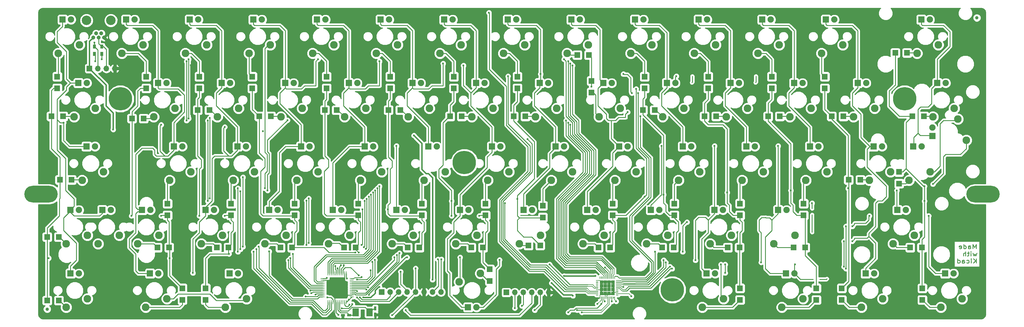
<source format=gbl>
G04 #@! TF.FileFunction,Copper,L2,Bot,Signal*
%FSLAX46Y46*%
G04 Gerber Fmt 4.6, Leading zero omitted, Abs format (unit mm)*
G04 Created by KiCad (PCBNEW 4.0.5-e0-6337~49~ubuntu16.04.1) date Mon Jan 23 14:36:50 2017*
%MOMM*%
%LPD*%
G01*
G04 APERTURE LIST*
%ADD10C,0.150000*%
%ADD11C,0.254000*%
%ADD12C,2.286000*%
%ADD13C,1.905000*%
%ADD14R,1.905000X1.905000*%
%ADD15O,9.999980X5.001260*%
%ADD16C,7.000240*%
%ADD17C,7.001300*%
%ADD18C,1.000000*%
%ADD19R,1.800000X1.800000*%
%ADD20R,0.800000X0.200000*%
%ADD21R,0.200000X0.800000*%
%ADD22R,1.112500X1.112500*%
%ADD23R,0.900000X1.200000*%
%ADD24R,1.700000X1.700000*%
%ADD25O,1.700000X1.700000*%
%ADD26R,0.250000X1.300000*%
%ADD27R,1.300000X0.250000*%
%ADD28R,0.750000X1.200000*%
%ADD29R,1.200000X0.750000*%
%ADD30R,1.900000X2.400000*%
%ADD31C,1.206500*%
%ADD32C,2.849880*%
%ADD33C,0.600000*%
%ADD34C,0.250000*%
%ADD35C,0.406400*%
%ADD36C,0.200000*%
G04 APERTURE END LIST*
D10*
D11*
X343807143Y-137480524D02*
X343807143Y-136210524D01*
X343299143Y-137117667D01*
X342791143Y-136210524D01*
X342791143Y-137480524D01*
X341412286Y-137480524D02*
X341412286Y-136815286D01*
X341484857Y-136694333D01*
X341630000Y-136633857D01*
X341920286Y-136633857D01*
X342065429Y-136694333D01*
X341412286Y-137420048D02*
X341557429Y-137480524D01*
X341920286Y-137480524D01*
X342065429Y-137420048D01*
X342138000Y-137299095D01*
X342138000Y-137178143D01*
X342065429Y-137057190D01*
X341920286Y-136996714D01*
X341557429Y-136996714D01*
X341412286Y-136936238D01*
X340033429Y-137480524D02*
X340033429Y-136210524D01*
X340033429Y-137420048D02*
X340178572Y-137480524D01*
X340468858Y-137480524D01*
X340614000Y-137420048D01*
X340686572Y-137359571D01*
X340759143Y-137238619D01*
X340759143Y-136875762D01*
X340686572Y-136754810D01*
X340614000Y-136694333D01*
X340468858Y-136633857D01*
X340178572Y-136633857D01*
X340033429Y-136694333D01*
X338727143Y-137420048D02*
X338872286Y-137480524D01*
X339162572Y-137480524D01*
X339307715Y-137420048D01*
X339380286Y-137299095D01*
X339380286Y-136815286D01*
X339307715Y-136694333D01*
X339162572Y-136633857D01*
X338872286Y-136633857D01*
X338727143Y-136694333D01*
X338654572Y-136815286D01*
X338654572Y-136936238D01*
X339380286Y-137057190D01*
X343952286Y-138792857D02*
X343662000Y-139639524D01*
X343371714Y-139034762D01*
X343081429Y-139639524D01*
X342791143Y-138792857D01*
X342210572Y-139639524D02*
X342210572Y-138792857D01*
X342210572Y-138369524D02*
X342283143Y-138430000D01*
X342210572Y-138490476D01*
X342138000Y-138430000D01*
X342210572Y-138369524D01*
X342210572Y-138490476D01*
X341702572Y-138792857D02*
X341122001Y-138792857D01*
X341484858Y-138369524D02*
X341484858Y-139458095D01*
X341412286Y-139579048D01*
X341267144Y-139639524D01*
X341122001Y-139639524D01*
X340614001Y-139639524D02*
X340614001Y-138369524D01*
X339960858Y-139639524D02*
X339960858Y-138974286D01*
X340033429Y-138853333D01*
X340178572Y-138792857D01*
X340396287Y-138792857D01*
X340541429Y-138853333D01*
X340614001Y-138913810D01*
X343807143Y-141798524D02*
X343807143Y-140528524D01*
X342936286Y-141798524D02*
X343589429Y-141072810D01*
X342936286Y-140528524D02*
X343807143Y-141254238D01*
X342283143Y-141798524D02*
X342283143Y-140951857D01*
X342283143Y-140528524D02*
X342355714Y-140589000D01*
X342283143Y-140649476D01*
X342210571Y-140589000D01*
X342283143Y-140528524D01*
X342283143Y-140649476D01*
X340904286Y-141738048D02*
X341049429Y-141798524D01*
X341339715Y-141798524D01*
X341484857Y-141738048D01*
X341557429Y-141677571D01*
X341630000Y-141556619D01*
X341630000Y-141193762D01*
X341557429Y-141072810D01*
X341484857Y-141012333D01*
X341339715Y-140951857D01*
X341049429Y-140951857D01*
X340904286Y-141012333D01*
X339598000Y-141798524D02*
X339598000Y-141133286D01*
X339670571Y-141012333D01*
X339815714Y-140951857D01*
X340106000Y-140951857D01*
X340251143Y-141012333D01*
X339598000Y-141738048D02*
X339743143Y-141798524D01*
X340106000Y-141798524D01*
X340251143Y-141738048D01*
X340323714Y-141617095D01*
X340323714Y-141496143D01*
X340251143Y-141375190D01*
X340106000Y-141314714D01*
X339743143Y-141314714D01*
X339598000Y-141254238D01*
X338219143Y-141798524D02*
X338219143Y-140528524D01*
X338219143Y-141738048D02*
X338364286Y-141798524D01*
X338654572Y-141798524D01*
X338799714Y-141738048D01*
X338872286Y-141677571D01*
X338944857Y-141556619D01*
X338944857Y-141193762D01*
X338872286Y-141072810D01*
X338799714Y-141012333D01*
X338654572Y-140951857D01*
X338364286Y-140951857D01*
X338219143Y-141012333D01*
D12*
X318930020Y-136050020D03*
X325280020Y-133510020D03*
D13*
X194151250Y-155098750D03*
D14*
X191611250Y-155098750D03*
D15*
X345831200Y-121121200D03*
X63748900Y-121121200D03*
D16*
X322339900Y-92520800D03*
X252789400Y-149820700D03*
X190490000Y-111620000D03*
D17*
X87489300Y-92520800D03*
D18*
X343990000Y-68220000D03*
X65580000Y-155630000D03*
D19*
X68580000Y-89380000D03*
X68580000Y-85880000D03*
X95250000Y-89380000D03*
X95250000Y-85880000D03*
X111125000Y-89380000D03*
X111125000Y-85880000D03*
X127000000Y-89380000D03*
X127000000Y-85880000D03*
X149225000Y-89380000D03*
X149225000Y-85880000D03*
X168275000Y-89380000D03*
X168275000Y-85880000D03*
X187325000Y-89380000D03*
X187325000Y-85880000D03*
X206375000Y-89380000D03*
X206375000Y-85880000D03*
X227810000Y-79375000D03*
X224310000Y-79375000D03*
X244475000Y-89380000D03*
X244475000Y-85880000D03*
X263525000Y-89380000D03*
X263525000Y-85880000D03*
X282575000Y-89380000D03*
X282575000Y-85880000D03*
X298450000Y-89380000D03*
X298450000Y-85880000D03*
X319560000Y-78740000D03*
X323060000Y-78740000D03*
X66830000Y-97790000D03*
X70330000Y-97790000D03*
X90960000Y-98425000D03*
X94460000Y-98425000D03*
X110645000Y-95885000D03*
X114145000Y-95885000D03*
X129060000Y-97790000D03*
X132560000Y-97790000D03*
X148745000Y-95885000D03*
X152245000Y-95885000D03*
X167795000Y-95885000D03*
X171295000Y-95885000D03*
X186210000Y-97790000D03*
X189710000Y-97790000D03*
X205260000Y-97790000D03*
X208760000Y-97790000D03*
X228600000Y-87150000D03*
X228600000Y-90650000D03*
X243995000Y-95885000D03*
X247495000Y-95885000D03*
X262410000Y-97790000D03*
X265910000Y-97790000D03*
X281460000Y-97790000D03*
X284960000Y-97790000D03*
X300510000Y-97790000D03*
X304010000Y-97790000D03*
X324640000Y-97790000D03*
X328140000Y-97790000D03*
X69370000Y-116840000D03*
X72870000Y-116840000D03*
X101600000Y-127480000D03*
X101600000Y-123980000D03*
X120650000Y-127480000D03*
X120650000Y-123980000D03*
X139700000Y-127480000D03*
X139700000Y-123980000D03*
X158750000Y-127480000D03*
X158750000Y-123980000D03*
X177800000Y-127480000D03*
X177800000Y-123980000D03*
X196850000Y-127480000D03*
X196850000Y-123980000D03*
X213995000Y-128115000D03*
X213995000Y-124615000D03*
X234950000Y-127480000D03*
X234950000Y-123980000D03*
X253365000Y-127480000D03*
X253365000Y-123980000D03*
X273050000Y-127480000D03*
X273050000Y-123980000D03*
X292100000Y-127480000D03*
X292100000Y-123980000D03*
X305590000Y-116840000D03*
X309090000Y-116840000D03*
X320675000Y-114455000D03*
X320675000Y-117955000D03*
X102080000Y-137160000D03*
X98580000Y-137160000D03*
X119860000Y-137160000D03*
X116360000Y-137160000D03*
X138910000Y-137160000D03*
X135410000Y-137160000D03*
X157960000Y-137160000D03*
X154460000Y-137160000D03*
X177010000Y-137160000D03*
X173510000Y-137160000D03*
X196060000Y-137160000D03*
X192560000Y-137160000D03*
X213205000Y-136525000D03*
X209705000Y-136525000D03*
X234160000Y-137160000D03*
X230660000Y-137160000D03*
X253210000Y-137160000D03*
X249710000Y-137160000D03*
X272895000Y-137160000D03*
X269395000Y-137160000D03*
X292580000Y-137160000D03*
X289080000Y-137160000D03*
X327505000Y-137160000D03*
X324005000Y-137160000D03*
X65560000Y-133985000D03*
X69060000Y-133985000D03*
X65560000Y-153035000D03*
X69060000Y-153035000D03*
X106045000Y-149380000D03*
X106045000Y-152880000D03*
X113030000Y-149380000D03*
X113030000Y-152880000D03*
X198120000Y-143665000D03*
X198120000Y-147165000D03*
X273050000Y-149380000D03*
X273050000Y-152880000D03*
X295910000Y-149380000D03*
X295910000Y-152880000D03*
X303530000Y-149380000D03*
X303530000Y-152880000D03*
X327660000Y-149380000D03*
X327660000Y-152880000D03*
D12*
X80803750Y-136050020D03*
X87153750Y-133510020D03*
X323691250Y-117000020D03*
X330041250Y-114460020D03*
X340836250Y-104933750D03*
X338296250Y-98583750D03*
X326072500Y-78898750D03*
X332422500Y-76358750D03*
X333216250Y-155098750D03*
X339566250Y-152558750D03*
X309403750Y-155098750D03*
X315753750Y-152558750D03*
X285591250Y-155098750D03*
X291941250Y-152558750D03*
X261778750Y-155098750D03*
X268128750Y-152558750D03*
X118903750Y-155098750D03*
X125253750Y-152558750D03*
X95091250Y-155098750D03*
X101441250Y-152558750D03*
X71278750Y-155098750D03*
X77628750Y-152558750D03*
X283210000Y-136050020D03*
X289560000Y-133510020D03*
X264160000Y-136050020D03*
X270510000Y-133510020D03*
X245110000Y-136050020D03*
X251460000Y-133510020D03*
X226060000Y-136050020D03*
X232410000Y-133510020D03*
X207010000Y-136050020D03*
X213360000Y-133510020D03*
X187960000Y-136050020D03*
X194310000Y-133510020D03*
X168910000Y-136050020D03*
X175260000Y-133510020D03*
X149860000Y-136050020D03*
X156210000Y-133510020D03*
X130810000Y-136050020D03*
X137160000Y-133510020D03*
X111760000Y-136050020D03*
X118110000Y-133510020D03*
X92710000Y-136050020D03*
X99060000Y-133510020D03*
X71280020Y-136050020D03*
X77630020Y-133510020D03*
X311785000Y-117000020D03*
X318135000Y-114460020D03*
X292735000Y-117000020D03*
X299085000Y-114460020D03*
X273685000Y-117000020D03*
X280035000Y-114460020D03*
X254635000Y-117000020D03*
X260985000Y-114460020D03*
X235585000Y-117000020D03*
X241935000Y-114460020D03*
X216535000Y-117000020D03*
X222885000Y-114460020D03*
X197485000Y-117000020D03*
X203835000Y-114460020D03*
X178435000Y-117000020D03*
X184785000Y-114460020D03*
X159385000Y-117000020D03*
X165735000Y-114460020D03*
X140335000Y-117000020D03*
X146685000Y-114460020D03*
X121285000Y-117000020D03*
X127635000Y-114460020D03*
X102235000Y-117000020D03*
X108585000Y-114460020D03*
X76042520Y-117000020D03*
X82392520Y-114460020D03*
X330835000Y-97950020D03*
X337185000Y-95410020D03*
X307022500Y-97950020D03*
X313372500Y-95410020D03*
X287972500Y-97950020D03*
X294322500Y-95410020D03*
X268922500Y-97950020D03*
X275272500Y-95410020D03*
X249872500Y-97950020D03*
X256222500Y-95410020D03*
X230822500Y-97950020D03*
X237172500Y-95410020D03*
X211772500Y-97950020D03*
X218122500Y-95410020D03*
X192722500Y-97950020D03*
X199072500Y-95410020D03*
X173672500Y-97950020D03*
X180022500Y-95410020D03*
X154622500Y-97950020D03*
X160972500Y-95410020D03*
X135572500Y-97950020D03*
X141922500Y-95410020D03*
X116522500Y-97950020D03*
X122872500Y-95410020D03*
X97472500Y-97950020D03*
X103822500Y-95410020D03*
X73660000Y-97950020D03*
X80010000Y-95410020D03*
X297497500Y-78898750D03*
X303847500Y-76358750D03*
X278447500Y-78898750D03*
X284797500Y-76358750D03*
X259397500Y-78898750D03*
X265747500Y-76358750D03*
X240347500Y-78898750D03*
X246697500Y-76358750D03*
X221297500Y-78898750D03*
X227647500Y-76358750D03*
X202247500Y-78898750D03*
X208597500Y-76358750D03*
X183197500Y-78898750D03*
X189547500Y-76358750D03*
X145097500Y-78898750D03*
X151447500Y-76358750D03*
X126047500Y-78898750D03*
X132397500Y-76358750D03*
X106997500Y-78898750D03*
X113347500Y-76358750D03*
X87947500Y-78898750D03*
X94297500Y-76358750D03*
X68897500Y-78898750D03*
X75247500Y-76358750D03*
D13*
X337026250Y-144938750D03*
D14*
X334486250Y-144938750D03*
D13*
X322740020Y-125890020D03*
D14*
X320200020Y-125890020D03*
D13*
X327501250Y-106840020D03*
D14*
X324961250Y-106840020D03*
D13*
X330676250Y-101123750D03*
D14*
X330676250Y-103663750D03*
D13*
X334645000Y-87790020D03*
D14*
X332105000Y-87790020D03*
D13*
X329882500Y-68738750D03*
D14*
X327342500Y-68738750D03*
D13*
X313213750Y-144938750D03*
D14*
X310673750Y-144938750D03*
D13*
X315595000Y-106840020D03*
D14*
X313055000Y-106840020D03*
D13*
X310832500Y-87790020D03*
D14*
X308292500Y-87790020D03*
D13*
X301307500Y-68738750D03*
D14*
X298767500Y-68738750D03*
D13*
X289401250Y-144938750D03*
D14*
X286861250Y-144938750D03*
D13*
X287020000Y-125890020D03*
D14*
X284480000Y-125890020D03*
D13*
X296545000Y-106840020D03*
D14*
X294005000Y-106840020D03*
D13*
X291782500Y-87790020D03*
D14*
X289242500Y-87790020D03*
D13*
X282257500Y-68738750D03*
D14*
X279717500Y-68738750D03*
D13*
X265588750Y-144938750D03*
D14*
X263048750Y-144938750D03*
D13*
X267970000Y-125890020D03*
D14*
X265430000Y-125890020D03*
D13*
X277495000Y-106840020D03*
D14*
X274955000Y-106840020D03*
D13*
X272732500Y-87790020D03*
D14*
X270192500Y-87790020D03*
D13*
X263207500Y-68738750D03*
D14*
X260667500Y-68738750D03*
D13*
X248920000Y-125890020D03*
D14*
X246380000Y-125890020D03*
D13*
X258445000Y-106840020D03*
D14*
X255905000Y-106840020D03*
D13*
X253682500Y-87790020D03*
D14*
X251142500Y-87790020D03*
D13*
X244157500Y-68738750D03*
D14*
X241617500Y-68738750D03*
D13*
X229870000Y-125890020D03*
D14*
X227330000Y-125890020D03*
D13*
X239395000Y-106840020D03*
D14*
X236855000Y-106840020D03*
D13*
X234632500Y-87790020D03*
D14*
X232092500Y-87790020D03*
D13*
X225107500Y-68738750D03*
D14*
X222567500Y-68738750D03*
D13*
X210820000Y-125890020D03*
D14*
X208280000Y-125890020D03*
D13*
X220345000Y-106840020D03*
D14*
X217805000Y-106840020D03*
D13*
X215582500Y-87790020D03*
D14*
X213042500Y-87790020D03*
D13*
X206057500Y-68738750D03*
D14*
X203517500Y-68738750D03*
D13*
X191770000Y-125890020D03*
D14*
X189230000Y-125890020D03*
D13*
X201295000Y-106840020D03*
D14*
X198755000Y-106840020D03*
D13*
X196532500Y-87790020D03*
D14*
X193992500Y-87790020D03*
D13*
X187007500Y-68738750D03*
D14*
X184467500Y-68738750D03*
D13*
X172720000Y-125890020D03*
D14*
X170180000Y-125890020D03*
D13*
X182245000Y-106840020D03*
D14*
X179705000Y-106840020D03*
D13*
X177482500Y-87790020D03*
D14*
X174942500Y-87790020D03*
D13*
X167957500Y-68738750D03*
D14*
X165417500Y-68738750D03*
D13*
X153670000Y-125890020D03*
D14*
X151130000Y-125890020D03*
D13*
X163195000Y-106840020D03*
D14*
X160655000Y-106840020D03*
D13*
X158432500Y-87790020D03*
D14*
X155892500Y-87790020D03*
D13*
X148907500Y-68738750D03*
D14*
X146367500Y-68738750D03*
D13*
X134620000Y-125890020D03*
D14*
X132080000Y-125890020D03*
D13*
X144145000Y-106840020D03*
D14*
X141605000Y-106840020D03*
D13*
X139382500Y-87790020D03*
D14*
X136842500Y-87790020D03*
D13*
X129857500Y-68738750D03*
D14*
X127317500Y-68738750D03*
D13*
X122713750Y-144938750D03*
D14*
X120173750Y-144938750D03*
D13*
X115570000Y-125890020D03*
D14*
X113030000Y-125890020D03*
D13*
X125095000Y-106840020D03*
D14*
X122555000Y-106840020D03*
D13*
X120332500Y-87790020D03*
D14*
X117792500Y-87790020D03*
D13*
X110807500Y-68738750D03*
D14*
X108267500Y-68738750D03*
D13*
X98901250Y-144938750D03*
D14*
X96361250Y-144938750D03*
D13*
X96520000Y-125890020D03*
D14*
X93980000Y-125890020D03*
D13*
X106045000Y-106840020D03*
D14*
X103505000Y-106840020D03*
D13*
X101282500Y-87790020D03*
D14*
X98742500Y-87790020D03*
D13*
X91757500Y-68738750D03*
D14*
X89217500Y-68738750D03*
D13*
X75088750Y-144938750D03*
D14*
X72548750Y-144938750D03*
D13*
X84613750Y-125890020D03*
D14*
X82073750Y-125890020D03*
D13*
X75090020Y-125890020D03*
D14*
X72550020Y-125890020D03*
D13*
X77470000Y-87790020D03*
D14*
X74930000Y-87790020D03*
D13*
X72707500Y-68738750D03*
D14*
X70167500Y-68738750D03*
D12*
X164147500Y-78898750D03*
X170497500Y-76358750D03*
D13*
X79883000Y-106807000D03*
D14*
X77343000Y-106807000D03*
D20*
X230299000Y-151425000D03*
X230299000Y-151025000D03*
X230299000Y-150625000D03*
X230299000Y-150225000D03*
X230299000Y-149825000D03*
X230299000Y-149425000D03*
X230299000Y-149025000D03*
X230299000Y-148625000D03*
X230299000Y-148225000D03*
X230299000Y-147825000D03*
X230299000Y-147425000D03*
X230299000Y-147025000D03*
D21*
X231099000Y-146225000D03*
X231499000Y-146225000D03*
X231899000Y-146225000D03*
X232299000Y-146225000D03*
X232699000Y-146225000D03*
X233099000Y-146225000D03*
X233499000Y-146225000D03*
X233899000Y-146225000D03*
X234299000Y-146225000D03*
X234699000Y-146225000D03*
X235099000Y-146225000D03*
X235499000Y-146225000D03*
D20*
X236299000Y-147025000D03*
X236299000Y-147425000D03*
X236299000Y-147825000D03*
X236299000Y-148225000D03*
X236299000Y-148625000D03*
X236299000Y-149025000D03*
X236299000Y-149425000D03*
X236299000Y-149825000D03*
X236299000Y-150225000D03*
X236299000Y-150625000D03*
X236299000Y-151025000D03*
X236299000Y-151425000D03*
D21*
X235499000Y-152225000D03*
X235099000Y-152225000D03*
X234699000Y-152225000D03*
X234299000Y-152225000D03*
X233899000Y-152225000D03*
X233499000Y-152225000D03*
X233099000Y-152225000D03*
X232699000Y-152225000D03*
X232299000Y-152225000D03*
X231899000Y-152225000D03*
X231499000Y-152225000D03*
X231099000Y-152225000D03*
D22*
X234967750Y-147556250D03*
X234967750Y-148668750D03*
X234967750Y-149781250D03*
X234967750Y-150893750D03*
X233855250Y-147556250D03*
X233855250Y-148668750D03*
X233855250Y-149781250D03*
X233855250Y-150893750D03*
X232742750Y-147556250D03*
X232742750Y-148668750D03*
X232742750Y-149781250D03*
X232742750Y-150893750D03*
X231630250Y-147556250D03*
X231630250Y-148668750D03*
X231630250Y-149781250D03*
X231630250Y-150893750D03*
D12*
X195326000Y-144907000D03*
X188976000Y-147447000D03*
D23*
X79756000Y-79078000D03*
X79756000Y-76878000D03*
X81915000Y-79078000D03*
X81915000Y-76878000D03*
D24*
X78232000Y-83439000D03*
D25*
X80772000Y-83439000D03*
X83312000Y-83439000D03*
X85852000Y-83439000D03*
D26*
X155150000Y-153575000D03*
X154650000Y-153575000D03*
X154150000Y-153575000D03*
X153650000Y-153575000D03*
X153150000Y-153575000D03*
X152650000Y-153575000D03*
X152150000Y-153575000D03*
X151650000Y-153575000D03*
X151150000Y-153575000D03*
X150650000Y-153575000D03*
X150150000Y-153575000D03*
X149650000Y-153575000D03*
D27*
X148050000Y-151975000D03*
X148050000Y-151475000D03*
X148050000Y-150975000D03*
X148050000Y-150475000D03*
X148050000Y-149975000D03*
X148050000Y-149475000D03*
X148050000Y-148975000D03*
X148050000Y-148475000D03*
X148050000Y-147975000D03*
X148050000Y-147475000D03*
X148050000Y-146975000D03*
X148050000Y-146475000D03*
D26*
X149650000Y-144875000D03*
X150150000Y-144875000D03*
X150650000Y-144875000D03*
X151150000Y-144875000D03*
X151650000Y-144875000D03*
X152150000Y-144875000D03*
X152650000Y-144875000D03*
X153150000Y-144875000D03*
X153650000Y-144875000D03*
X154150000Y-144875000D03*
X154650000Y-144875000D03*
X155150000Y-144875000D03*
D27*
X156750000Y-146475000D03*
X156750000Y-146975000D03*
X156750000Y-147475000D03*
X156750000Y-147975000D03*
X156750000Y-148475000D03*
X156750000Y-148975000D03*
X156750000Y-149475000D03*
X156750000Y-149975000D03*
X156750000Y-150475000D03*
X156750000Y-150975000D03*
X156750000Y-151475000D03*
X156750000Y-151975000D03*
D24*
X165735000Y-150495000D03*
D25*
X168275000Y-150495000D03*
X170815000Y-150495000D03*
X173355000Y-150495000D03*
X175895000Y-150495000D03*
X178435000Y-150495000D03*
X180975000Y-150495000D03*
X183515000Y-150495000D03*
D24*
X203073000Y-150622000D03*
D25*
X205613000Y-150622000D03*
X208153000Y-150622000D03*
X210693000Y-150622000D03*
X213233000Y-150622000D03*
X215773000Y-150622000D03*
D28*
X163830000Y-155387000D03*
X163830000Y-157287000D03*
D29*
X156017000Y-157480000D03*
X154117000Y-157480000D03*
D30*
X157970000Y-156591000D03*
X162070000Y-156591000D03*
D31*
X81000000Y-74097780D03*
X80202440Y-72898900D03*
X82597660Y-74097780D03*
X81797560Y-72898900D03*
D32*
X84649980Y-69000000D03*
X77350020Y-69000000D03*
D31*
X79402340Y-74097780D03*
D33*
X168910000Y-157480000D03*
X152781000Y-157353000D03*
X175895000Y-143383000D03*
X227076000Y-144272000D03*
X177800000Y-145796000D03*
X151384000Y-157734000D03*
X234967750Y-147556250D03*
X237490000Y-145161000D03*
X237236000Y-152400000D03*
X234823000Y-157607000D03*
X234950000Y-140970000D03*
X242443000Y-150241000D03*
X234967750Y-150893750D03*
X154940000Y-102235000D03*
X149860000Y-102235000D03*
X135890000Y-102235000D03*
X130175000Y-102235000D03*
X120650000Y-102235000D03*
X116205000Y-102235000D03*
X108585000Y-82423000D03*
X86995000Y-82423000D03*
X109220000Y-102235000D03*
X231630250Y-149781250D03*
X232742750Y-150893750D03*
X233855250Y-150893750D03*
X231630250Y-150893750D03*
X231630250Y-147556250D03*
X173990000Y-102235000D03*
X180975000Y-102235000D03*
X299720000Y-130345000D03*
X302260000Y-121285000D03*
X302260000Y-116205000D03*
X246380000Y-102235000D03*
X236855000Y-102235000D03*
X302260000Y-102235000D03*
X260350000Y-102235000D03*
X279400000Y-102235000D03*
X267970000Y-102235000D03*
X152400000Y-149225000D03*
X160274000Y-152146000D03*
X165100000Y-148971000D03*
X155321000Y-146431000D03*
X149352000Y-146304000D03*
X149479000Y-152146000D03*
X216662000Y-147828000D03*
X223012000Y-151638000D03*
X234696000Y-153289000D03*
X155956000Y-152781000D03*
X238125000Y-148971000D03*
X229743000Y-145669000D03*
X220345000Y-145669000D03*
X85344000Y-101727000D03*
X180975000Y-146812000D03*
X175387000Y-103505000D03*
X235966000Y-153289000D03*
X232664000Y-143129000D03*
X102235000Y-140335000D03*
X138430000Y-140335000D03*
X99695000Y-127635000D03*
X90805000Y-127635000D03*
X120015000Y-139065000D03*
X139192000Y-139065000D03*
X118745000Y-127635000D03*
X111125000Y-127635000D03*
X157861000Y-138684000D03*
X162941000Y-141478000D03*
X163703000Y-140843000D03*
X158877000Y-138684000D03*
X167640000Y-125730000D03*
X160020000Y-125730000D03*
X169545000Y-140081000D03*
X159766000Y-136398000D03*
X160401000Y-137033000D03*
X170307000Y-139446000D03*
X160655000Y-123190000D03*
X186690000Y-123190000D03*
X186690000Y-127635000D03*
X194945000Y-127635000D03*
X161036000Y-137541000D03*
X171069000Y-138811000D03*
X206375000Y-122555000D03*
X161290000Y-122555000D03*
X161925000Y-121920000D03*
X244475000Y-121920000D03*
X228600000Y-88900000D03*
X241935000Y-89535000D03*
X250190000Y-121285000D03*
X162560000Y-121285000D03*
X163195000Y-120650000D03*
X269240000Y-120650000D03*
X288290000Y-120015000D03*
X163830000Y-120015000D03*
X164465000Y-119380000D03*
X305435000Y-119380000D03*
X165100000Y-118745000D03*
X328295000Y-123190000D03*
X328295000Y-118745000D03*
X330835000Y-118110000D03*
X153543000Y-142494000D03*
X113665000Y-123190000D03*
X143256000Y-123063000D03*
X107315000Y-81280000D03*
X107315000Y-99060000D03*
X113665000Y-99060000D03*
X80010000Y-81280000D03*
X143256000Y-136398000D03*
X182626000Y-140716000D03*
X151892000Y-142748000D03*
X183642000Y-140716000D03*
X152527000Y-143383000D03*
X158369000Y-152146000D03*
X158877000Y-145542000D03*
X159258000Y-152146000D03*
X159766000Y-146050000D03*
X131572000Y-120015000D03*
X123444000Y-120269000D03*
X123444000Y-137668000D03*
X137541000Y-98933000D03*
X128270000Y-137668000D03*
X124206000Y-116078000D03*
X124206000Y-136906000D03*
X128905000Y-136906000D03*
X132080000Y-138303000D03*
X143002000Y-151892000D03*
X173355000Y-140081000D03*
X161925000Y-151384000D03*
X156972000Y-154178000D03*
X153797000Y-155448000D03*
X267335000Y-142240000D03*
X189230000Y-140081000D03*
X99695000Y-100330000D03*
X221615000Y-99695000D03*
X118745000Y-100965000D03*
X222250000Y-100330000D03*
X109220000Y-144780000D03*
X146685000Y-80645000D03*
X220345000Y-80645000D03*
X165100000Y-81280000D03*
X221615000Y-81280000D03*
X222250000Y-81915000D03*
X184150000Y-81915000D03*
X170180000Y-106680000D03*
X190246000Y-82550000D03*
X222885000Y-82550000D03*
X238125000Y-85090000D03*
X213360000Y-85090000D03*
X242570000Y-90805000D03*
X240665000Y-90805000D03*
X243205000Y-97790000D03*
X239395000Y-96520000D03*
X255905000Y-138430000D03*
X247650000Y-138430000D03*
X257175000Y-129540000D03*
X249555000Y-106680000D03*
X259715000Y-140970000D03*
X250190000Y-140970000D03*
X265430000Y-106680000D03*
X279400000Y-141605000D03*
X250825000Y-141605000D03*
X284480000Y-106680000D03*
X304165000Y-142875000D03*
X304165000Y-135255000D03*
X306705000Y-135255000D03*
X252095000Y-142875000D03*
X252730000Y-143510000D03*
X306705000Y-130810000D03*
X304800000Y-130810000D03*
X304800000Y-143510000D03*
X311785000Y-127635000D03*
X329565000Y-127635000D03*
X320040000Y-120015000D03*
X158369000Y-146812000D03*
X162433000Y-144018000D03*
X158369000Y-150241000D03*
X171450000Y-144399000D03*
X203581000Y-85725000D03*
X254000000Y-85725000D03*
X209423000Y-104648000D03*
X202692000Y-123825000D03*
X294640000Y-123825000D03*
X201041000Y-140843000D03*
X216027000Y-142240000D03*
X268605000Y-142240000D03*
X268605000Y-144780000D03*
X289560000Y-142240000D03*
X114300000Y-122428000D03*
X107950000Y-80645000D03*
X107950000Y-98425000D03*
X114300000Y-98298000D03*
X81915000Y-80645000D03*
X143891000Y-122428000D03*
X143891000Y-135763000D03*
X154432000Y-142494000D03*
X130810000Y-119380000D03*
X122682000Y-119380000D03*
X122682000Y-138430000D03*
X127381000Y-138430000D03*
X137795000Y-140970000D03*
X66040000Y-140335000D03*
X197866000Y-66675000D03*
X70485000Y-99695000D03*
X220980000Y-99060000D03*
X230378000Y-154051000D03*
X144653000Y-150876000D03*
X232537000Y-153289000D03*
X161671000Y-149098000D03*
X207772000Y-154686000D03*
X224282000Y-155956000D03*
X161163000Y-149733000D03*
X205613000Y-155321000D03*
X225679000Y-156591000D03*
X145923000Y-151257000D03*
X221615000Y-156591000D03*
X231521000Y-154051000D03*
X144399000Y-150114000D03*
X172974000Y-155956000D03*
X156083000Y-154305000D03*
X211582000Y-155956000D03*
X240538000Y-151765000D03*
X79756000Y-75692000D03*
D34*
X277810000Y-85725000D02*
X277810000Y-87485000D01*
X277810000Y-87485000D02*
X277665000Y-87630000D01*
X258760000Y-85725000D02*
X258760000Y-87485000D01*
X258760000Y-87485000D02*
X258615000Y-87630000D01*
X294640000Y-132545000D02*
X294640000Y-127315000D01*
X296860000Y-146685000D02*
X298915000Y-146685000D01*
X298915000Y-146685000D02*
X299085000Y-146515000D01*
D11*
X152150000Y-156210000D02*
X152150000Y-156722000D01*
D34*
X168910000Y-157480000D02*
X176022000Y-150495000D01*
D11*
X152150000Y-156722000D02*
X152781000Y-157353000D01*
D34*
X152150000Y-153575000D02*
X152150000Y-156210000D01*
X152150000Y-156210000D02*
X152150000Y-156214000D01*
X176022000Y-150622000D02*
X176022000Y-150495000D01*
X176022000Y-150622000D02*
X175895000Y-150495000D01*
X175895000Y-143383000D02*
X175895000Y-150495000D01*
D35*
X82597660Y-74097780D02*
X82606780Y-74097780D01*
X82606780Y-74097780D02*
X85979000Y-77470000D01*
X85979000Y-77470000D02*
X85979000Y-81407000D01*
X178435000Y-147320000D02*
X178435000Y-146431000D01*
X178435000Y-146431000D02*
X177800000Y-145796000D01*
D34*
X151650000Y-153575000D02*
X151650000Y-157468000D01*
X151650000Y-157468000D02*
X151384000Y-157734000D01*
D36*
X236299000Y-150625000D02*
X235236500Y-150625000D01*
X235236500Y-150625000D02*
X234967750Y-150893750D01*
X234967750Y-150639750D02*
X234967750Y-150893750D01*
D34*
X154650000Y-144875000D02*
X154650000Y-146975000D01*
X154650000Y-146975000D02*
X152400000Y-149225000D01*
X151650000Y-153575000D02*
X151650000Y-149975000D01*
X151650000Y-149975000D02*
X152400000Y-149225000D01*
D36*
X231099000Y-152225000D02*
X230172000Y-152225000D01*
X230172000Y-152225000D02*
X230124000Y-152273000D01*
D35*
X108585000Y-97155000D02*
X109220000Y-97790000D01*
X108585000Y-82423000D02*
X108585000Y-97155000D01*
X109220000Y-97790000D02*
X109220000Y-102235000D01*
X85979000Y-81407000D02*
X86995000Y-82423000D01*
X233855250Y-147556250D02*
X233807000Y-147574000D01*
X233807000Y-147574000D02*
X233807000Y-148717000D01*
X233807000Y-148717000D02*
X233855250Y-148668750D01*
X233855250Y-148668750D02*
X233807000Y-148717000D01*
X233807000Y-148717000D02*
X233807000Y-149733000D01*
X233807000Y-149733000D02*
X233855250Y-149781250D01*
D36*
X232742750Y-148668750D02*
X232742750Y-147556250D01*
X232742750Y-147556250D02*
X231630250Y-147556250D01*
X231630250Y-149781250D02*
X232742750Y-149781250D01*
X230299000Y-149825000D02*
X231586500Y-149825000D01*
X231586500Y-149825000D02*
X231630250Y-149781250D01*
X232699000Y-150937500D02*
X232742750Y-150893750D01*
X232699000Y-152225000D02*
X232699000Y-150937500D01*
X233099000Y-152225000D02*
X233099000Y-151650000D01*
X233099000Y-151650000D02*
X233855250Y-150893750D01*
X231099000Y-152225000D02*
X231099000Y-151425000D01*
X231099000Y-151425000D02*
X231630250Y-150893750D01*
X230299000Y-147025000D02*
X231099000Y-147025000D01*
X231099000Y-147025000D02*
X231630250Y-147556250D01*
D35*
X179705000Y-146050000D02*
X178435000Y-147320000D01*
X178435000Y-147320000D02*
X178435000Y-150495000D01*
X173990000Y-123825000D02*
X175895000Y-125730000D01*
X175895000Y-125730000D02*
X179070000Y-125730000D01*
X179070000Y-125730000D02*
X179705000Y-126365000D01*
X179705000Y-126365000D02*
X179705000Y-141605000D01*
X179705000Y-141605000D02*
X179705000Y-146050000D01*
D34*
X148050000Y-146975000D02*
X150150000Y-146975000D01*
D35*
X173990000Y-123825000D02*
X173990000Y-102235000D01*
X300820000Y-130345000D02*
X302260000Y-128905000D01*
X302260000Y-102235000D02*
X302260000Y-116205000D01*
X302260000Y-116205000D02*
X302260000Y-121285000D01*
X302260000Y-121285000D02*
X302260000Y-128905000D01*
X295590000Y-130345000D02*
X299720000Y-130345000D01*
X299720000Y-130345000D02*
X300820000Y-130345000D01*
X302260000Y-131785000D02*
X302260000Y-143510000D01*
X301455000Y-144315000D02*
X302260000Y-143510000D01*
X301455000Y-144315000D02*
X300035000Y-144315000D01*
X300820000Y-130345000D02*
X302260000Y-131785000D01*
X260815000Y-88580000D02*
X260815000Y-89705000D01*
X260350000Y-90170000D02*
X260350000Y-102235000D01*
X260815000Y-89705000D02*
X260350000Y-90170000D01*
X279865000Y-88580000D02*
X279865000Y-89705000D01*
X279865000Y-89705000D02*
X279400000Y-90170000D01*
X279400000Y-90170000D02*
X279400000Y-102235000D01*
X268140000Y-113985000D02*
X268140000Y-102405000D01*
X268140000Y-102405000D02*
X267970000Y-102235000D01*
D34*
X156750000Y-151475000D02*
X154650000Y-151475000D01*
X154650000Y-151475000D02*
X152400000Y-149225000D01*
X150150000Y-146975000D02*
X152400000Y-149225000D01*
X155150000Y-153575000D02*
X155162000Y-153575000D01*
X155162000Y-153575000D02*
X155956000Y-152781000D01*
D35*
X165100000Y-148971000D02*
X164846000Y-148971000D01*
X162433000Y-152146000D02*
X162052000Y-152146000D01*
X162052000Y-152146000D02*
X160274000Y-152146000D01*
X163830000Y-150876000D02*
X162433000Y-152146000D01*
X163830000Y-149987000D02*
X163830000Y-150876000D01*
X164846000Y-148971000D02*
X163830000Y-149987000D01*
D34*
X155150000Y-144875000D02*
X155150000Y-146260000D01*
X155150000Y-146260000D02*
X155321000Y-146431000D01*
X148050000Y-146475000D02*
X149181000Y-146475000D01*
X149181000Y-146475000D02*
X149352000Y-146304000D01*
X155150000Y-144875000D02*
X155162000Y-144875000D01*
X151150000Y-153575000D02*
X151150000Y-152801000D01*
X150495000Y-152146000D02*
X149479000Y-152146000D01*
X151150000Y-152801000D02*
X150495000Y-152146000D01*
X156750000Y-151975000D02*
X156750000Y-151987000D01*
X156750000Y-151987000D02*
X155956000Y-152781000D01*
X148050000Y-146475000D02*
X148050000Y-146463000D01*
D35*
X220218000Y-151384000D02*
X216662000Y-147828000D01*
X222758000Y-151384000D02*
X220218000Y-151384000D01*
X223012000Y-151638000D02*
X222758000Y-151384000D01*
D36*
X234699000Y-152225000D02*
X234699000Y-153286000D01*
X234699000Y-153286000D02*
X234696000Y-153289000D01*
D35*
X78232000Y-83439000D02*
X78232000Y-75268120D01*
X78232000Y-75268120D02*
X79402340Y-74097780D01*
D36*
X237423400Y-148625000D02*
X237423400Y-148650400D01*
X237423400Y-148625000D02*
X236299000Y-148625000D01*
X237744000Y-148971000D02*
X238125000Y-148971000D01*
X237423400Y-148650400D02*
X237744000Y-148971000D01*
D35*
X220345000Y-145669000D02*
X229743000Y-145669000D01*
X85344000Y-96774000D02*
X83185000Y-94615000D01*
X83185000Y-88392000D02*
X83185000Y-94615000D01*
X78889800Y-84096800D02*
X83185000Y-88392000D01*
X85344000Y-96774000D02*
X85344000Y-101727000D01*
X180975000Y-142875000D02*
X180975000Y-146812000D01*
X177800000Y-105918000D02*
X175387000Y-103505000D01*
X177800000Y-105918000D02*
X177800000Y-110490000D01*
X177800000Y-110490000D02*
X177800000Y-113665000D01*
X177800000Y-113665000D02*
X179070000Y-114935000D01*
X179070000Y-114935000D02*
X179705000Y-114935000D01*
X179705000Y-114935000D02*
X180975000Y-116205000D01*
X180975000Y-116205000D02*
X180975000Y-142875000D01*
D36*
X235499000Y-152225000D02*
X235499000Y-152822000D01*
X235499000Y-152822000D02*
X235966000Y-153289000D01*
X235099000Y-152225000D02*
X235499000Y-152225000D01*
X233899000Y-146225000D02*
X233899000Y-144364000D01*
X233899000Y-144364000D02*
X232664000Y-143129000D01*
D34*
X148050000Y-148975000D02*
X144276000Y-148975000D01*
X144276000Y-148975000D02*
X138430000Y-143129000D01*
X138430000Y-140335000D02*
X138430000Y-143129000D01*
X102235000Y-140335000D02*
X102235000Y-145570000D01*
X102235000Y-145570000D02*
X106045000Y-149380000D01*
X102235000Y-137315000D02*
X102235000Y-140335000D01*
X102235000Y-137315000D02*
X102080000Y-137160000D01*
X90960000Y-98425000D02*
X90960000Y-127480000D01*
X99850000Y-127480000D02*
X101600000Y-127480000D01*
X99695000Y-127635000D02*
X99850000Y-127480000D01*
X90960000Y-127480000D02*
X90805000Y-127635000D01*
X101600000Y-127480000D02*
X101600000Y-128905000D01*
X101600000Y-128905000D02*
X102080000Y-129385000D01*
X102080000Y-129385000D02*
X102080000Y-137160000D01*
X95250000Y-89380000D02*
X93500000Y-89380000D01*
X90960000Y-96365000D02*
X90960000Y-98425000D01*
X92710000Y-94615000D02*
X90960000Y-96365000D01*
X92710000Y-90170000D02*
X92710000Y-94615000D01*
X93500000Y-89380000D02*
X92710000Y-90170000D01*
X68897500Y-78898750D02*
X68897500Y-85562500D01*
X68897500Y-85562500D02*
X68580000Y-85880000D01*
X139192000Y-142875000D02*
X139192000Y-143083998D01*
X139192000Y-142875000D02*
X139192000Y-139065000D01*
X145300000Y-148475000D02*
X148050000Y-148475000D01*
X144583002Y-148475000D02*
X145300000Y-148475000D01*
X139192000Y-143083998D02*
X144583002Y-148475000D01*
X120015000Y-139065000D02*
X114300000Y-139065000D01*
X113030000Y-140335000D02*
X113030000Y-149380000D01*
X114300000Y-139065000D02*
X113030000Y-140335000D01*
X110645000Y-95885000D02*
X110645000Y-109700000D01*
X118900000Y-127480000D02*
X120650000Y-127480000D01*
X118745000Y-127635000D02*
X118900000Y-127480000D01*
X111125000Y-113665000D02*
X111125000Y-127635000D01*
X111760000Y-113030000D02*
X111125000Y-113665000D01*
X111760000Y-110815000D02*
X111760000Y-113030000D01*
X110645000Y-109700000D02*
X111760000Y-110815000D01*
X119860000Y-138910000D02*
X119860000Y-137160000D01*
X120015000Y-139065000D02*
X119860000Y-138910000D01*
X120650000Y-127480000D02*
X120650000Y-128905000D01*
X120650000Y-128905000D02*
X121285000Y-129540000D01*
X121285000Y-129540000D02*
X121285000Y-132080000D01*
X121285000Y-132080000D02*
X120650000Y-132715000D01*
X120650000Y-132715000D02*
X120650000Y-136370000D01*
X120650000Y-136370000D02*
X119860000Y-137160000D01*
X111125000Y-89380000D02*
X111125000Y-92075000D01*
X110645000Y-92555000D02*
X110645000Y-95885000D01*
X111125000Y-92075000D02*
X110645000Y-92555000D01*
X95250000Y-85880000D02*
X95250000Y-81280000D01*
X92868750Y-78898750D02*
X87947500Y-78898750D01*
X95250000Y-81280000D02*
X92868750Y-78898750D01*
X156750000Y-147475000D02*
X161389000Y-147475000D01*
X148463000Y-137160000D02*
X149987000Y-138684000D01*
X149987000Y-138684000D02*
X157861000Y-138684000D01*
X162941000Y-141478000D02*
X163068000Y-141605000D01*
X163068000Y-141605000D02*
X163068000Y-145796000D01*
X163068000Y-145796000D02*
X161389000Y-147475000D01*
X148463000Y-137160000D02*
X138910000Y-137160000D01*
X129540000Y-114300000D02*
X129540000Y-127000000D01*
X129060000Y-108740000D02*
X130810000Y-110490000D01*
X130810000Y-110490000D02*
X130810000Y-113030000D01*
X130810000Y-113030000D02*
X129540000Y-114300000D01*
X129060000Y-97790000D02*
X129060000Y-108740000D01*
X130175000Y-127635000D02*
X139545000Y-127635000D01*
X129540000Y-127000000D02*
X130175000Y-127635000D01*
X139545000Y-127635000D02*
X139700000Y-127480000D01*
X138430000Y-137640000D02*
X138910000Y-137160000D01*
X139065000Y-137160000D02*
X138910000Y-137160000D01*
X139700000Y-127480000D02*
X139700000Y-128905000D01*
X139700000Y-128905000D02*
X140335000Y-129540000D01*
X140335000Y-129540000D02*
X140335000Y-132080000D01*
X140335000Y-132080000D02*
X139700000Y-132715000D01*
X139700000Y-132715000D02*
X139700000Y-136370000D01*
X139700000Y-136370000D02*
X138910000Y-137160000D01*
X127000000Y-89380000D02*
X127000000Y-95730000D01*
X127000000Y-95730000D02*
X129060000Y-97790000D01*
X111125000Y-85880000D02*
X111125000Y-81280000D01*
X108743750Y-78898750D02*
X106997500Y-78898750D01*
X111125000Y-81280000D02*
X108743750Y-78898750D01*
X161651000Y-147975000D02*
X163703000Y-145923000D01*
X157960000Y-137767000D02*
X158877000Y-138684000D01*
X163703000Y-140843000D02*
X163703000Y-145923000D01*
X161651000Y-147975000D02*
X156750000Y-147975000D01*
X157960000Y-137160000D02*
X157960000Y-137767000D01*
X149860000Y-113030000D02*
X148590000Y-114300000D01*
X148745000Y-109700000D02*
X149860000Y-110815000D01*
X149860000Y-110815000D02*
X149860000Y-113030000D01*
X148745000Y-95885000D02*
X148745000Y-109700000D01*
X149225000Y-127635000D02*
X158595000Y-127635000D01*
X148590000Y-127000000D02*
X149225000Y-127635000D01*
X148590000Y-114300000D02*
X148590000Y-127000000D01*
X158595000Y-127635000D02*
X158750000Y-127480000D01*
X157325000Y-136525000D02*
X157960000Y-137160000D01*
X157960000Y-137315000D02*
X157960000Y-137160000D01*
X158750000Y-127480000D02*
X158750000Y-128905000D01*
X158750000Y-128905000D02*
X159385000Y-129540000D01*
X159385000Y-129540000D02*
X159385000Y-132080000D01*
X159385000Y-132080000D02*
X158750000Y-132715000D01*
X158750000Y-132715000D02*
X158750000Y-136370000D01*
X158750000Y-136370000D02*
X157960000Y-137160000D01*
X149225000Y-89380000D02*
X149225000Y-92710000D01*
X148745000Y-93190000D02*
X148745000Y-95885000D01*
X149225000Y-92710000D02*
X148745000Y-93190000D01*
X126047500Y-78898750D02*
X126047500Y-84927500D01*
X126047500Y-84927500D02*
X127000000Y-85880000D01*
X160020000Y-132715000D02*
X160020000Y-136144000D01*
X160020000Y-132715000D02*
X160020000Y-125730000D01*
X161913000Y-148475000D02*
X156750000Y-148475000D01*
X169545000Y-140843000D02*
X161913000Y-148475000D01*
X169545000Y-140081000D02*
X169545000Y-140843000D01*
X160020000Y-136144000D02*
X159766000Y-136398000D01*
X167640000Y-125730000D02*
X167640000Y-124460000D01*
X167795000Y-110010000D02*
X167795000Y-95885000D01*
X168910000Y-113030000D02*
X168275000Y-113665000D01*
X168910000Y-111125000D02*
X168910000Y-113030000D01*
X167795000Y-110010000D02*
X168910000Y-111125000D01*
X168275000Y-123825000D02*
X168275000Y-113665000D01*
X167640000Y-124460000D02*
X168275000Y-123825000D01*
X167640000Y-125730000D02*
X167640000Y-127000000D01*
X167640000Y-127000000D02*
X168275000Y-127635000D01*
X168275000Y-127635000D02*
X177645000Y-127635000D01*
X177645000Y-127635000D02*
X177800000Y-127480000D01*
X177645000Y-127635000D02*
X177800000Y-127480000D01*
X177800000Y-127480000D02*
X177800000Y-128905000D01*
X177800000Y-132715000D02*
X177800000Y-136370000D01*
X178435000Y-132080000D02*
X177800000Y-132715000D01*
X178435000Y-129540000D02*
X178435000Y-132080000D01*
X177800000Y-128905000D02*
X178435000Y-129540000D01*
X177800000Y-136370000D02*
X177010000Y-137160000D01*
X168275000Y-89380000D02*
X168275000Y-92710000D01*
X168275000Y-92710000D02*
X167795000Y-93190000D01*
X167795000Y-93190000D02*
X167795000Y-95885000D01*
X149225000Y-85880000D02*
X149225000Y-81280000D01*
X146843750Y-78898750D02*
X145097500Y-78898750D01*
X149225000Y-81280000D02*
X146843750Y-78898750D01*
D11*
X158115000Y-150876000D02*
X160909000Y-150876000D01*
D34*
X158115000Y-150876000D02*
X157714000Y-150475000D01*
X156750000Y-150475000D02*
X157714000Y-150475000D01*
X160655000Y-136779000D02*
X160401000Y-137033000D01*
X170307000Y-139446000D02*
X170307000Y-140843000D01*
X160655000Y-133985000D02*
X160655000Y-123190000D01*
X160655000Y-133985000D02*
X160655000Y-136779000D01*
X170307000Y-141478000D02*
X170307000Y-140843000D01*
X160909000Y-150876000D02*
X170307000Y-141478000D01*
X195100000Y-127480000D02*
X196850000Y-127480000D01*
X186690000Y-123190000D02*
X186690000Y-127635000D01*
X194945000Y-127635000D02*
X195100000Y-127480000D01*
X186690000Y-123190000D02*
X186690000Y-120015000D01*
X184150000Y-99695000D02*
X186055000Y-97790000D01*
X182880000Y-116205000D02*
X186690000Y-120015000D01*
X182880000Y-113665000D02*
X182880000Y-116205000D01*
X184150000Y-112395000D02*
X182880000Y-113665000D01*
X184150000Y-99695000D02*
X184150000Y-112395000D01*
X187325000Y-89380000D02*
X187325000Y-93345000D01*
X186210000Y-94460000D02*
X186210000Y-97790000D01*
X187325000Y-93345000D02*
X186210000Y-94460000D01*
X186210000Y-97790000D02*
X186055000Y-97790000D01*
X196850000Y-127480000D02*
X196850000Y-128905000D01*
X196850000Y-132715000D02*
X196850000Y-136370000D01*
X197485000Y-132080000D02*
X196850000Y-132715000D01*
X197485000Y-129540000D02*
X197485000Y-132080000D01*
X196850000Y-128905000D02*
X197485000Y-129540000D01*
X196850000Y-136370000D02*
X196060000Y-137160000D01*
X196060000Y-137160000D02*
X196060000Y-141605000D01*
X196060000Y-141605000D02*
X198120000Y-143665000D01*
X168275000Y-85880000D02*
X168275000Y-81280000D01*
X165893750Y-78898750D02*
X164147500Y-78898750D01*
X168275000Y-81280000D02*
X165893750Y-78898750D01*
X170942000Y-140970000D02*
X170942000Y-141478000D01*
X161290000Y-137287000D02*
X161036000Y-137541000D01*
X171069000Y-138811000D02*
X170942000Y-138938000D01*
X170942000Y-138938000D02*
X170942000Y-140970000D01*
X161290000Y-134874000D02*
X161290000Y-122555000D01*
X161290000Y-134874000D02*
X161290000Y-137287000D01*
X157988000Y-151384000D02*
X157579000Y-150975000D01*
X157579000Y-150975000D02*
X156750000Y-150975000D01*
X161036000Y-151384000D02*
X157988000Y-151384000D01*
X170942000Y-141478000D02*
X161036000Y-151384000D01*
X213840000Y-128270000D02*
X207010000Y-128270000D01*
X213840000Y-128270000D02*
X213995000Y-128115000D01*
X207010000Y-128270000D02*
X206375000Y-127635000D01*
X206375000Y-127635000D02*
X206375000Y-122555000D01*
X206375000Y-132080000D02*
X206375000Y-128905000D01*
X206375000Y-128905000D02*
X207010000Y-128270000D01*
X213205000Y-136525000D02*
X210665000Y-133985000D01*
X208280000Y-133985000D02*
X210665000Y-133985000D01*
X206375000Y-132080000D02*
X208280000Y-133985000D01*
X205260000Y-97790000D02*
X205260000Y-99215000D01*
X206375000Y-121539000D02*
X206375000Y-122555000D01*
X206375000Y-121539000D02*
X211455000Y-116459000D01*
X211455000Y-116459000D02*
X211455000Y-105410000D01*
X211455000Y-105410000D02*
X205260000Y-99215000D01*
X206375000Y-89380000D02*
X206375000Y-93345000D01*
X205260000Y-94460000D02*
X205260000Y-97790000D01*
X206375000Y-93345000D02*
X205260000Y-94460000D01*
X214150000Y-128270000D02*
X213995000Y-128115000D01*
X187325000Y-85880000D02*
X187325000Y-81280000D01*
X184943750Y-78898750D02*
X183197500Y-78898750D01*
X187325000Y-81280000D02*
X184943750Y-78898750D01*
X161925000Y-135509000D02*
X161925000Y-137668000D01*
X161925000Y-135509000D02*
X161925000Y-121920000D01*
X146324000Y-147975000D02*
X148050000Y-147975000D01*
X145542000Y-147193000D02*
X146324000Y-147975000D01*
X145542000Y-142875000D02*
X145542000Y-147193000D01*
X149098000Y-139319000D02*
X145542000Y-142875000D01*
X160274000Y-139319000D02*
X149098000Y-139319000D01*
X161925000Y-137668000D02*
X160274000Y-139319000D01*
X234950000Y-127480000D02*
X238915000Y-127480000D01*
X238915000Y-127480000D02*
X244475000Y-121920000D01*
X245110000Y-121285000D02*
X245110000Y-110490000D01*
X244475000Y-121920000D02*
X245110000Y-121285000D01*
X228600000Y-87150000D02*
X228600000Y-88900000D01*
X241935000Y-107315000D02*
X241935000Y-89535000D01*
X245110000Y-110490000D02*
X241935000Y-107315000D01*
X228600000Y-87150000D02*
X228600000Y-80165000D01*
X228600000Y-80165000D02*
X227810000Y-79375000D01*
X234950000Y-127480000D02*
X234950000Y-128905000D01*
X234950000Y-128905000D02*
X235585000Y-129540000D01*
X235585000Y-129540000D02*
X235585000Y-132080000D01*
X235585000Y-132080000D02*
X234950000Y-132715000D01*
X234950000Y-132715000D02*
X234950000Y-136370000D01*
X234950000Y-136370000D02*
X234160000Y-137160000D01*
X206375000Y-85880000D02*
X206375000Y-81280000D01*
X203993750Y-78898750D02*
X202247500Y-78898750D01*
X206375000Y-81280000D02*
X203993750Y-78898750D01*
X162560000Y-136144000D02*
X162560000Y-137795000D01*
X162560000Y-136144000D02*
X162560000Y-121285000D01*
X146586000Y-147475000D02*
X148050000Y-147475000D01*
X146050000Y-146939000D02*
X146586000Y-147475000D01*
X146050000Y-143129000D02*
X146050000Y-146939000D01*
X149352000Y-139827000D02*
X146050000Y-143129000D01*
X160528000Y-139827000D02*
X149352000Y-139827000D01*
X162560000Y-137795000D02*
X160528000Y-139827000D01*
X243995000Y-95885000D02*
X243995000Y-97310000D01*
X250190000Y-103505000D02*
X250190000Y-121285000D01*
X243995000Y-97310000D02*
X250190000Y-103505000D01*
X253365000Y-128270000D02*
X254635000Y-129540000D01*
X254635000Y-129540000D02*
X254635000Y-132080000D01*
X254635000Y-132080000D02*
X254000000Y-132715000D01*
X254000000Y-132715000D02*
X254000000Y-136370000D01*
X253365000Y-128270000D02*
X253365000Y-127480000D01*
X254000000Y-136370000D02*
X253210000Y-137160000D01*
X251940000Y-127480000D02*
X254000000Y-127480000D01*
X250190000Y-121285000D02*
X250190000Y-123825000D01*
X250190000Y-123825000D02*
X250825000Y-124460000D01*
X250825000Y-124460000D02*
X250825000Y-126365000D01*
X250825000Y-126365000D02*
X251940000Y-127480000D01*
X244475000Y-89380000D02*
X244475000Y-92075000D01*
X243995000Y-92555000D02*
X243995000Y-95885000D01*
X244475000Y-92075000D02*
X243995000Y-92555000D01*
X224310000Y-79375000D02*
X221773750Y-79375000D01*
X221773750Y-79375000D02*
X221297500Y-78898750D01*
X163195000Y-136144000D02*
X163195000Y-137922000D01*
X163195000Y-136144000D02*
X163195000Y-120650000D01*
X149650000Y-141561000D02*
X149650000Y-144875000D01*
X150876000Y-140335000D02*
X149650000Y-141561000D01*
X160782000Y-140335000D02*
X150876000Y-140335000D01*
X163195000Y-137922000D02*
X160782000Y-140335000D01*
X262410000Y-97790000D02*
X262410000Y-99215000D01*
X269240000Y-101600000D02*
X269240000Y-120650000D01*
X267970000Y-100330000D02*
X269240000Y-101600000D01*
X263525000Y-100330000D02*
X267970000Y-100330000D01*
X262410000Y-99215000D02*
X263525000Y-100330000D01*
X263525000Y-89380000D02*
X263525000Y-92710000D01*
X262410000Y-93825000D02*
X262410000Y-97790000D01*
X263525000Y-92710000D02*
X262410000Y-93825000D01*
X273050000Y-127480000D02*
X273050000Y-128905000D01*
X273050000Y-132715000D02*
X273050000Y-137005000D01*
X273685000Y-132080000D02*
X273050000Y-132715000D01*
X273685000Y-129540000D02*
X273685000Y-132080000D01*
X273050000Y-128905000D02*
X273685000Y-129540000D01*
X273050000Y-137005000D02*
X272895000Y-137160000D01*
X272895000Y-137160000D02*
X272895000Y-149225000D01*
X272895000Y-149225000D02*
X273050000Y-149380000D01*
X270990000Y-127480000D02*
X273050000Y-127480000D01*
X269875000Y-126365000D02*
X270990000Y-127480000D01*
X269875000Y-124460000D02*
X269875000Y-126365000D01*
X269240000Y-123825000D02*
X269875000Y-124460000D01*
X269240000Y-120650000D02*
X269240000Y-123825000D01*
X149650000Y-144875000D02*
X149638000Y-144875000D01*
X244475000Y-85880000D02*
X244475000Y-81280000D01*
X242093750Y-78898750D02*
X240347500Y-78898750D01*
X244475000Y-81280000D02*
X242093750Y-78898750D01*
X163830000Y-132207000D02*
X163830000Y-138049000D01*
X150150000Y-141823000D02*
X150150000Y-144875000D01*
X151130000Y-140843000D02*
X150150000Y-141823000D01*
X161036000Y-140843000D02*
X151130000Y-140843000D01*
X163830000Y-138049000D02*
X161036000Y-140843000D01*
X295910000Y-146558000D02*
X295910000Y-146431000D01*
X292580000Y-137160000D02*
X292580000Y-139545000D01*
X295910000Y-142875000D02*
X295910000Y-146431000D01*
X295910000Y-146431000D02*
X295910000Y-149380000D01*
X292580000Y-139545000D02*
X295910000Y-142875000D01*
X281460000Y-99215000D02*
X288290000Y-106045000D01*
X281460000Y-97790000D02*
X281460000Y-99215000D01*
X282575000Y-89380000D02*
X282575000Y-92710000D01*
X281460000Y-93825000D02*
X281460000Y-97790000D01*
X282575000Y-92710000D02*
X281460000Y-93825000D01*
X163830000Y-132261798D02*
X163830000Y-132207000D01*
X163830000Y-132207000D02*
X163830000Y-120015000D01*
X292580000Y-137160000D02*
X292580000Y-127960000D01*
X292580000Y-127960000D02*
X292100000Y-127480000D01*
X290040000Y-127480000D02*
X292100000Y-127480000D01*
X288925000Y-126365000D02*
X290040000Y-127480000D01*
X288925000Y-124460000D02*
X288925000Y-126365000D01*
X288290000Y-123825000D02*
X288925000Y-124460000D01*
X288290000Y-106045000D02*
X288290000Y-120015000D01*
X288290000Y-120015000D02*
X288290000Y-123825000D01*
X263525000Y-85880000D02*
X263525000Y-81280000D01*
X261143750Y-78898750D02*
X259397500Y-78898750D01*
X263525000Y-81280000D02*
X261143750Y-78898750D01*
X164465000Y-132080000D02*
X164465000Y-138176000D01*
X164465000Y-132080000D02*
X164465000Y-119380000D01*
X305590000Y-119380000D02*
X305435000Y-119380000D01*
X150650000Y-142085000D02*
X150650000Y-144875000D01*
X151384000Y-141351000D02*
X150650000Y-142085000D01*
X161290000Y-141351000D02*
X151384000Y-141351000D01*
X164465000Y-138176000D02*
X161290000Y-141351000D01*
X300510000Y-97790000D02*
X300510000Y-98580000D01*
X300510000Y-98580000D02*
X305435000Y-103505000D01*
X305435000Y-116685000D02*
X305435000Y-103505000D01*
X305590000Y-116840000D02*
X305590000Y-119380000D01*
X305590000Y-119380000D02*
X305590000Y-147320000D01*
X305590000Y-147320000D02*
X303530000Y-149380000D01*
X305435000Y-116685000D02*
X305590000Y-116840000D01*
X298450000Y-89380000D02*
X298450000Y-95730000D01*
X298450000Y-95730000D02*
X300510000Y-97790000D01*
X282575000Y-85880000D02*
X282575000Y-80645000D01*
X280828750Y-78898750D02*
X278447500Y-78898750D01*
X282575000Y-80645000D02*
X280828750Y-78898750D01*
X165100000Y-131699000D02*
X165100000Y-138303000D01*
X151150000Y-142347000D02*
X151150000Y-144875000D01*
X151638000Y-141859000D02*
X151150000Y-142347000D01*
X161544000Y-141859000D02*
X151638000Y-141859000D01*
X165100000Y-138303000D02*
X161544000Y-141859000D01*
X165100000Y-131826000D02*
X165100000Y-131699000D01*
X165100000Y-131699000D02*
X165100000Y-118745000D01*
X328041000Y-118745000D02*
X322770500Y-113474500D01*
X328295000Y-118745000D02*
X328041000Y-118745000D01*
X322770500Y-113474500D02*
X322834000Y-113474500D01*
X327505000Y-134775000D02*
X327505000Y-137160000D01*
X328295000Y-133985000D02*
X327505000Y-134775000D01*
X328295000Y-118745000D02*
X328295000Y-123190000D01*
X328295000Y-123190000D02*
X328295000Y-133985000D01*
X327505000Y-137160000D02*
X327505000Y-149225000D01*
X327505000Y-149225000D02*
X327660000Y-149380000D01*
X322834000Y-99596000D02*
X322834000Y-113474500D01*
X324640000Y-97790000D02*
X322834000Y-99596000D01*
X322834000Y-113474500D02*
X322834000Y-113411000D01*
X322834000Y-113411000D02*
X321790000Y-114455000D01*
X321790000Y-114455000D02*
X320675000Y-114455000D01*
X320675000Y-114455000D02*
X320774000Y-114455000D01*
X319560000Y-78740000D02*
X319560000Y-88364000D01*
X320802000Y-97790000D02*
X324640000Y-97790000D01*
X317754000Y-94742000D02*
X320802000Y-97790000D01*
X317754000Y-90170000D02*
X317754000Y-94742000D01*
X319560000Y-88364000D02*
X317754000Y-90170000D01*
X297497500Y-78898750D02*
X297497500Y-84927500D01*
X297497500Y-84927500D02*
X298450000Y-85880000D01*
X323060000Y-78740000D02*
X325913750Y-78740000D01*
D35*
X325913750Y-78740000D02*
X326072500Y-78898750D01*
D34*
X70330000Y-97790000D02*
X73499980Y-97790000D01*
D35*
X73499980Y-97790000D02*
X73660000Y-97950020D01*
D34*
X94460000Y-98425000D02*
X96997520Y-98425000D01*
X96997520Y-98425000D02*
X97472500Y-97950020D01*
X97312480Y-97790000D02*
X97472500Y-97950020D01*
X114145000Y-95885000D02*
X114457480Y-95885000D01*
X114457480Y-95885000D02*
X116522500Y-97950020D01*
X116362480Y-97790000D02*
X116522500Y-97950020D01*
X132560000Y-97790000D02*
X135412480Y-97790000D01*
X135412480Y-97790000D02*
X135572500Y-97950020D01*
D35*
X152245000Y-95885000D02*
X152557480Y-95885000D01*
D34*
X152557480Y-95885000D02*
X154622500Y-97950020D01*
D35*
X154462480Y-97790000D02*
X154622500Y-97950020D01*
X171295000Y-95885000D02*
X171607480Y-95885000D01*
D34*
X171607480Y-95885000D02*
X173672500Y-97950020D01*
D35*
X173512480Y-97790000D02*
X173672500Y-97950020D01*
D34*
X189710000Y-97790000D02*
X192562480Y-97790000D01*
D35*
X192562480Y-97790000D02*
X192722500Y-97950020D01*
D34*
X208760000Y-97790000D02*
X211612480Y-97790000D01*
D35*
X211612480Y-97790000D02*
X211772500Y-97950020D01*
D34*
X228600000Y-90650000D02*
X229080000Y-90650000D01*
X229080000Y-90650000D02*
X229870000Y-91440000D01*
X229870000Y-91440000D02*
X229870000Y-96997520D01*
X229870000Y-96997520D02*
X230822500Y-97950020D01*
D35*
X230662480Y-97790000D02*
X230822500Y-97950020D01*
X247495000Y-95885000D02*
X247807480Y-95885000D01*
D34*
X247807480Y-95885000D02*
X249872500Y-97950020D01*
D35*
X249712480Y-97790000D02*
X249872500Y-97950020D01*
D34*
X265910000Y-97790000D02*
X268762480Y-97790000D01*
D35*
X268762480Y-97790000D02*
X268922500Y-97950020D01*
D34*
X284960000Y-97790000D02*
X287812480Y-97790000D01*
D35*
X287812480Y-97790000D02*
X287972500Y-97950020D01*
D34*
X304010000Y-97790000D02*
X306862480Y-97790000D01*
D35*
X306862480Y-97790000D02*
X307022500Y-97950020D01*
D34*
X328140000Y-97790000D02*
X330674980Y-97790000D01*
D35*
X330674980Y-97790000D02*
X330835000Y-97950020D01*
D34*
X72870000Y-116840000D02*
X75882500Y-116840000D01*
D35*
X75882500Y-116840000D02*
X76042520Y-117000020D01*
D34*
X101600000Y-123980000D02*
X101600000Y-117635020D01*
X101600000Y-117635020D02*
X102235000Y-117000020D01*
X120650000Y-123980000D02*
X120650000Y-117635020D01*
X120650000Y-117635020D02*
X121285000Y-117000020D01*
X139700000Y-123980000D02*
X139700000Y-117635020D01*
X139700000Y-117635020D02*
X140335000Y-117000020D01*
X158750000Y-123980000D02*
X158750000Y-117635020D01*
X158750000Y-117635020D02*
X159385000Y-117000020D01*
X177800000Y-123980000D02*
X177800000Y-117635020D01*
X177800000Y-117635020D02*
X178435000Y-117000020D01*
X196850000Y-123980000D02*
X196850000Y-117635020D01*
X196850000Y-117635020D02*
X197485000Y-117000020D01*
X213995000Y-124615000D02*
X213995000Y-119540020D01*
X213995000Y-119540020D02*
X216535000Y-117000020D01*
X234950000Y-123980000D02*
X234950000Y-117635020D01*
X234950000Y-117635020D02*
X235585000Y-117000020D01*
X253365000Y-123980000D02*
X253365000Y-118270020D01*
X253365000Y-118270020D02*
X254635000Y-117000020D01*
X254000000Y-117635020D02*
X254635000Y-117000020D01*
X273050000Y-123980000D02*
X273050000Y-117635020D01*
X273050000Y-117635020D02*
X273685000Y-117000020D01*
X292100000Y-123980000D02*
X292100000Y-117635020D01*
X292100000Y-117635020D02*
X292735000Y-117000020D01*
X309090000Y-116840000D02*
X311624980Y-116840000D01*
D35*
X311624980Y-116840000D02*
X311785000Y-117000020D01*
D34*
X334645000Y-109220000D02*
X339090000Y-109220000D01*
X330835000Y-118110000D02*
X334010000Y-114935000D01*
X334010000Y-114935000D02*
X334010000Y-109855000D01*
X334010000Y-109855000D02*
X334645000Y-109220000D01*
X340836250Y-107473750D02*
X340836250Y-104933750D01*
X339090000Y-109220000D02*
X340836250Y-107473750D01*
X340836250Y-105568750D02*
X340836250Y-104933750D01*
X323691250Y-117000020D02*
X324010020Y-117000020D01*
X320675000Y-117955000D02*
X322736270Y-117955000D01*
X322736270Y-117955000D02*
X323691250Y-117000020D01*
X92710000Y-136050020D02*
X97470020Y-136050020D01*
X97470020Y-136050020D02*
X98580000Y-137160000D01*
X111760000Y-136050020D02*
X115250020Y-136050020D01*
X115250020Y-136050020D02*
X116360000Y-137160000D01*
X130810000Y-136050020D02*
X134300020Y-136050020D01*
X134300020Y-136050020D02*
X135410000Y-137160000D01*
X154460000Y-137160000D02*
X154305000Y-137160000D01*
X154305000Y-137160000D02*
X153035000Y-135890000D01*
X153035000Y-135890000D02*
X150020020Y-135890000D01*
X150020020Y-135890000D02*
X149860000Y-136050020D01*
X168910000Y-136050020D02*
X172400020Y-136050020D01*
X172400020Y-136050020D02*
X173510000Y-137160000D01*
X187960000Y-136050020D02*
X191450020Y-136050020D01*
X191450020Y-136050020D02*
X192560000Y-137160000D01*
X209705000Y-136525000D02*
X207484980Y-136525000D01*
X207484980Y-136525000D02*
X207010000Y-136050020D01*
X226060000Y-136050020D02*
X229550020Y-136050020D01*
X229550020Y-136050020D02*
X230660000Y-137160000D01*
X245110000Y-136050020D02*
X248600020Y-136050020D01*
X248600020Y-136050020D02*
X249710000Y-137160000D01*
X269395000Y-137160000D02*
X265269980Y-137160000D01*
X265269980Y-137160000D02*
X264160000Y-136050020D01*
X289080000Y-137160000D02*
X284319980Y-137160000D01*
X284319980Y-137160000D02*
X283210000Y-136050020D01*
X324005000Y-137160000D02*
X320040000Y-137160000D01*
X320040000Y-137160000D02*
X318930020Y-136050020D01*
X69060000Y-133985000D02*
X69215000Y-133985000D01*
X69215000Y-133985000D02*
X71280020Y-136050020D01*
X69060000Y-153035000D02*
X69215000Y-153035000D01*
X69215000Y-153035000D02*
X71278750Y-155098750D01*
X106045000Y-152880000D02*
X106045000Y-154305000D01*
X105251250Y-155098750D02*
X95091250Y-155098750D01*
X106045000Y-154305000D02*
X105251250Y-155098750D01*
X113030000Y-152880000D02*
X113030000Y-154305000D01*
X113823750Y-155098750D02*
X118903750Y-155098750D01*
X113030000Y-154305000D02*
X113823750Y-155098750D01*
X198120000Y-147165000D02*
X197647500Y-147165000D01*
X197647500Y-147165000D02*
X195421250Y-144938750D01*
X261778750Y-155098750D02*
X270831250Y-155098750D01*
X270831250Y-155098750D02*
X273050000Y-152880000D01*
X285591250Y-155098750D02*
X293691250Y-155098750D01*
X293691250Y-155098750D02*
X295910000Y-152880000D01*
X309403750Y-155098750D02*
X305748750Y-155098750D01*
X305748750Y-155098750D02*
X303530000Y-152880000D01*
X333216250Y-155098750D02*
X329878750Y-155098750D01*
X329878750Y-155098750D02*
X327660000Y-152880000D01*
X153150000Y-144875000D02*
X153150000Y-142887000D01*
X143256000Y-134493000D02*
X143256000Y-136271000D01*
X143256000Y-123063000D02*
X143256000Y-134493000D01*
X107315000Y-81280000D02*
X107315000Y-99060000D01*
X80010000Y-81280000D02*
X80010000Y-78928000D01*
X113665000Y-121920000D02*
X113665000Y-99060000D01*
X113665000Y-121920000D02*
X113665000Y-123190000D01*
X143256000Y-136271000D02*
X143256000Y-136398000D01*
X153150000Y-142887000D02*
X153543000Y-142494000D01*
X152150000Y-144875000D02*
X152150000Y-143895000D01*
X182626000Y-140716000D02*
X182753000Y-140970000D01*
X182753000Y-140970000D02*
X182753000Y-148717000D01*
X182753000Y-148717000D02*
X180975000Y-150495000D01*
X151892000Y-143637000D02*
X151892000Y-142748000D01*
X152150000Y-143895000D02*
X151892000Y-143637000D01*
X183642000Y-140716000D02*
X183515000Y-140843000D01*
X183515000Y-150495000D02*
X183515000Y-140843000D01*
X152650000Y-144875000D02*
X152650000Y-143506000D01*
X152650000Y-143506000D02*
X152527000Y-143383000D01*
X154150000Y-144875000D02*
X154150000Y-143792000D01*
X168021000Y-153289000D02*
X170815000Y-150495000D01*
X159512000Y-153289000D02*
X168021000Y-153289000D01*
X158369000Y-152146000D02*
X159512000Y-153289000D01*
X156464000Y-143129000D02*
X158877000Y-145542000D01*
X154813000Y-143129000D02*
X156464000Y-143129000D01*
X154150000Y-143792000D02*
X154813000Y-143129000D01*
X159258000Y-152146000D02*
X159893000Y-152781000D01*
X159893000Y-152781000D02*
X167259000Y-152781000D01*
X167259000Y-152781000D02*
X168275000Y-151765000D01*
X168275000Y-151765000D02*
X168275000Y-150495000D01*
X157734000Y-146177000D02*
X159639000Y-146177000D01*
X157309000Y-146475000D02*
X157734000Y-146177000D01*
X156750000Y-146475000D02*
X157309000Y-146475000D01*
X156750000Y-146475000D02*
X157055000Y-146475000D01*
X156750000Y-146475000D02*
X156635000Y-146475000D01*
X130048000Y-145161000D02*
X130175000Y-145288000D01*
X128270000Y-137922000D02*
X128270000Y-143383000D01*
X128270000Y-143383000D02*
X130048000Y-145161000D01*
X150150000Y-155539000D02*
X150150000Y-153575000D01*
X148971000Y-156718000D02*
X150150000Y-155539000D01*
X148209000Y-156718000D02*
X148971000Y-156718000D01*
X145034000Y-153543000D02*
X148209000Y-156718000D01*
X138430000Y-153543000D02*
X145034000Y-153543000D01*
X130175000Y-145288000D02*
X138430000Y-153543000D01*
X131572000Y-108458000D02*
X132080000Y-108966000D01*
X132080000Y-108966000D02*
X132080000Y-114808000D01*
X132080000Y-114808000D02*
X131572000Y-115316000D01*
X131572000Y-115316000D02*
X131572000Y-120015000D01*
X123444000Y-120269000D02*
X123444000Y-137668000D01*
X131572000Y-104902000D02*
X131572000Y-108331000D01*
X137541000Y-98933000D02*
X131572000Y-104902000D01*
X131572000Y-108331000D02*
X131572000Y-108458000D01*
X128270000Y-137668000D02*
X128270000Y-137922000D01*
X128270000Y-137795000D02*
X128270000Y-137922000D01*
X130683000Y-144907000D02*
X138811000Y-153035000D01*
X138811000Y-153035000D02*
X145288000Y-153035000D01*
X145288000Y-153035000D02*
X148336000Y-156083000D01*
X148336000Y-156083000D02*
X148844000Y-156083000D01*
X148844000Y-156083000D02*
X149606000Y-155321000D01*
X149650000Y-153575000D02*
X149606000Y-155321000D01*
X124206000Y-116078000D02*
X124206000Y-136906000D01*
X128905000Y-136906000D02*
X129032000Y-137033000D01*
X129032000Y-137033000D02*
X129032000Y-143256000D01*
X129032000Y-143256000D02*
X130683000Y-144907000D01*
X149650000Y-153575000D02*
X149638000Y-153575000D01*
X337820000Y-99060000D02*
X334010000Y-99060000D01*
X331309980Y-114460020D02*
X332994000Y-112776000D01*
X332994000Y-112776000D02*
X332994000Y-100076000D01*
X331309980Y-114460020D02*
X330041250Y-114460020D01*
X332994000Y-100076000D02*
X334010000Y-99060000D01*
X337820000Y-99060000D02*
X338296250Y-98583750D01*
X132080000Y-142748000D02*
X132080000Y-145542000D01*
X132080000Y-138303000D02*
X132080000Y-142748000D01*
X141859000Y-152527000D02*
X146558000Y-152527000D01*
X146558000Y-152527000D02*
X147110000Y-151975000D01*
X147110000Y-151975000D02*
X148050000Y-151975000D01*
X139065000Y-152527000D02*
X141859000Y-152527000D01*
X132080000Y-145542000D02*
X139065000Y-152527000D01*
X148050000Y-151475000D02*
X146848000Y-151475000D01*
X146431000Y-151892000D02*
X146778002Y-151544998D01*
X143002000Y-151892000D02*
X146431000Y-151892000D01*
X146848000Y-151475000D02*
X146778002Y-151544998D01*
X172974000Y-140081000D02*
X173355000Y-140081000D01*
X161925000Y-151130000D02*
X172974000Y-140081000D01*
X156845000Y-154432000D02*
X155825070Y-155444485D01*
X155825070Y-155444485D02*
X153797000Y-155448000D01*
X161925000Y-151384000D02*
X161925000Y-151130000D01*
X267335000Y-151765000D02*
X267335000Y-142240000D01*
X101441250Y-152558750D02*
X103346250Y-152558750D01*
X116205000Y-153035000D02*
X124777500Y-153035000D01*
X114300000Y-151130000D02*
X116205000Y-153035000D01*
X104775000Y-151130000D02*
X114300000Y-151130000D01*
X103346250Y-152558750D02*
X104775000Y-151130000D01*
X124777500Y-153035000D02*
X125253750Y-152558750D01*
X189230000Y-140081000D02*
X189230000Y-147320000D01*
X189230000Y-147320000D02*
X189071250Y-147478750D01*
X267335000Y-151765000D02*
X268128750Y-152558750D01*
D36*
X232699000Y-146225000D02*
X232699000Y-145323000D01*
D34*
X99380000Y-108270000D02*
X100795000Y-109685000D01*
X99380000Y-105410000D02*
X99380000Y-100645000D01*
X99380000Y-100645000D02*
X99695000Y-100330000D01*
X99380000Y-107485000D02*
X99380000Y-105410000D01*
X218567000Y-122809000D02*
X226695000Y-114681000D01*
X226695000Y-114681000D02*
X226695000Y-108585000D01*
X226695000Y-108585000D02*
X221615000Y-103505000D01*
X221615000Y-103505000D02*
X221615000Y-99695000D01*
X218567000Y-122809000D02*
X218567000Y-140208000D01*
X220916500Y-142557500D02*
X218567000Y-140208000D01*
X99380000Y-107485000D02*
X99380000Y-108270000D01*
X229933500Y-142557500D02*
X232092500Y-144716500D01*
X220916500Y-142557500D02*
X229933500Y-142557500D01*
D36*
X232699000Y-145323000D02*
X232092500Y-144716500D01*
D34*
X90170000Y-134620000D02*
X90170000Y-137160000D01*
X93505020Y-126365000D02*
X92710000Y-126365000D01*
X92075000Y-132715000D02*
X90170000Y-134620000D01*
X92075000Y-127000000D02*
X92075000Y-132715000D01*
X92075000Y-127000000D02*
X92710000Y-126365000D01*
X92868750Y-144938750D02*
X96361250Y-144938750D01*
X92075000Y-144145000D02*
X92868750Y-144938750D01*
X92075000Y-139065000D02*
X92075000Y-144145000D01*
X90170000Y-137160000D02*
X92075000Y-139065000D01*
X92075000Y-125095000D02*
X92075000Y-109220000D01*
X92710000Y-125730000D02*
X92075000Y-125095000D01*
X93819980Y-125730000D02*
X92710000Y-125730000D01*
X98255000Y-109685000D02*
X100330000Y-109685000D01*
X97790000Y-109220000D02*
X98255000Y-109685000D01*
X97790000Y-107950000D02*
X97790000Y-109220000D01*
X97155000Y-107315000D02*
X97790000Y-107950000D01*
X93980000Y-107315000D02*
X97155000Y-107315000D01*
X92075000Y-109220000D02*
X93980000Y-107315000D01*
X93819980Y-125730000D02*
X93980000Y-125890020D01*
X93505020Y-126365000D02*
X93980000Y-125890020D01*
X103505000Y-106840020D02*
X103505000Y-99695000D01*
X103505000Y-99695000D02*
X106680000Y-96520000D01*
X106680000Y-96520000D02*
X106680000Y-91440000D01*
X106680000Y-91440000D02*
X104775000Y-89535000D01*
X104775000Y-89535000D02*
X99060000Y-89535000D01*
X99060000Y-89535000D02*
X98742500Y-89217500D01*
X98742500Y-89217500D02*
X98742500Y-87790020D01*
X98742500Y-87790020D02*
X98742500Y-72072500D01*
X98742500Y-72072500D02*
X97155000Y-70485000D01*
X97155000Y-70485000D02*
X89535000Y-70485000D01*
X89535000Y-70485000D02*
X89217500Y-70167500D01*
X89217500Y-70167500D02*
X89217500Y-68738750D01*
X100330000Y-109685000D02*
X100795000Y-109685000D01*
X100795000Y-109685000D02*
X101770000Y-109685000D01*
X103505000Y-107950000D02*
X103505000Y-106840020D01*
X101770000Y-109685000D02*
X103505000Y-107950000D01*
D36*
X233099000Y-146225000D02*
X233099000Y-145088000D01*
D34*
X229997000Y-141986000D02*
X232727500Y-144716500D01*
X118430000Y-105410000D02*
X118430000Y-101280000D01*
X118430000Y-101280000D02*
X118745000Y-100965000D01*
X118430000Y-105410000D02*
X118430000Y-107442000D01*
X222250000Y-100330000D02*
X222250000Y-103378000D01*
X227330000Y-114808000D02*
X227330000Y-108458000D01*
X219075000Y-123063000D02*
X227330000Y-114808000D01*
X219075000Y-139954000D02*
X219075000Y-123063000D01*
X219075000Y-139954000D02*
X221107000Y-141986000D01*
X222250000Y-103378000D02*
X227330000Y-108458000D01*
X221107000Y-141986000D02*
X229997000Y-141986000D01*
D36*
X233099000Y-145088000D02*
X232727500Y-144716500D01*
D34*
X118430000Y-107442000D02*
X118430000Y-108143000D01*
X118430000Y-108143000D02*
X119972000Y-109685000D01*
X118430000Y-107442000D02*
X118430000Y-107485000D01*
X113030000Y-125890020D02*
X113030000Y-125095000D01*
X113030000Y-125095000D02*
X114935000Y-123190000D01*
X115740000Y-109685000D02*
X119380000Y-109685000D01*
X114935000Y-110490000D02*
X115740000Y-109685000D01*
X114935000Y-123190000D02*
X114935000Y-110490000D01*
X116205000Y-94615000D02*
X122555000Y-100965000D01*
X116205000Y-90805000D02*
X116205000Y-94615000D01*
X117792500Y-89217500D02*
X116205000Y-90805000D01*
X117792500Y-87790020D02*
X117792500Y-89217500D01*
X122555000Y-100965000D02*
X122555000Y-106840020D01*
X108267500Y-68738750D02*
X108267500Y-70167500D01*
X117792500Y-72072500D02*
X116205000Y-70485000D01*
X116205000Y-70485000D02*
X108585000Y-70485000D01*
X117792500Y-72072500D02*
X117792500Y-87790020D01*
X108267500Y-70167500D02*
X108585000Y-70485000D01*
X119380000Y-109685000D02*
X119972000Y-109685000D01*
X119972000Y-109685000D02*
X120820000Y-109685000D01*
X120820000Y-109685000D02*
X122555000Y-107950000D01*
X122555000Y-107950000D02*
X122555000Y-106840020D01*
X113030000Y-125890020D02*
X113030000Y-127635000D01*
X109220000Y-134620000D02*
X109220000Y-144780000D01*
X111125000Y-132715000D02*
X109220000Y-134620000D01*
X111125000Y-129540000D02*
X111125000Y-132715000D01*
X113030000Y-127635000D02*
X111125000Y-129540000D01*
X136999980Y-106840020D02*
X135128000Y-108712000D01*
X141605000Y-106840020D02*
X136999980Y-106840020D01*
X132080000Y-123317000D02*
X132080000Y-125890020D01*
X135128000Y-120269000D02*
X132080000Y-123317000D01*
X135128000Y-108712000D02*
X135128000Y-120269000D01*
D36*
X233499000Y-146225000D02*
X233499000Y-144853000D01*
D34*
X230124000Y-141478000D02*
X233362500Y-144716500D01*
X146050000Y-88585000D02*
X144018000Y-88585000D01*
X227965000Y-114935000D02*
X227965000Y-108331000D01*
X219583000Y-123317000D02*
X227965000Y-114935000D01*
X221361000Y-141478000D02*
X219583000Y-139700000D01*
X219583000Y-139700000D02*
X219583000Y-123317000D01*
X222885000Y-103251000D02*
X227965000Y-108331000D01*
X222885000Y-99695000D02*
X222885000Y-103251000D01*
X222885000Y-99695000D02*
X220980000Y-97790000D01*
X220980000Y-81280000D02*
X220980000Y-97790000D01*
X146685000Y-80645000D02*
X146050000Y-81280000D01*
X220980000Y-81280000D02*
X220345000Y-80645000D01*
X146050000Y-88585000D02*
X146050000Y-81280000D01*
X221361000Y-141478000D02*
X230124000Y-141478000D01*
D36*
X233499000Y-144853000D02*
X233362500Y-144716500D01*
D34*
X144018000Y-88585000D02*
X142682000Y-88585000D01*
X142682000Y-88585000D02*
X141732000Y-89535000D01*
X144018000Y-88585000D02*
X143975000Y-88585000D01*
X136842500Y-89217500D02*
X137160000Y-89535000D01*
X137160000Y-89535000D02*
X141732000Y-89535000D01*
X141732000Y-89535000D02*
X141775000Y-89535000D01*
X135255000Y-93980000D02*
X141605000Y-100330000D01*
X136842500Y-89217500D02*
X135255000Y-90805000D01*
X135255000Y-90805000D02*
X135255000Y-93980000D01*
X141605000Y-100330000D02*
X141605000Y-106840020D01*
X136842500Y-87790020D02*
X136842500Y-72072500D01*
X127317500Y-70167500D02*
X127317500Y-68738750D01*
X127635000Y-70485000D02*
X127317500Y-70167500D01*
X135255000Y-70485000D02*
X127635000Y-70485000D01*
X136842500Y-72072500D02*
X135255000Y-70485000D01*
X136842500Y-87790020D02*
X136842500Y-89217500D01*
X137160000Y-87472520D02*
X136842500Y-87790020D01*
D36*
X234299000Y-146225000D02*
X234299000Y-143748000D01*
D34*
X221615000Y-140970000D02*
X231521000Y-140970000D01*
X221615000Y-97663000D02*
X221615000Y-81280000D01*
X223520000Y-103124000D02*
X228600000Y-108204000D01*
X221615000Y-140970000D02*
X220091000Y-139446000D01*
X220091000Y-139446000D02*
X220091000Y-123571000D01*
X220091000Y-123571000D02*
X228600000Y-115062000D01*
X228600000Y-115062000D02*
X228600000Y-108204000D01*
X223520000Y-103124000D02*
X223520000Y-99568000D01*
X221615000Y-97663000D02*
X223520000Y-99568000D01*
X165100000Y-88585000D02*
X165100000Y-81280000D01*
X165100000Y-88585000D02*
X163068000Y-88585000D01*
X231521000Y-140970000D02*
X234315000Y-143764000D01*
D36*
X234299000Y-143748000D02*
X234315000Y-143764000D01*
D34*
X163068000Y-88585000D02*
X161775000Y-88585000D01*
X156210000Y-89535000D02*
X160825000Y-89535000D01*
X155892500Y-89217500D02*
X156210000Y-89535000D01*
X161775000Y-88585000D02*
X160825000Y-89535000D01*
X163068000Y-88585000D02*
X163025000Y-88585000D01*
X151130000Y-125890020D02*
X151130000Y-111760000D01*
X156049980Y-106840020D02*
X160655000Y-106840020D01*
X151130000Y-111760000D02*
X156049980Y-106840020D01*
X154305000Y-94615000D02*
X160655000Y-100965000D01*
X155892500Y-89217500D02*
X154305000Y-90805000D01*
X154305000Y-90805000D02*
X154305000Y-94615000D01*
X160655000Y-100965000D02*
X160655000Y-106840020D01*
X155892500Y-87790020D02*
X155892500Y-72072500D01*
X146367500Y-70167500D02*
X146367500Y-68738750D01*
X146685000Y-70485000D02*
X146367500Y-70167500D01*
X154305000Y-70485000D02*
X146685000Y-70485000D01*
X155892500Y-72072500D02*
X154305000Y-70485000D01*
X155892500Y-87790020D02*
X155892500Y-89217500D01*
X156210000Y-87472520D02*
X155892500Y-87790020D01*
D36*
X234823000Y-144780000D02*
X234823000Y-143637000D01*
X234699000Y-145158000D02*
X234823000Y-145034000D01*
X234823000Y-145034000D02*
X234823000Y-144780000D01*
D34*
X221869000Y-140462000D02*
X231648000Y-140462000D01*
X182075000Y-88585000D02*
X180782000Y-88585000D01*
X175260000Y-89535000D02*
X179832000Y-89535000D01*
X174942500Y-89217500D02*
X175260000Y-89535000D01*
X180782000Y-88585000D02*
X179832000Y-89535000D01*
X184150000Y-88585000D02*
X184150000Y-81915000D01*
X221869000Y-140462000D02*
X220599000Y-139192000D01*
X222250000Y-97536000D02*
X224155000Y-99441000D01*
X224155000Y-102997000D02*
X224155000Y-99441000D01*
X229235000Y-115189000D02*
X229235000Y-108077000D01*
X220599000Y-123825000D02*
X229235000Y-115189000D01*
X220599000Y-139192000D02*
X220599000Y-123825000D01*
X224155000Y-102997000D02*
X229235000Y-108077000D01*
X222250000Y-97536000D02*
X222250000Y-81915000D01*
X182075000Y-88585000D02*
X184150000Y-88585000D01*
X231648000Y-140462000D02*
X234823000Y-143637000D01*
D36*
X234699000Y-145158000D02*
X234699000Y-146225000D01*
D34*
X173355000Y-94615000D02*
X179705000Y-100965000D01*
X174942500Y-89217500D02*
X173355000Y-90805000D01*
X173355000Y-90805000D02*
X173355000Y-94615000D01*
X179705000Y-100965000D02*
X179705000Y-106840020D01*
X174942500Y-87790020D02*
X174942500Y-72072500D01*
X165417500Y-70167500D02*
X165417500Y-68738750D01*
X165735000Y-70485000D02*
X165417500Y-70167500D01*
X173355000Y-70485000D02*
X165735000Y-70485000D01*
X174942500Y-72072500D02*
X173355000Y-70485000D01*
X174942500Y-87790020D02*
X174942500Y-89217500D01*
X175260000Y-87472520D02*
X174942500Y-87790020D01*
X170180000Y-125890020D02*
X170180000Y-106680000D01*
D36*
X235331000Y-144780000D02*
X235331000Y-143510000D01*
D34*
X190246000Y-88519000D02*
X192468500Y-90741500D01*
X192405000Y-90741500D02*
X192468500Y-90741500D01*
D36*
X235099000Y-145494600D02*
X235099000Y-146225000D01*
X235099000Y-145494600D02*
X235331000Y-145262600D01*
X235331000Y-145262600D02*
X235331000Y-144780000D01*
D34*
X222885000Y-82550000D02*
X222885000Y-97155000D01*
X222885000Y-97155000D02*
X224790000Y-99060000D01*
X224790000Y-99060000D02*
X224790000Y-102870000D01*
X221107000Y-138938000D02*
X221107000Y-124079000D01*
X222123000Y-139954000D02*
X221107000Y-138938000D01*
X231775000Y-139954000D02*
X222123000Y-139954000D01*
X235224000Y-143403000D02*
X231775000Y-139954000D01*
X221107000Y-124079000D02*
X229870000Y-115316000D01*
X229870000Y-115316000D02*
X229870000Y-107950000D01*
X224790000Y-102870000D02*
X229870000Y-107950000D01*
X235331000Y-143510000D02*
X235224000Y-143403000D01*
X190246000Y-82550000D02*
X190246000Y-88519000D01*
X186182000Y-145034000D02*
X186182000Y-144907000D01*
X186182000Y-151511000D02*
X186182000Y-145034000D01*
X189738000Y-155067000D02*
X186563000Y-151892000D01*
X186563000Y-151892000D02*
X186182000Y-151511000D01*
X185420000Y-134620000D02*
X185420000Y-144145000D01*
X187325000Y-132715000D02*
X185420000Y-134620000D01*
X187325000Y-129540000D02*
X187325000Y-132715000D01*
X189230000Y-127635000D02*
X187325000Y-129540000D01*
X189230000Y-127635000D02*
X189230000Y-125890020D01*
X186182000Y-144907000D02*
X185420000Y-144145000D01*
X189738000Y-155067000D02*
X191579500Y-155067000D01*
X191579500Y-155067000D02*
X191611250Y-155098750D01*
X189738000Y-155067000D02*
X189769750Y-155098750D01*
X189230000Y-125890020D02*
X189230000Y-121285000D01*
X189230000Y-121285000D02*
X197358000Y-113157000D01*
X197358000Y-109982000D02*
X197358000Y-113157000D01*
X198755000Y-108585000D02*
X197358000Y-109982000D01*
X198755000Y-108585000D02*
X198755000Y-106840020D01*
X192405000Y-94615000D02*
X198755000Y-100965000D01*
X198755000Y-100965000D02*
X198755000Y-106840020D01*
X192405000Y-90805000D02*
X192405000Y-90741500D01*
X192405000Y-90741500D02*
X192405000Y-94615000D01*
X193992500Y-89217500D02*
X192405000Y-90805000D01*
X193992500Y-87790020D02*
X193992500Y-72072500D01*
X184467500Y-70167500D02*
X184467500Y-68738750D01*
X184785000Y-70485000D02*
X184467500Y-70167500D01*
X192405000Y-70485000D02*
X184785000Y-70485000D01*
X193992500Y-72072500D02*
X192405000Y-70485000D01*
X193992500Y-87790020D02*
X193992500Y-89217500D01*
X194310000Y-87472520D02*
X193992500Y-87790020D01*
X240030000Y-135001000D02*
X240030000Y-135128000D01*
X240345000Y-87460000D02*
X240345000Y-86210000D01*
X238295000Y-85260000D02*
X238125000Y-85090000D01*
X239395000Y-85260000D02*
X238295000Y-85260000D01*
X240030000Y-135001000D02*
X240030000Y-127635000D01*
X240030000Y-127635000D02*
X245745000Y-121920000D01*
X245745000Y-121920000D02*
X245745000Y-110363000D01*
X240345000Y-89535000D02*
X240345000Y-87460000D01*
X242570000Y-107188000D02*
X245745000Y-110363000D01*
X240345000Y-89535000D02*
X240345000Y-90485000D01*
X240345000Y-90485000D02*
X240665000Y-90805000D01*
X242570000Y-90805000D02*
X242570000Y-107188000D01*
X240345000Y-86210000D02*
X239395000Y-85260000D01*
X236270800Y-145719800D02*
X235585000Y-145719800D01*
X236855000Y-146304000D02*
X236270800Y-145719800D01*
X244729000Y-146304000D02*
X236855000Y-146304000D01*
X246634000Y-144399000D02*
X244729000Y-146304000D01*
X246634000Y-141732000D02*
X246634000Y-144399000D01*
X240030000Y-135128000D02*
X246634000Y-141732000D01*
D36*
X235499000Y-145805800D02*
X235585000Y-145719800D01*
X235499000Y-145805800D02*
X235499000Y-146225000D01*
D34*
X217805000Y-106840020D02*
X217805000Y-107188000D01*
X217805000Y-107188000D02*
X216027000Y-108966000D01*
X208280000Y-121031000D02*
X208280000Y-125890020D01*
X216027000Y-113284000D02*
X208280000Y-121031000D01*
X216027000Y-108966000D02*
X216027000Y-113284000D01*
X211455000Y-94615000D02*
X217805000Y-100965000D01*
X211455000Y-90805000D02*
X211455000Y-94615000D01*
X213042500Y-89217500D02*
X211455000Y-90805000D01*
X213042500Y-87790020D02*
X213042500Y-89217500D01*
X217805000Y-100965000D02*
X217805000Y-106840020D01*
X213360000Y-71755000D02*
X212090000Y-70485000D01*
X213360000Y-85090000D02*
X213360000Y-71755000D01*
X203517500Y-70167500D02*
X203517500Y-68738750D01*
X203835000Y-70485000D02*
X203517500Y-70167500D01*
X212090000Y-70485000D02*
X203835000Y-70485000D01*
X213360000Y-87472520D02*
X213360000Y-85090000D01*
X213360000Y-87472520D02*
X213042500Y-87790020D01*
D36*
X236299000Y-147025000D02*
X237378600Y-147025000D01*
D34*
X239395000Y-96520000D02*
X238760000Y-97155000D01*
X238760000Y-98110000D02*
X238760000Y-97155000D01*
X243205000Y-107061000D02*
X246380000Y-110236000D01*
X240665000Y-134620000D02*
X240665000Y-127762000D01*
X246380000Y-122047000D02*
X246380000Y-110236000D01*
X240665000Y-127762000D02*
X246380000Y-122047000D01*
X236685000Y-98110000D02*
X238760000Y-98110000D01*
X235735000Y-99060000D02*
X234485000Y-99060000D01*
X235735000Y-99060000D02*
X236685000Y-98110000D01*
X243205000Y-97790000D02*
X243205000Y-107061000D01*
X240665000Y-135001000D02*
X247142000Y-141478000D01*
X247142000Y-141478000D02*
X247142000Y-144653000D01*
X247142000Y-144653000D02*
X244983000Y-146812000D01*
X244983000Y-146812000D02*
X237591600Y-146812000D01*
X240665000Y-134620000D02*
X240665000Y-135001000D01*
D36*
X237378600Y-147025000D02*
X237591600Y-146812000D01*
D34*
X227330000Y-125890020D02*
X227330000Y-120396000D01*
X234950000Y-108745020D02*
X236855000Y-106840020D01*
X234950000Y-112776000D02*
X234950000Y-108745020D01*
X227330000Y-120396000D02*
X234950000Y-112776000D01*
X234485000Y-99060000D02*
X234485000Y-104470020D01*
X234485000Y-104470020D02*
X236855000Y-106840020D01*
X231140000Y-71755000D02*
X229870000Y-70485000D01*
X231140000Y-86868000D02*
X231140000Y-71755000D01*
X222567500Y-70167500D02*
X222567500Y-68738750D01*
X222885000Y-70485000D02*
X222567500Y-70167500D01*
X229870000Y-70485000D02*
X222885000Y-70485000D01*
X233680000Y-99060000D02*
X234485000Y-99060000D01*
X233045000Y-97155000D02*
X233045000Y-98425000D01*
X233045000Y-98425000D02*
X233680000Y-99060000D01*
X230505000Y-94615000D02*
X230505000Y-89377520D01*
X230505000Y-94615000D02*
X233045000Y-97155000D01*
X232092500Y-87790020D02*
X230505000Y-89377520D01*
X232092500Y-87790020D02*
X232092500Y-87947500D01*
X232092500Y-87820500D02*
X232092500Y-87790020D01*
X231140000Y-86868000D02*
X232092500Y-87820500D01*
X245110000Y-147320000D02*
X237744000Y-147320000D01*
X255905000Y-138430000D02*
X255905000Y-130683000D01*
X247650000Y-144780000D02*
X247650000Y-138430000D01*
X257175000Y-129540000D02*
X257048000Y-129540000D01*
X257048000Y-129540000D02*
X255905000Y-130683000D01*
X245110000Y-147320000D02*
X247650000Y-144780000D01*
D36*
X237639000Y-147425000D02*
X237744000Y-147320000D01*
X237639000Y-147425000D02*
X236299000Y-147425000D01*
D34*
X249555000Y-94615000D02*
X255905000Y-100965000D01*
X251142500Y-89217500D02*
X249555000Y-90805000D01*
X249555000Y-90805000D02*
X249555000Y-94615000D01*
X251142500Y-87790020D02*
X251142500Y-89217500D01*
X255905000Y-100965000D02*
X255905000Y-106840020D01*
X251142500Y-87790020D02*
X251142500Y-72707500D01*
X241617500Y-70167500D02*
X241617500Y-68738750D01*
X241935000Y-70485000D02*
X241617500Y-70167500D01*
X248920000Y-70485000D02*
X241935000Y-70485000D01*
X251142500Y-72707500D02*
X248920000Y-70485000D01*
X246380000Y-124460000D02*
X249555000Y-121285000D01*
X249555000Y-121285000D02*
X249555000Y-106680000D01*
X246380000Y-124460000D02*
X246380000Y-125730000D01*
X246380000Y-125890020D02*
X246380000Y-125730000D01*
D36*
X236299000Y-147825000D02*
X238125000Y-147828000D01*
D34*
X260647000Y-128100000D02*
X259715000Y-129032000D01*
X262720000Y-128100000D02*
X263525000Y-128905000D01*
X261620000Y-128100000D02*
X262720000Y-128100000D01*
X261620000Y-128100000D02*
X260647000Y-128100000D01*
X245360000Y-147832000D02*
X250190000Y-143002000D01*
X250190000Y-143002000D02*
X250190000Y-140970000D01*
X259715000Y-140970000D02*
X259715000Y-129032000D01*
X238132000Y-147835000D02*
X245360000Y-147832000D01*
D36*
X238125000Y-147828000D02*
X238132000Y-147835000D01*
D34*
X261620000Y-134620000D02*
X261620000Y-143510000D01*
X261620000Y-143510000D02*
X263048750Y-144938750D01*
X268605000Y-94615000D02*
X274955000Y-100965000D01*
X270192500Y-89217500D02*
X268605000Y-90805000D01*
X268605000Y-90805000D02*
X268605000Y-94615000D01*
X270192500Y-87790020D02*
X270192500Y-89217500D01*
X274955000Y-100965000D02*
X274955000Y-106840020D01*
X270192500Y-87790020D02*
X270192500Y-72072500D01*
X260667500Y-70167500D02*
X260667500Y-68738750D01*
X260985000Y-70485000D02*
X260667500Y-70167500D01*
X268605000Y-70485000D02*
X260985000Y-70485000D01*
X270192500Y-72072500D02*
X268605000Y-70485000D01*
X265430000Y-125890020D02*
X265430000Y-127000000D01*
X265430000Y-127000000D02*
X263525000Y-128905000D01*
X263525000Y-132715000D02*
X261620000Y-134620000D01*
X263525000Y-128905000D02*
X263525000Y-132715000D01*
X265430000Y-125890020D02*
X265430000Y-106680000D01*
D36*
X236299000Y-148225000D02*
X237760000Y-148225000D01*
D34*
X279548500Y-128121500D02*
X278765000Y-128905000D01*
X279548500Y-128121500D02*
X280691500Y-128121500D01*
X245622000Y-148332000D02*
X250825000Y-143129000D01*
X250825000Y-143129000D02*
X250825000Y-141605000D01*
X278765000Y-132080000D02*
X278765000Y-128905000D01*
X279400000Y-132715000D02*
X278765000Y-132080000D01*
X279400000Y-141605000D02*
X279400000Y-132715000D01*
X237998000Y-148336000D02*
X245622000Y-148332000D01*
D36*
X237871000Y-148336000D02*
X237998000Y-148336000D01*
X237760000Y-148225000D02*
X237871000Y-148336000D01*
D34*
X282575000Y-128905000D02*
X281940000Y-128270000D01*
X281940000Y-128270000D02*
X280840000Y-128270000D01*
X280840000Y-128270000D02*
X280691500Y-128121500D01*
X280691500Y-128121500D02*
X280670000Y-128100000D01*
X284480000Y-125890020D02*
X284480000Y-127000000D01*
X284480000Y-127000000D02*
X282575000Y-128905000D01*
X282098750Y-144938750D02*
X286861250Y-144938750D01*
X280670000Y-143510000D02*
X282098750Y-144938750D01*
X280670000Y-133985000D02*
X280670000Y-143510000D01*
X282575000Y-132080000D02*
X280670000Y-133985000D01*
X282575000Y-128905000D02*
X282575000Y-132080000D01*
X284480000Y-125890020D02*
X284480000Y-106680000D01*
X287655000Y-94615000D02*
X294005000Y-100965000D01*
X289242500Y-89217500D02*
X287655000Y-90805000D01*
X287655000Y-90805000D02*
X287655000Y-94615000D01*
X289242500Y-87790020D02*
X289242500Y-89217500D01*
X294005000Y-100965000D02*
X294005000Y-106840020D01*
X289242500Y-87790020D02*
X289242500Y-72072500D01*
X279717500Y-70167500D02*
X279717500Y-68738750D01*
X280035000Y-70485000D02*
X279717500Y-70167500D01*
X287655000Y-70485000D02*
X280035000Y-70485000D01*
X289242500Y-72072500D02*
X287655000Y-70485000D01*
D36*
X236299000Y-149025000D02*
X237193376Y-149025000D01*
D34*
X251968000Y-142875000D02*
X245999000Y-148844000D01*
X245999000Y-148844000D02*
X239649000Y-148844000D01*
X239649000Y-148844000D02*
X238790376Y-149702624D01*
X304165000Y-142875000D02*
X304165000Y-135255000D01*
X307340000Y-134620000D02*
X306705000Y-135255000D01*
X307340000Y-134620000D02*
X307340000Y-134300000D01*
X307340000Y-134300000D02*
X309372000Y-134300000D01*
X252095000Y-142875000D02*
X251968000Y-142875000D01*
D36*
X237871000Y-149702624D02*
X238790376Y-149702624D01*
X237193376Y-149025000D02*
X237871000Y-149702624D01*
D34*
X309372000Y-134300000D02*
X311130000Y-134300000D01*
X311130000Y-134300000D02*
X311615000Y-133815000D01*
X309372000Y-134300000D02*
X309415000Y-134300000D01*
X311150000Y-113030000D02*
X311150000Y-107635040D01*
X311150000Y-113030000D02*
X316865000Y-118745000D01*
X316865000Y-118745000D02*
X316865000Y-121920000D01*
X316865000Y-121920000D02*
X315595000Y-123190000D01*
X315595000Y-123190000D02*
X314325000Y-123190000D01*
X314325000Y-123190000D02*
X313690000Y-123825000D01*
X313690000Y-123825000D02*
X313690000Y-130810000D01*
X311615000Y-132885000D02*
X313690000Y-130810000D01*
X311615000Y-133350000D02*
X311615000Y-132885000D01*
X311150000Y-107635040D02*
X311945020Y-106840020D01*
X309245000Y-97155000D02*
X309245000Y-104140000D01*
X309245000Y-104140000D02*
X311945020Y-106840020D01*
X308292500Y-87790020D02*
X308292500Y-89217500D01*
X306705000Y-94615000D02*
X309245000Y-97155000D01*
X306705000Y-90805000D02*
X306705000Y-94615000D01*
X308292500Y-89217500D02*
X306705000Y-90805000D01*
X311945020Y-106840020D02*
X313055000Y-106840020D01*
X308292500Y-87790020D02*
X308292500Y-72072500D01*
X298767500Y-70167500D02*
X298767500Y-68738750D01*
X299085000Y-70485000D02*
X298767500Y-70167500D01*
X306705000Y-70485000D02*
X299085000Y-70485000D01*
X308292500Y-72072500D02*
X306705000Y-70485000D01*
X311615000Y-133350000D02*
X311615000Y-133815000D01*
X311615000Y-133815000D02*
X313690000Y-135890000D01*
X313690000Y-135890000D02*
X313690000Y-140335000D01*
X310673750Y-144938750D02*
X310673750Y-143351250D01*
X313690000Y-140335000D02*
X310673750Y-143351250D01*
D36*
X236299000Y-149425000D02*
X236928000Y-149425000D01*
D34*
X252222000Y-143510000D02*
X246380000Y-149352000D01*
X246380000Y-149352000D02*
X240030000Y-149352000D01*
X240030000Y-149352000D02*
X239185874Y-150196126D01*
X239185874Y-150196126D02*
X237871000Y-150196126D01*
X306705000Y-130810000D02*
X307340000Y-130175000D01*
X304800000Y-143510000D02*
X304800000Y-130810000D01*
X307340000Y-130175000D02*
X307340000Y-129855000D01*
X307340000Y-129855000D02*
X309372000Y-129855000D01*
X252730000Y-143510000D02*
X252222000Y-143510000D01*
D36*
X237699126Y-150196126D02*
X237871000Y-150196126D01*
X236928000Y-149425000D02*
X237699126Y-150196126D01*
D34*
X309372000Y-129855000D02*
X310665000Y-129855000D01*
X311615000Y-128905000D02*
X311615000Y-127805000D01*
X311615000Y-127805000D02*
X311785000Y-127635000D01*
X310665000Y-129855000D02*
X311615000Y-128905000D01*
X309372000Y-129855000D02*
X309415000Y-129855000D01*
X329565000Y-127635000D02*
X329565000Y-142875000D01*
X331628750Y-144938750D02*
X334486250Y-144938750D01*
X329565000Y-142875000D02*
X331628750Y-144938750D01*
X320040000Y-120015000D02*
X320040000Y-125730000D01*
X326390000Y-102870000D02*
X325120000Y-104140000D01*
X325120000Y-104140000D02*
X325120000Y-106681270D01*
X325120000Y-106681270D02*
X324961250Y-106840020D01*
X326390000Y-95758000D02*
X326390000Y-102870000D01*
X326390000Y-95758000D02*
X327152000Y-94996000D01*
X327152000Y-94996000D02*
X329438000Y-94996000D01*
X329438000Y-94996000D02*
X330454000Y-93980000D01*
X330454000Y-93980000D02*
X330454000Y-89441020D01*
X332105000Y-87790020D02*
X330454000Y-89441020D01*
X327025000Y-103505000D02*
X330517500Y-103505000D01*
X326390000Y-102870000D02*
X327025000Y-103505000D01*
X330517500Y-103505000D02*
X330676250Y-103663750D01*
X332105000Y-87790020D02*
X332105000Y-80645000D01*
X327342500Y-70167500D02*
X327342500Y-68738750D01*
X327660000Y-70485000D02*
X327342500Y-70167500D01*
X334010000Y-70485000D02*
X327660000Y-70485000D01*
X335915000Y-72390000D02*
X334010000Y-70485000D01*
X335915000Y-76835000D02*
X335915000Y-72390000D01*
X332105000Y-80645000D02*
X335915000Y-76835000D01*
X320040000Y-125730000D02*
X320200020Y-125890020D01*
X161290000Y-146812000D02*
X162433000Y-145669000D01*
X158369000Y-146812000D02*
X161290000Y-146812000D01*
X162433000Y-144018000D02*
X162433000Y-145669000D01*
X158103000Y-149975000D02*
X156750000Y-149975000D01*
X158103000Y-149975000D02*
X158369000Y-150241000D01*
X171450000Y-148209000D02*
X173355000Y-150114000D01*
X171450000Y-144399000D02*
X171450000Y-148209000D01*
X173355000Y-150114000D02*
X173355000Y-150495000D01*
D36*
X230299000Y-150625000D02*
X227841000Y-150625000D01*
D34*
X227076000Y-149860000D02*
X220853000Y-149860000D01*
X214630000Y-143637000D02*
X220853000Y-149860000D01*
X210058000Y-143637000D02*
X214630000Y-143637000D01*
X201549000Y-135128000D02*
X210058000Y-143637000D01*
X201549000Y-123063000D02*
X201549000Y-135128000D01*
X210185000Y-114427000D02*
X201549000Y-123063000D01*
X210185000Y-106680000D02*
X210185000Y-114427000D01*
X203581000Y-100076000D02*
X210185000Y-106680000D01*
X203581000Y-100076000D02*
X203581000Y-99822000D01*
D36*
X227841000Y-150625000D02*
X227076000Y-149860000D01*
D34*
X203581000Y-99822000D02*
X203581000Y-99822000D01*
X203581000Y-99822000D02*
X203581000Y-85725000D01*
X253682500Y-87790020D02*
X253682500Y-86042500D01*
X253682500Y-86042500D02*
X254000000Y-85725000D01*
D36*
X230299000Y-150225000D02*
X228076000Y-150225000D01*
D34*
X221234000Y-149352000D02*
X227203000Y-149352000D01*
X214884000Y-143002000D02*
X221234000Y-149352000D01*
X210185000Y-143002000D02*
X214884000Y-143002000D01*
X202057000Y-134874000D02*
X210185000Y-143002000D01*
X202057000Y-123317000D02*
X202057000Y-134874000D01*
X210820000Y-114554000D02*
X202057000Y-123317000D01*
X210820000Y-106045000D02*
X210820000Y-114554000D01*
X209423000Y-104648000D02*
X210820000Y-106045000D01*
D36*
X228076000Y-150225000D02*
X227203000Y-149352000D01*
X230299000Y-149425000D02*
X229435000Y-149425000D01*
D34*
X227330000Y-148844000D02*
X221615000Y-148844000D01*
X215138000Y-142367000D02*
X221615000Y-148844000D01*
X210312000Y-142367000D02*
X215138000Y-142367000D01*
X202565000Y-134620000D02*
X210312000Y-142367000D01*
X202565000Y-123952000D02*
X202565000Y-134620000D01*
X202565000Y-123952000D02*
X202692000Y-123825000D01*
D36*
X228854000Y-148844000D02*
X227330000Y-148844000D01*
X229435000Y-149425000D02*
X228854000Y-148844000D01*
D34*
X294640000Y-125415000D02*
X294640000Y-123825000D01*
X201041000Y-140843000D02*
X201041000Y-142621000D01*
X200025000Y-151257000D02*
X196183250Y-155098750D01*
X196183250Y-155098750D02*
X194151250Y-155098750D01*
X200025000Y-143637000D02*
X200025000Y-151257000D01*
X201041000Y-142621000D02*
X200025000Y-143637000D01*
D36*
X230299000Y-149025000D02*
X229670000Y-149025000D01*
D34*
X222123000Y-148336000D02*
X227457000Y-148336000D01*
X216027000Y-142240000D02*
X222123000Y-148336000D01*
D36*
X228981000Y-148336000D02*
X227457000Y-148336000D01*
X229670000Y-149025000D02*
X228981000Y-148336000D01*
D34*
X268605000Y-144780000D02*
X268605000Y-142240000D01*
X289401250Y-142398750D02*
X289560000Y-142240000D01*
X289401250Y-142398750D02*
X289401250Y-144938750D01*
X294960000Y-146685000D02*
X291147500Y-146685000D01*
X291147500Y-146685000D02*
X289401250Y-144938750D01*
X81915000Y-80645000D02*
X81915000Y-79629000D01*
X153650000Y-144875000D02*
X153650000Y-143530000D01*
X154432000Y-142748000D02*
X153650000Y-143530000D01*
X114300000Y-122428000D02*
X114300000Y-98298000D01*
X107950000Y-80645000D02*
X107950000Y-98425000D01*
X143891000Y-122428000D02*
X143891000Y-135763000D01*
X154432000Y-142494000D02*
X154432000Y-142748000D01*
X129413000Y-145415000D02*
X138049000Y-154051000D01*
X131921250Y-76358750D02*
X130810000Y-77470000D01*
X130810000Y-77470000D02*
X130810000Y-108585000D01*
X130810000Y-108585000D02*
X131445000Y-109220000D01*
X131445000Y-109220000D02*
X131445000Y-114300000D01*
X131445000Y-114300000D02*
X130810000Y-114935000D01*
X130810000Y-114935000D02*
X130810000Y-119380000D01*
X122682000Y-119380000D02*
X122682000Y-138430000D01*
X127381000Y-138430000D02*
X127381000Y-143383000D01*
X129413000Y-145415000D02*
X127381000Y-143383000D01*
X150650000Y-155801000D02*
X150650000Y-153575000D01*
X149098000Y-157353000D02*
X150650000Y-155801000D01*
X148082000Y-157353000D02*
X149098000Y-157353000D01*
X144780000Y-154051000D02*
X148082000Y-157353000D01*
X138049000Y-154051000D02*
X144780000Y-154051000D01*
X132397500Y-76358750D02*
X131921250Y-76358750D01*
X148050000Y-149475000D02*
X144014000Y-149475000D01*
X137795000Y-140970000D02*
X137795000Y-143256000D01*
X144014000Y-149475000D02*
X137795000Y-143256000D01*
X66040000Y-140335000D02*
X65560000Y-140335000D01*
X66830000Y-97790000D02*
X66830000Y-107470000D01*
X69370000Y-110010000D02*
X69370000Y-116840000D01*
X66830000Y-107470000D02*
X69370000Y-110010000D01*
X65560000Y-133985000D02*
X65560000Y-140335000D01*
X65560000Y-140335000D02*
X65560000Y-153035000D01*
X69370000Y-116840000D02*
X69370000Y-122400000D01*
X69370000Y-122400000D02*
X69215000Y-122555000D01*
X69215000Y-122555000D02*
X69215000Y-127635000D01*
X69215000Y-127635000D02*
X65560000Y-131290000D01*
X65560000Y-131290000D02*
X65560000Y-133985000D01*
X66830000Y-97790000D02*
X66830000Y-90015000D01*
X67465000Y-89380000D02*
X68580000Y-89380000D01*
X66830000Y-90015000D02*
X67465000Y-89380000D01*
D36*
X230299000Y-151025000D02*
X227606000Y-151025000D01*
D34*
X226949000Y-150368000D02*
X220472000Y-150368000D01*
X214376000Y-144272000D02*
X220472000Y-150368000D01*
X209931000Y-144272000D02*
X214376000Y-144272000D01*
X201041000Y-135382000D02*
X209931000Y-144272000D01*
X201041000Y-122809000D02*
X201041000Y-135382000D01*
X209550000Y-114300000D02*
X201041000Y-122809000D01*
X209550000Y-106934000D02*
X209550000Y-114300000D01*
X203073000Y-100457000D02*
X209550000Y-106934000D01*
X203073000Y-88773000D02*
X203073000Y-100457000D01*
X197993000Y-83693000D02*
X203073000Y-88773000D01*
X197993000Y-66802000D02*
X197993000Y-83693000D01*
X197993000Y-66802000D02*
X197866000Y-66675000D01*
D36*
X227606000Y-151025000D02*
X226949000Y-150368000D01*
X232299000Y-146225000D02*
X232299000Y-145558000D01*
D34*
X220726000Y-143129000D02*
X229870000Y-143129000D01*
X218059000Y-122555000D02*
X226060000Y-114554000D01*
X218059000Y-140462000D02*
X218059000Y-122555000D01*
X218059000Y-140462000D02*
X220726000Y-143129000D01*
X226060000Y-114554000D02*
X226060000Y-108712000D01*
X226060000Y-108712000D02*
X220980000Y-103632000D01*
X220980000Y-99060000D02*
X220980000Y-103632000D01*
X229870000Y-143129000D02*
X231457500Y-144716500D01*
D36*
X232299000Y-145558000D02*
X231457500Y-144716500D01*
D34*
X71120000Y-112395000D02*
X71120000Y-110490000D01*
X68580000Y-107950000D02*
X70315000Y-109685000D01*
X72550020Y-125890020D02*
X73660000Y-124780040D01*
X73660000Y-122555000D02*
X73660000Y-124780040D01*
X71120000Y-120015000D02*
X73660000Y-122555000D01*
X71120000Y-112395000D02*
X71120000Y-120015000D01*
X68580000Y-107950000D02*
X68580000Y-98806000D01*
X71120000Y-110490000D02*
X70315000Y-109685000D01*
X70485000Y-99695000D02*
X69469000Y-99695000D01*
X69469000Y-99695000D02*
X68580000Y-98806000D01*
X77343000Y-106807000D02*
X72263000Y-106807000D01*
X70485000Y-105090000D02*
X70485000Y-99695000D01*
X70485000Y-105090000D02*
X70805000Y-105410000D01*
X72202000Y-106807000D02*
X70805000Y-105410000D01*
X72263000Y-106807000D02*
X72202000Y-106807000D01*
X74930000Y-87790020D02*
X72550020Y-87790020D01*
X72550020Y-87790020D02*
X72456040Y-87884000D01*
X72456040Y-87884000D02*
X72390000Y-87884000D01*
X72390000Y-87884000D02*
X72390000Y-87950040D01*
X72550020Y-125890020D02*
X72550020Y-126525020D01*
X72550020Y-126525020D02*
X73660000Y-127635000D01*
X81280000Y-127635000D02*
X82073750Y-126841250D01*
X73660000Y-127635000D02*
X81280000Y-127635000D01*
X82073750Y-126841250D02*
X82073750Y-125890020D01*
X71374000Y-89916000D02*
X71374000Y-88966040D01*
X71374000Y-88966040D02*
X72390000Y-87950040D01*
X68580000Y-92710000D02*
X68580000Y-98806000D01*
X71374000Y-89916000D02*
X68580000Y-92710000D01*
X72390000Y-87950040D02*
X72550020Y-87790020D01*
X71374000Y-78359000D02*
X71374000Y-86614000D01*
X71374000Y-86614000D02*
X72550020Y-87790020D01*
X71374000Y-78359000D02*
X68580000Y-75565000D01*
X68580000Y-72390000D02*
X68580000Y-75565000D01*
X70167500Y-70802500D02*
X68580000Y-72390000D01*
X70167500Y-68738750D02*
X70167500Y-70802500D01*
X72550020Y-125890020D02*
X72550020Y-126204980D01*
X72550020Y-126204980D02*
X70485000Y-128270000D01*
X72548750Y-142716250D02*
X72548750Y-144938750D01*
X74295000Y-140970000D02*
X72548750Y-142716250D01*
X74295000Y-135890000D02*
X74295000Y-140970000D01*
X70485000Y-132080000D02*
X74295000Y-135890000D01*
X70485000Y-128270000D02*
X70485000Y-132080000D01*
D36*
X231499000Y-152225000D02*
X231499000Y-152930000D01*
X231499000Y-152930000D02*
X230378000Y-154051000D01*
D34*
X145181000Y-150475000D02*
X148050000Y-150475000D01*
D36*
X232299000Y-152225000D02*
X232299000Y-153051000D01*
X232299000Y-153051000D02*
X232537000Y-153289000D01*
D34*
X144780000Y-150876000D02*
X145181000Y-150475000D01*
X144653000Y-150876000D02*
X144780000Y-150876000D01*
X144653000Y-150876000D02*
X144653000Y-150876000D01*
X161548000Y-148975000D02*
X156750000Y-148975000D01*
X161671000Y-149098000D02*
X161548000Y-148975000D01*
X207772000Y-154686000D02*
X208153000Y-154305000D01*
X224282000Y-155956000D02*
X231521000Y-155956000D01*
D36*
X233499000Y-153978000D02*
X231521000Y-155956000D01*
X224409000Y-155829000D02*
X224282000Y-155956000D01*
X233499000Y-153978000D02*
X233499000Y-152225000D01*
D34*
X208153000Y-154305000D02*
X208153000Y-150622000D01*
X208153000Y-151130000D02*
X208153000Y-150622000D01*
X156750000Y-149475000D02*
X161036000Y-149479000D01*
X161163000Y-149733000D02*
X161036000Y-149479000D01*
X205613000Y-155321000D02*
X205613000Y-150622000D01*
X205613000Y-155321000D02*
X205613000Y-155321000D01*
D36*
X233899000Y-152225000D02*
X233899000Y-154213000D01*
X231521000Y-156591000D02*
X225679000Y-156591000D01*
X233899000Y-154213000D02*
X231521000Y-156591000D01*
D34*
X148050000Y-150975000D02*
X146205000Y-150975000D01*
X145923000Y-151257000D02*
X146177000Y-151003000D01*
X146205000Y-150975000D02*
X146177000Y-151003000D01*
X222250000Y-155956000D02*
X221615000Y-156591000D01*
X223393000Y-155956000D02*
X222250000Y-155956000D01*
X223393000Y-155956000D02*
X224028000Y-155321000D01*
X224028000Y-155321000D02*
X230251000Y-155321000D01*
X231521000Y-154051000D02*
X230251000Y-155321000D01*
D36*
X231899000Y-152225000D02*
X231899000Y-153673000D01*
X231899000Y-153673000D02*
X231521000Y-154051000D01*
D34*
X148050000Y-149975000D02*
X144538000Y-149975000D01*
X144538000Y-149975000D02*
X144399000Y-150114000D01*
D11*
X144399000Y-150114000D02*
X144470002Y-150042998D01*
D34*
X210693000Y-150622000D02*
X210693000Y-153797000D01*
X210693000Y-153797000D02*
X207010000Y-157480000D01*
X207010000Y-157480000D02*
X174371000Y-157480000D01*
X172974000Y-156083000D02*
X172974000Y-155956000D01*
X174371000Y-157480000D02*
X172974000Y-156083000D01*
D11*
X156083000Y-154305000D02*
X155575000Y-154813000D01*
D34*
X213233000Y-154305000D02*
X211582000Y-155956000D01*
X213233000Y-150622000D02*
X213233000Y-154305000D01*
D11*
X154650000Y-154396000D02*
X154650000Y-153575000D01*
X155067000Y-154813000D02*
X154650000Y-154396000D01*
X155575000Y-154813000D02*
X155067000Y-154813000D01*
D36*
X236299000Y-151025000D02*
X239798000Y-151025000D01*
X239798000Y-151025000D02*
X240538000Y-151765000D01*
D34*
X79756000Y-75692000D02*
X79756000Y-76878000D01*
X80772000Y-83439000D02*
X80772000Y-77894000D01*
X80772000Y-77894000D02*
X79756000Y-76878000D01*
X81000000Y-74097780D02*
X81000000Y-75963000D01*
X81000000Y-75963000D02*
X81915000Y-76878000D01*
X83312000Y-83439000D02*
X83312000Y-77724000D01*
X82466000Y-76878000D02*
X81915000Y-76878000D01*
X83312000Y-77724000D02*
X82466000Y-76878000D01*
D11*
X160800000Y-155067000D02*
X162070000Y-156540200D01*
X156845000Y-155067000D02*
X160800000Y-155067000D01*
X155702000Y-156210000D02*
X156845000Y-155067000D01*
X163830000Y-155387000D02*
X163528000Y-155387000D01*
X163528000Y-155387000D02*
X162070000Y-156540200D01*
X153150000Y-153575000D02*
X153150000Y-155763998D01*
X153150000Y-155763998D02*
X153596002Y-156210000D01*
X153596002Y-156210000D02*
X155702000Y-156210000D01*
X156017000Y-157480000D02*
X157081000Y-157429200D01*
X157081000Y-157429200D02*
X157970000Y-156540200D01*
X152650000Y-153575000D02*
X152650000Y-155952000D01*
X155448000Y-156718000D02*
X156017000Y-157480000D01*
X153416000Y-156718000D02*
X155448000Y-156718000D01*
X152650000Y-155952000D02*
X153416000Y-156718000D01*
G36*
X314845256Y-65609178D02*
X314515876Y-66402414D01*
X314515126Y-67261317D01*
X314843122Y-68055127D01*
X315449928Y-68662994D01*
X316243164Y-68992374D01*
X317102067Y-68993124D01*
X317895877Y-68665128D01*
X318503744Y-68058322D01*
X318833124Y-67265086D01*
X318833874Y-66406183D01*
X318505878Y-65612373D01*
X318198592Y-65304550D01*
X339026417Y-65304550D01*
X338721256Y-65609178D01*
X338391876Y-66402414D01*
X338391126Y-67261317D01*
X338719122Y-68055127D01*
X339325928Y-68662994D01*
X340119164Y-68992374D01*
X340978067Y-68993124D01*
X341771877Y-68665128D01*
X341974363Y-68462995D01*
X342762788Y-68462995D01*
X342949194Y-68914131D01*
X343294053Y-69259593D01*
X343744864Y-69446786D01*
X344232995Y-69447212D01*
X344684131Y-69260806D01*
X345029593Y-68915947D01*
X345216786Y-68465136D01*
X345217212Y-67977005D01*
X345030806Y-67525869D01*
X344685947Y-67180407D01*
X344235136Y-66993214D01*
X343747005Y-66992788D01*
X343295869Y-67179194D01*
X342950407Y-67524053D01*
X342763214Y-67974864D01*
X342762788Y-68462995D01*
X341974363Y-68462995D01*
X342379744Y-68058322D01*
X342709124Y-67265086D01*
X342709874Y-66406183D01*
X342381878Y-65612373D01*
X342074592Y-65304550D01*
X345222576Y-65304550D01*
X345788268Y-65417073D01*
X346210681Y-65699319D01*
X346492926Y-66121730D01*
X346605450Y-66687424D01*
X346605450Y-117985570D01*
X343221444Y-117985570D01*
X342021490Y-118224256D01*
X341004219Y-118903975D01*
X340685580Y-119380852D01*
X340399222Y-118687813D01*
X339660346Y-117947647D01*
X338694465Y-117546578D01*
X337648624Y-117545665D01*
X336682043Y-117945048D01*
X335941877Y-118683924D01*
X335540808Y-119649805D01*
X335539895Y-120695646D01*
X335939278Y-121662227D01*
X336678154Y-122402393D01*
X337644035Y-122803462D01*
X338689876Y-122804375D01*
X339656457Y-122404992D01*
X340227739Y-121834705D01*
X340324500Y-122321154D01*
X341004219Y-123338425D01*
X342021490Y-124018144D01*
X343221444Y-124256830D01*
X346605450Y-124256830D01*
X346605450Y-157152576D01*
X346492926Y-157718270D01*
X346210681Y-158140681D01*
X345788268Y-158422927D01*
X345222576Y-158535450D01*
X244440829Y-158535450D01*
X244748494Y-158228322D01*
X245077874Y-157435086D01*
X245078624Y-156576183D01*
X244750628Y-155782373D01*
X244419698Y-155450864D01*
X260000442Y-155450864D01*
X260270556Y-156104590D01*
X260770279Y-156605186D01*
X261423532Y-156876441D01*
X262130864Y-156877058D01*
X262784590Y-156606944D01*
X263285186Y-156107221D01*
X263388360Y-155858750D01*
X270831250Y-155858750D01*
X271122089Y-155800898D01*
X271368651Y-155636151D01*
X271553938Y-155450864D01*
X283812942Y-155450864D01*
X284083056Y-156104590D01*
X284582779Y-156605186D01*
X285236032Y-156876441D01*
X285943364Y-156877058D01*
X286597090Y-156606944D01*
X287097686Y-156107221D01*
X287200860Y-155858750D01*
X293691250Y-155858750D01*
X293982089Y-155800898D01*
X294228651Y-155636151D01*
X295437362Y-154427440D01*
X296810000Y-154427440D01*
X297045317Y-154383162D01*
X297261441Y-154244090D01*
X297406431Y-154031890D01*
X297457440Y-153780000D01*
X297457440Y-151980000D01*
X301982560Y-151980000D01*
X301982560Y-153780000D01*
X302026838Y-154015317D01*
X302165910Y-154231441D01*
X302378110Y-154376431D01*
X302630000Y-154427440D01*
X304002638Y-154427440D01*
X305211349Y-155636151D01*
X305457910Y-155800898D01*
X305748750Y-155858750D01*
X307793977Y-155858750D01*
X307895556Y-156104590D01*
X308395279Y-156605186D01*
X309048532Y-156876441D01*
X309755864Y-156877058D01*
X310409590Y-156606944D01*
X310910186Y-156107221D01*
X311181441Y-155453968D01*
X311182058Y-154746636D01*
X310911944Y-154092910D01*
X310412221Y-153592314D01*
X309758968Y-153321059D01*
X309051636Y-153320442D01*
X308397910Y-153590556D01*
X307897314Y-154090279D01*
X307794140Y-154338750D01*
X306063552Y-154338750D01*
X305077440Y-153352638D01*
X305077440Y-152910864D01*
X313975442Y-152910864D01*
X314245556Y-153564590D01*
X314745279Y-154065186D01*
X315398532Y-154336441D01*
X316105864Y-154337058D01*
X316759590Y-154066944D01*
X317260186Y-153567221D01*
X317531441Y-152913968D01*
X317532058Y-152206636D01*
X317438414Y-151980000D01*
X326112560Y-151980000D01*
X326112560Y-153780000D01*
X326156838Y-154015317D01*
X326295910Y-154231441D01*
X326508110Y-154376431D01*
X326760000Y-154427440D01*
X328132638Y-154427440D01*
X329341349Y-155636151D01*
X329587910Y-155800898D01*
X329878750Y-155858750D01*
X331606477Y-155858750D01*
X331708056Y-156104590D01*
X332207779Y-156605186D01*
X332861032Y-156876441D01*
X333568364Y-156877058D01*
X334222090Y-156606944D01*
X334722686Y-156107221D01*
X334993941Y-155453968D01*
X334994558Y-154746636D01*
X334724444Y-154092910D01*
X334224721Y-153592314D01*
X333571468Y-153321059D01*
X332864136Y-153320442D01*
X332210410Y-153590556D01*
X331709814Y-154090279D01*
X331606640Y-154338750D01*
X330193552Y-154338750D01*
X329207440Y-153352638D01*
X329207440Y-152910864D01*
X337787942Y-152910864D01*
X338058056Y-153564590D01*
X338557779Y-154065186D01*
X339211032Y-154336441D01*
X339918364Y-154337058D01*
X340572090Y-154066944D01*
X341072686Y-153567221D01*
X341343941Y-152913968D01*
X341344558Y-152206636D01*
X341074444Y-151552910D01*
X341026435Y-151504817D01*
X341130517Y-151504908D01*
X341676845Y-151279170D01*
X342095201Y-150861544D01*
X342321892Y-150315611D01*
X342322408Y-149724483D01*
X342096670Y-149178155D01*
X341679044Y-148759799D01*
X341133111Y-148533108D01*
X340541983Y-148532592D01*
X339995655Y-148758330D01*
X339577299Y-149175956D01*
X339350608Y-149721889D01*
X339350092Y-150313017D01*
X339543347Y-150780729D01*
X339214136Y-150780442D01*
X338560410Y-151050556D01*
X338059814Y-151550279D01*
X337788559Y-152203532D01*
X337787942Y-152910864D01*
X329207440Y-152910864D01*
X329207440Y-151980000D01*
X329163162Y-151744683D01*
X329024090Y-151528559D01*
X328811890Y-151383569D01*
X328560000Y-151332560D01*
X326760000Y-151332560D01*
X326524683Y-151376838D01*
X326308559Y-151515910D01*
X326163569Y-151728110D01*
X326112560Y-151980000D01*
X317438414Y-151980000D01*
X317261944Y-151552910D01*
X317213935Y-151504817D01*
X317318017Y-151504908D01*
X317864345Y-151279170D01*
X318282701Y-150861544D01*
X318509392Y-150315611D01*
X318509908Y-149724483D01*
X318284170Y-149178155D01*
X317866544Y-148759799D01*
X317320611Y-148533108D01*
X316729483Y-148532592D01*
X316183155Y-148758330D01*
X315764799Y-149175956D01*
X315538108Y-149721889D01*
X315537592Y-150313017D01*
X315730847Y-150780729D01*
X315401636Y-150780442D01*
X314747910Y-151050556D01*
X314247314Y-151550279D01*
X313976059Y-152203532D01*
X313975442Y-152910864D01*
X305077440Y-152910864D01*
X305077440Y-151980000D01*
X305033162Y-151744683D01*
X304894090Y-151528559D01*
X304681890Y-151383569D01*
X304430000Y-151332560D01*
X302630000Y-151332560D01*
X302394683Y-151376838D01*
X302178559Y-151515910D01*
X302033569Y-151728110D01*
X301982560Y-151980000D01*
X297457440Y-151980000D01*
X297413162Y-151744683D01*
X297274090Y-151528559D01*
X297061890Y-151383569D01*
X296810000Y-151332560D01*
X295010000Y-151332560D01*
X294774683Y-151376838D01*
X294558559Y-151515910D01*
X294413569Y-151728110D01*
X294362560Y-151980000D01*
X294362560Y-153352638D01*
X293376448Y-154338750D01*
X287201023Y-154338750D01*
X287099444Y-154092910D01*
X286599721Y-153592314D01*
X285946468Y-153321059D01*
X285239136Y-153320442D01*
X284585410Y-153590556D01*
X284084814Y-154090279D01*
X283813559Y-154743532D01*
X283812942Y-155450864D01*
X271553938Y-155450864D01*
X272577362Y-154427440D01*
X273950000Y-154427440D01*
X274185317Y-154383162D01*
X274401441Y-154244090D01*
X274546431Y-154031890D01*
X274597440Y-153780000D01*
X274597440Y-151980000D01*
X274553162Y-151744683D01*
X274414090Y-151528559D01*
X274201890Y-151383569D01*
X273950000Y-151332560D01*
X272150000Y-151332560D01*
X271914683Y-151376838D01*
X271698559Y-151515910D01*
X271553569Y-151728110D01*
X271502560Y-151980000D01*
X271502560Y-153352638D01*
X270516448Y-154338750D01*
X263388523Y-154338750D01*
X263286944Y-154092910D01*
X262787221Y-153592314D01*
X262133968Y-153321059D01*
X261426636Y-153320442D01*
X260772910Y-153590556D01*
X260272314Y-154090279D01*
X260001059Y-154743532D01*
X260000442Y-155450864D01*
X244419698Y-155450864D01*
X244143822Y-155174506D01*
X243350586Y-154845126D01*
X242491683Y-154844376D01*
X241697873Y-155172372D01*
X241090006Y-155779178D01*
X240760626Y-156572414D01*
X240759876Y-157431317D01*
X241087872Y-158225127D01*
X241397653Y-158535450D01*
X144364829Y-158535450D01*
X144672494Y-158228322D01*
X145001874Y-157435086D01*
X145002624Y-156576183D01*
X144674628Y-155782373D01*
X144067822Y-155174506D01*
X143274586Y-154845126D01*
X142415683Y-154844376D01*
X141621873Y-155172372D01*
X141014006Y-155779178D01*
X140684626Y-156572414D01*
X140683876Y-157431317D01*
X141011872Y-158225127D01*
X141321653Y-158535450D01*
X64357424Y-158535450D01*
X63791730Y-158422926D01*
X63369319Y-158140681D01*
X63087073Y-157718268D01*
X62974550Y-157152576D01*
X62974550Y-124256830D01*
X66358656Y-124256830D01*
X67558610Y-124018144D01*
X68455000Y-123419195D01*
X68455000Y-127320198D01*
X65022599Y-130752599D01*
X64857852Y-130999161D01*
X64800000Y-131290000D01*
X64800000Y-132437560D01*
X64660000Y-132437560D01*
X64424683Y-132481838D01*
X64208559Y-132620910D01*
X64063569Y-132833110D01*
X64012560Y-133085000D01*
X64012560Y-134885000D01*
X64056838Y-135120317D01*
X64195910Y-135336441D01*
X64408110Y-135481431D01*
X64660000Y-135532440D01*
X64800000Y-135532440D01*
X64800000Y-151487560D01*
X64660000Y-151487560D01*
X64424683Y-151531838D01*
X64208559Y-151670910D01*
X64063569Y-151883110D01*
X64012560Y-152135000D01*
X64012560Y-153935000D01*
X64056838Y-154170317D01*
X64195910Y-154386441D01*
X64408110Y-154531431D01*
X64660000Y-154582440D01*
X64902215Y-154582440D01*
X64885869Y-154589194D01*
X64540407Y-154934053D01*
X64353214Y-155384864D01*
X64352788Y-155872995D01*
X64539194Y-156324131D01*
X64884053Y-156669593D01*
X65334864Y-156856786D01*
X65822995Y-156857212D01*
X66274131Y-156670806D01*
X66619593Y-156325947D01*
X66806786Y-155875136D01*
X66807212Y-155387005D01*
X66620806Y-154935869D01*
X66275947Y-154590407D01*
X66256760Y-154582440D01*
X66460000Y-154582440D01*
X66695317Y-154538162D01*
X66911441Y-154399090D01*
X67056431Y-154186890D01*
X67107440Y-153935000D01*
X67107440Y-152135000D01*
X67063162Y-151899683D01*
X66924090Y-151683559D01*
X66711890Y-151538569D01*
X66460000Y-151487560D01*
X66320000Y-151487560D01*
X66320000Y-150313017D01*
X67252592Y-150313017D01*
X67478330Y-150859345D01*
X67895956Y-151277701D01*
X68401353Y-151487560D01*
X68160000Y-151487560D01*
X67924683Y-151531838D01*
X67708559Y-151670910D01*
X67563569Y-151883110D01*
X67512560Y-152135000D01*
X67512560Y-153935000D01*
X67556838Y-154170317D01*
X67695910Y-154386441D01*
X67908110Y-154531431D01*
X68160000Y-154582440D01*
X69567950Y-154582440D01*
X69501059Y-154743532D01*
X69500442Y-155450864D01*
X69770556Y-156104590D01*
X70270279Y-156605186D01*
X70923532Y-156876441D01*
X71630864Y-156877058D01*
X72284590Y-156606944D01*
X72785186Y-156107221D01*
X73056441Y-155453968D01*
X73056443Y-155450864D01*
X93312942Y-155450864D01*
X93583056Y-156104590D01*
X94082779Y-156605186D01*
X94736032Y-156876441D01*
X95443364Y-156877058D01*
X96097090Y-156606944D01*
X96597686Y-156107221D01*
X96700860Y-155858750D01*
X105251250Y-155858750D01*
X105542089Y-155800898D01*
X105788651Y-155636151D01*
X106582401Y-154842401D01*
X106747148Y-154595839D01*
X106780645Y-154427440D01*
X106945000Y-154427440D01*
X107180317Y-154383162D01*
X107396441Y-154244090D01*
X107541431Y-154031890D01*
X107592440Y-153780000D01*
X107592440Y-151980000D01*
X107575505Y-151890000D01*
X111500785Y-151890000D01*
X111482560Y-151980000D01*
X111482560Y-153780000D01*
X111526838Y-154015317D01*
X111665910Y-154231441D01*
X111878110Y-154376431D01*
X112130000Y-154427440D01*
X112294355Y-154427440D01*
X112327852Y-154595839D01*
X112492599Y-154842401D01*
X113286349Y-155636151D01*
X113532911Y-155800898D01*
X113823750Y-155858750D01*
X117293977Y-155858750D01*
X117395556Y-156104590D01*
X117895279Y-156605186D01*
X118548532Y-156876441D01*
X119255864Y-156877058D01*
X119909590Y-156606944D01*
X120410186Y-156107221D01*
X120681441Y-155453968D01*
X120682058Y-154746636D01*
X120411944Y-154092910D01*
X120114554Y-153795000D01*
X123975564Y-153795000D01*
X124245279Y-154065186D01*
X124898532Y-154336441D01*
X125605864Y-154337058D01*
X126259590Y-154066944D01*
X126760186Y-153567221D01*
X127031441Y-152913968D01*
X127032058Y-152206636D01*
X126761944Y-151552910D01*
X126713935Y-151504817D01*
X126818017Y-151504908D01*
X127364345Y-151279170D01*
X127782701Y-150861544D01*
X128009392Y-150315611D01*
X128009908Y-149724483D01*
X127784170Y-149178155D01*
X127366544Y-148759799D01*
X126820611Y-148533108D01*
X126229483Y-148532592D01*
X125683155Y-148758330D01*
X125264799Y-149175956D01*
X125038108Y-149721889D01*
X125037592Y-150313017D01*
X125230847Y-150780729D01*
X124901636Y-150780442D01*
X124247910Y-151050556D01*
X123747314Y-151550279D01*
X123476059Y-152203532D01*
X123475997Y-152275000D01*
X122867359Y-152275000D01*
X122930957Y-152248722D01*
X123671123Y-151509846D01*
X124072192Y-150543965D01*
X124073105Y-149498124D01*
X123673722Y-148531543D01*
X122934846Y-147791377D01*
X121968965Y-147390308D01*
X120923124Y-147389395D01*
X119956543Y-147788778D01*
X119216377Y-148527654D01*
X118815308Y-149493535D01*
X118814395Y-150539376D01*
X119213778Y-151505957D01*
X119952654Y-152246123D01*
X120022198Y-152275000D01*
X116519802Y-152275000D01*
X115523602Y-151278800D01*
X116066889Y-151504392D01*
X116658017Y-151504908D01*
X117204345Y-151279170D01*
X117622701Y-150861544D01*
X117849392Y-150315611D01*
X117849908Y-149724483D01*
X117624170Y-149178155D01*
X117206544Y-148759799D01*
X116660611Y-148533108D01*
X116069483Y-148532592D01*
X115523155Y-148758330D01*
X115104799Y-149175956D01*
X114878108Y-149721889D01*
X114877592Y-150313017D01*
X115102755Y-150857953D01*
X114837401Y-150592599D01*
X114590839Y-150427852D01*
X114549177Y-150419565D01*
X114577440Y-150280000D01*
X114577440Y-148480000D01*
X114533162Y-148244683D01*
X114394090Y-148028559D01*
X114181890Y-147883569D01*
X113930000Y-147832560D01*
X113790000Y-147832560D01*
X113790000Y-143986250D01*
X118573810Y-143986250D01*
X118573810Y-145891250D01*
X118618088Y-146126567D01*
X118757160Y-146342691D01*
X118969360Y-146487681D01*
X119221250Y-146538690D01*
X121126250Y-146538690D01*
X121361567Y-146494412D01*
X121577691Y-146355340D01*
X121702466Y-146172726D01*
X121813329Y-146283782D01*
X122396591Y-146525974D01*
X123028138Y-146526525D01*
X123611822Y-146285352D01*
X124058782Y-145839171D01*
X124300974Y-145255909D01*
X124301525Y-144624362D01*
X124060352Y-144040678D01*
X123614171Y-143593718D01*
X123030909Y-143351526D01*
X122399362Y-143350975D01*
X121815678Y-143592148D01*
X121700940Y-143706686D01*
X121590340Y-143534809D01*
X121378140Y-143389819D01*
X121126250Y-143338810D01*
X119221250Y-143338810D01*
X118985933Y-143383088D01*
X118769809Y-143522160D01*
X118624819Y-143734360D01*
X118573810Y-143986250D01*
X113790000Y-143986250D01*
X113790000Y-140649802D01*
X114614802Y-139825000D01*
X119452537Y-139825000D01*
X119484673Y-139857192D01*
X119828201Y-139999838D01*
X120200167Y-140000162D01*
X120543943Y-139858117D01*
X120807192Y-139595327D01*
X120949838Y-139251799D01*
X120950162Y-138879833D01*
X120870351Y-138686676D01*
X120995317Y-138663162D01*
X121211441Y-138524090D01*
X121356431Y-138311890D01*
X121407440Y-138060000D01*
X121407440Y-136382870D01*
X121410000Y-136370000D01*
X121410000Y-133029802D01*
X121822401Y-132617401D01*
X121922000Y-132468340D01*
X121922000Y-137867537D01*
X121889808Y-137899673D01*
X121747162Y-138243201D01*
X121746838Y-138615167D01*
X121888883Y-138958943D01*
X122151673Y-139222192D01*
X122495201Y-139364838D01*
X122867167Y-139365162D01*
X123210943Y-139223117D01*
X123474192Y-138960327D01*
X123616838Y-138616799D01*
X123616850Y-138603151D01*
X123629167Y-138603162D01*
X123972943Y-138461117D01*
X124236192Y-138198327D01*
X124378838Y-137854799D01*
X124378850Y-137841151D01*
X124391167Y-137841162D01*
X124734943Y-137699117D01*
X124998192Y-137436327D01*
X125140838Y-137092799D01*
X125141162Y-136720833D01*
X124999117Y-136377057D01*
X124966000Y-136343882D01*
X124966000Y-131264287D01*
X126783842Y-131264287D01*
X127009580Y-131810615D01*
X127427206Y-132228971D01*
X127973139Y-132455662D01*
X128564267Y-132456178D01*
X129110595Y-132230440D01*
X129528951Y-131812814D01*
X129755642Y-131266881D01*
X129756158Y-130675753D01*
X129530420Y-130129425D01*
X129112794Y-129711069D01*
X128566861Y-129484378D01*
X127975733Y-129483862D01*
X127429405Y-129709600D01*
X127011049Y-130127226D01*
X126784358Y-130673159D01*
X126783842Y-131264287D01*
X124966000Y-131264287D01*
X124966000Y-116640463D01*
X124998192Y-116608327D01*
X125140838Y-116264799D01*
X125141162Y-115892833D01*
X124999117Y-115549057D01*
X124736327Y-115285808D01*
X124392799Y-115143162D01*
X124020833Y-115142838D01*
X123677057Y-115284883D01*
X123413808Y-115547673D01*
X123271162Y-115891201D01*
X123270838Y-116263167D01*
X123412883Y-116606943D01*
X123446000Y-116640118D01*
X123446000Y-118821889D01*
X123212327Y-118587808D01*
X122868799Y-118445162D01*
X122496833Y-118444838D01*
X122153057Y-118586883D01*
X121889808Y-118849673D01*
X121747162Y-119193201D01*
X121746838Y-119565167D01*
X121888883Y-119908943D01*
X121922000Y-119942118D01*
X121922000Y-122565637D01*
X121801890Y-122483569D01*
X121550000Y-122432560D01*
X121410000Y-122432560D01*
X121410000Y-118778130D01*
X121637114Y-118778328D01*
X122290840Y-118508214D01*
X122791436Y-118008491D01*
X123062691Y-117355238D01*
X123063308Y-116647906D01*
X122793194Y-115994180D01*
X122293471Y-115493584D01*
X121640218Y-115222329D01*
X120932886Y-115221712D01*
X120279160Y-115491826D01*
X119778564Y-115991549D01*
X119507309Y-116644802D01*
X119506692Y-117352134D01*
X119776806Y-118005860D01*
X119890000Y-118119252D01*
X119890000Y-122432560D01*
X119750000Y-122432560D01*
X119514683Y-122476838D01*
X119298559Y-122615910D01*
X119153569Y-122828110D01*
X119102560Y-123080000D01*
X119102560Y-124880000D01*
X119146838Y-125115317D01*
X119285910Y-125331441D01*
X119498110Y-125476431D01*
X119750000Y-125527440D01*
X121550000Y-125527440D01*
X121785317Y-125483162D01*
X121922000Y-125395209D01*
X121922000Y-126065637D01*
X121801890Y-125983569D01*
X121550000Y-125932560D01*
X119750000Y-125932560D01*
X119514683Y-125976838D01*
X119298559Y-126115910D01*
X119153569Y-126328110D01*
X119102560Y-126580000D01*
X119102560Y-126720000D01*
X118979574Y-126720000D01*
X118931799Y-126700162D01*
X118559833Y-126699838D01*
X118216057Y-126841883D01*
X117952808Y-127104673D01*
X117810162Y-127448201D01*
X117809838Y-127820167D01*
X117951883Y-128163943D01*
X118214673Y-128427192D01*
X118558201Y-128569838D01*
X118930167Y-128570162D01*
X119123324Y-128490351D01*
X119146838Y-128615317D01*
X119285910Y-128831441D01*
X119498110Y-128976431D01*
X119750000Y-129027440D01*
X119914355Y-129027440D01*
X119947852Y-129195839D01*
X120112599Y-129442401D01*
X120525000Y-129854802D01*
X120525000Y-130013803D01*
X120222794Y-129711069D01*
X119676861Y-129484378D01*
X119085733Y-129483862D01*
X118539405Y-129709600D01*
X118121049Y-130127226D01*
X117894358Y-130673159D01*
X117893842Y-131264287D01*
X118087097Y-131731999D01*
X117757886Y-131731712D01*
X117104160Y-132001826D01*
X116603564Y-132501549D01*
X116332309Y-133154802D01*
X116331692Y-133862134D01*
X116601806Y-134515860D01*
X117101529Y-135016456D01*
X117754782Y-135287711D01*
X118462114Y-135288328D01*
X119115840Y-135018214D01*
X119616436Y-134518491D01*
X119887691Y-133865238D01*
X119888308Y-133157906D01*
X119618194Y-132504180D01*
X119570185Y-132456087D01*
X119674267Y-132456178D01*
X120022639Y-132312234D01*
X119947852Y-132424161D01*
X119890000Y-132715000D01*
X119890000Y-135612560D01*
X118960000Y-135612560D01*
X118724683Y-135656838D01*
X118508559Y-135795910D01*
X118363569Y-136008110D01*
X118312560Y-136260000D01*
X118312560Y-138060000D01*
X118356838Y-138295317D01*
X118363069Y-138305000D01*
X117857826Y-138305000D01*
X117907440Y-138060000D01*
X117907440Y-136260000D01*
X117863162Y-136024683D01*
X117724090Y-135808559D01*
X117511890Y-135663569D01*
X117260000Y-135612560D01*
X115887362Y-135612560D01*
X115787421Y-135512619D01*
X115540859Y-135347872D01*
X115250020Y-135290020D01*
X113369773Y-135290020D01*
X113268194Y-135044180D01*
X112768471Y-134543584D01*
X112115218Y-134272329D01*
X111407886Y-134271712D01*
X110754160Y-134541826D01*
X110253564Y-135041549D01*
X109982309Y-135694802D01*
X109981692Y-136402134D01*
X110251806Y-137055860D01*
X110751529Y-137556456D01*
X111404782Y-137827711D01*
X112112114Y-137828328D01*
X112765840Y-137558214D01*
X113266436Y-137058491D01*
X113369610Y-136810020D01*
X114812560Y-136810020D01*
X114812560Y-138060000D01*
X114856838Y-138295317D01*
X114863069Y-138305000D01*
X114300000Y-138305000D01*
X114009160Y-138362852D01*
X113762599Y-138527599D01*
X112492599Y-139797599D01*
X112327852Y-140044161D01*
X112270000Y-140335000D01*
X112270000Y-147832560D01*
X112130000Y-147832560D01*
X111894683Y-147876838D01*
X111678559Y-148015910D01*
X111533569Y-148228110D01*
X111482560Y-148480000D01*
X111482560Y-150280000D01*
X111499495Y-150370000D01*
X107574215Y-150370000D01*
X107592440Y-150280000D01*
X107592440Y-148480000D01*
X107548162Y-148244683D01*
X107409090Y-148028559D01*
X107196890Y-147883569D01*
X106945000Y-147832560D01*
X105572362Y-147832560D01*
X102995000Y-145255198D01*
X102995000Y-140897463D01*
X103027192Y-140865327D01*
X103169838Y-140521799D01*
X103170162Y-140149833D01*
X103028117Y-139806057D01*
X102995000Y-139772882D01*
X102995000Y-138704618D01*
X103215317Y-138663162D01*
X103431441Y-138524090D01*
X103576431Y-138311890D01*
X103627440Y-138060000D01*
X103627440Y-136260000D01*
X103583162Y-136024683D01*
X103444090Y-135808559D01*
X103231890Y-135663569D01*
X102980000Y-135612560D01*
X102840000Y-135612560D01*
X102840000Y-129385000D01*
X102782148Y-129094161D01*
X102711034Y-128987731D01*
X102735317Y-128983162D01*
X102951441Y-128844090D01*
X103096431Y-128631890D01*
X103147440Y-128380000D01*
X103147440Y-126580000D01*
X103103162Y-126344683D01*
X102964090Y-126128559D01*
X102751890Y-125983569D01*
X102500000Y-125932560D01*
X100700000Y-125932560D01*
X100464683Y-125976838D01*
X100248559Y-126115910D01*
X100103569Y-126328110D01*
X100052560Y-126580000D01*
X100052560Y-126720000D01*
X99929574Y-126720000D01*
X99881799Y-126700162D01*
X99509833Y-126699838D01*
X99166057Y-126841883D01*
X98902808Y-127104673D01*
X98760162Y-127448201D01*
X98759838Y-127820167D01*
X98901883Y-128163943D01*
X99164673Y-128427192D01*
X99508201Y-128569838D01*
X99880167Y-128570162D01*
X100073324Y-128490351D01*
X100096838Y-128615317D01*
X100235910Y-128831441D01*
X100448110Y-128976431D01*
X100700000Y-129027440D01*
X100864355Y-129027440D01*
X100897852Y-129195839D01*
X101062599Y-129442401D01*
X101320000Y-129699803D01*
X101320000Y-129858532D01*
X101172794Y-129711069D01*
X100626861Y-129484378D01*
X100035733Y-129483862D01*
X99489405Y-129709600D01*
X99071049Y-130127226D01*
X98844358Y-130673159D01*
X98843842Y-131264287D01*
X99037097Y-131731999D01*
X98707886Y-131731712D01*
X98054160Y-132001826D01*
X97553564Y-132501549D01*
X97282309Y-133154802D01*
X97281692Y-133862134D01*
X97551806Y-134515860D01*
X98051529Y-135016456D01*
X98704782Y-135287711D01*
X99412114Y-135288328D01*
X100065840Y-135018214D01*
X100566436Y-134518491D01*
X100837691Y-133865238D01*
X100838308Y-133157906D01*
X100568194Y-132504180D01*
X100520185Y-132456087D01*
X100624267Y-132456178D01*
X101170595Y-132230440D01*
X101320000Y-132081296D01*
X101320000Y-135612560D01*
X101180000Y-135612560D01*
X100944683Y-135656838D01*
X100728559Y-135795910D01*
X100583569Y-136008110D01*
X100532560Y-136260000D01*
X100532560Y-138060000D01*
X100576838Y-138295317D01*
X100715910Y-138511441D01*
X100928110Y-138656431D01*
X101180000Y-138707440D01*
X101475000Y-138707440D01*
X101475000Y-139772537D01*
X101442808Y-139804673D01*
X101300162Y-140148201D01*
X101299838Y-140520167D01*
X101441883Y-140863943D01*
X101475000Y-140897118D01*
X101475000Y-145570000D01*
X101532852Y-145860839D01*
X101697599Y-146107401D01*
X104497560Y-148907362D01*
X104497560Y-150280000D01*
X104523893Y-150419949D01*
X104484161Y-150427852D01*
X104237599Y-150592599D01*
X103971300Y-150858898D01*
X104196892Y-150315611D01*
X104197408Y-149724483D01*
X103971670Y-149178155D01*
X103554044Y-148759799D01*
X103008111Y-148533108D01*
X102416983Y-148532592D01*
X101870655Y-148758330D01*
X101452299Y-149175956D01*
X101225608Y-149721889D01*
X101225092Y-150313017D01*
X101418347Y-150780729D01*
X101089136Y-150780442D01*
X100435410Y-151050556D01*
X99934814Y-151550279D01*
X99663559Y-152203532D01*
X99662942Y-152910864D01*
X99933056Y-153564590D01*
X100432779Y-154065186D01*
X101086032Y-154336441D01*
X101793364Y-154337058D01*
X102447090Y-154066944D01*
X102947686Y-153567221D01*
X103050860Y-153318750D01*
X103346250Y-153318750D01*
X103637089Y-153260898D01*
X103883651Y-153096151D01*
X104497560Y-152482242D01*
X104497560Y-153780000D01*
X104541838Y-154015317D01*
X104680910Y-154231441D01*
X104837962Y-154338750D01*
X96701023Y-154338750D01*
X96599444Y-154092910D01*
X96099721Y-153592314D01*
X95446468Y-153321059D01*
X94739136Y-153320442D01*
X94085410Y-153590556D01*
X93584814Y-154090279D01*
X93313559Y-154743532D01*
X93312942Y-155450864D01*
X73056443Y-155450864D01*
X73057058Y-154746636D01*
X72786944Y-154092910D01*
X72287221Y-153592314D01*
X71633968Y-153321059D01*
X70926636Y-153320442D01*
X70677985Y-153423183D01*
X70607440Y-153352638D01*
X70607440Y-152910864D01*
X75850442Y-152910864D01*
X76120556Y-153564590D01*
X76620279Y-154065186D01*
X77273532Y-154336441D01*
X77980864Y-154337058D01*
X78634590Y-154066944D01*
X79135186Y-153567221D01*
X79406441Y-152913968D01*
X79407058Y-152206636D01*
X79136944Y-151552910D01*
X79088935Y-151504817D01*
X79193017Y-151504908D01*
X79739345Y-151279170D01*
X80157701Y-150861544D01*
X80384392Y-150315611D01*
X80384394Y-150313017D01*
X91065092Y-150313017D01*
X91290830Y-150859345D01*
X91708456Y-151277701D01*
X92254389Y-151504392D01*
X92845517Y-151504908D01*
X93391845Y-151279170D01*
X93810201Y-150861544D01*
X93943976Y-150539376D01*
X95001895Y-150539376D01*
X95401278Y-151505957D01*
X96140154Y-152246123D01*
X97106035Y-152647192D01*
X98151876Y-152648105D01*
X99118457Y-152248722D01*
X99858623Y-151509846D01*
X100259692Y-150543965D01*
X100260605Y-149498124D01*
X99861222Y-148531543D01*
X99122346Y-147791377D01*
X98156465Y-147390308D01*
X97110624Y-147389395D01*
X96144043Y-147788778D01*
X95403877Y-148527654D01*
X95002808Y-149493535D01*
X95001895Y-150539376D01*
X93943976Y-150539376D01*
X94036892Y-150315611D01*
X94037408Y-149724483D01*
X93811670Y-149178155D01*
X93394044Y-148759799D01*
X92848111Y-148533108D01*
X92256983Y-148532592D01*
X91710655Y-148758330D01*
X91292299Y-149175956D01*
X91065608Y-149721889D01*
X91065092Y-150313017D01*
X80384394Y-150313017D01*
X80384908Y-149724483D01*
X80159170Y-149178155D01*
X79741544Y-148759799D01*
X79195611Y-148533108D01*
X78604483Y-148532592D01*
X78058155Y-148758330D01*
X77639799Y-149175956D01*
X77413108Y-149721889D01*
X77412592Y-150313017D01*
X77605847Y-150780729D01*
X77276636Y-150780442D01*
X76622910Y-151050556D01*
X76122314Y-151550279D01*
X75851059Y-152203532D01*
X75850442Y-152910864D01*
X70607440Y-152910864D01*
X70607440Y-152135000D01*
X70563162Y-151899683D01*
X70424090Y-151683559D01*
X70211890Y-151538569D01*
X69960000Y-151487560D01*
X69075002Y-151487560D01*
X69579345Y-151279170D01*
X69997701Y-150861544D01*
X70131476Y-150539376D01*
X71189395Y-150539376D01*
X71588778Y-151505957D01*
X72327654Y-152246123D01*
X73293535Y-152647192D01*
X74339376Y-152648105D01*
X75305957Y-152248722D01*
X76046123Y-151509846D01*
X76447192Y-150543965D01*
X76448105Y-149498124D01*
X76048722Y-148531543D01*
X75309846Y-147791377D01*
X74343965Y-147390308D01*
X73298124Y-147389395D01*
X72331543Y-147788778D01*
X71591377Y-148527654D01*
X71190308Y-149493535D01*
X71189395Y-150539376D01*
X70131476Y-150539376D01*
X70224392Y-150315611D01*
X70224908Y-149724483D01*
X69999170Y-149178155D01*
X69581544Y-148759799D01*
X69035611Y-148533108D01*
X68444483Y-148532592D01*
X67898155Y-148758330D01*
X67479799Y-149175956D01*
X67253108Y-149721889D01*
X67252592Y-150313017D01*
X66320000Y-150313017D01*
X66320000Y-141230978D01*
X66568943Y-141128117D01*
X66832192Y-140865327D01*
X66974838Y-140521799D01*
X66975162Y-140149833D01*
X66833117Y-139806057D01*
X66570327Y-139542808D01*
X66320000Y-139438863D01*
X66320000Y-135532440D01*
X66460000Y-135532440D01*
X66695317Y-135488162D01*
X66911441Y-135349090D01*
X67056431Y-135136890D01*
X67107440Y-134885000D01*
X67107440Y-133085000D01*
X67063162Y-132849683D01*
X66924090Y-132633559D01*
X66711890Y-132488569D01*
X66460000Y-132437560D01*
X66320000Y-132437560D01*
X66320000Y-131604802D01*
X67256320Y-130668482D01*
X67254378Y-130673159D01*
X67253862Y-131264287D01*
X67479600Y-131810615D01*
X67897226Y-132228971D01*
X68399565Y-132437560D01*
X68160000Y-132437560D01*
X67924683Y-132481838D01*
X67708559Y-132620910D01*
X67563569Y-132833110D01*
X67512560Y-133085000D01*
X67512560Y-134885000D01*
X67556838Y-135120317D01*
X67695910Y-135336441D01*
X67908110Y-135481431D01*
X68160000Y-135532440D01*
X69569748Y-135532440D01*
X69502329Y-135694802D01*
X69501712Y-136402134D01*
X69771826Y-137055860D01*
X69814651Y-137098759D01*
X69178377Y-137733924D01*
X68777308Y-138699805D01*
X68776395Y-139745646D01*
X69175778Y-140712227D01*
X69914654Y-141452393D01*
X70880535Y-141853462D01*
X71926376Y-141854375D01*
X72624128Y-141566070D01*
X72011349Y-142178849D01*
X71846602Y-142425411D01*
X71788750Y-142716250D01*
X71788750Y-143338810D01*
X71596250Y-143338810D01*
X71360933Y-143383088D01*
X71144809Y-143522160D01*
X70999819Y-143734360D01*
X70948810Y-143986250D01*
X70948810Y-145891250D01*
X70993088Y-146126567D01*
X71132160Y-146342691D01*
X71344360Y-146487681D01*
X71596250Y-146538690D01*
X73501250Y-146538690D01*
X73736567Y-146494412D01*
X73952691Y-146355340D01*
X74077466Y-146172726D01*
X74188329Y-146283782D01*
X74771591Y-146525974D01*
X75403138Y-146526525D01*
X75986822Y-146285352D01*
X76433782Y-145839171D01*
X76675974Y-145255909D01*
X76676525Y-144624362D01*
X76435352Y-144040678D01*
X75989171Y-143593718D01*
X75405909Y-143351526D01*
X74774362Y-143350975D01*
X74190678Y-143592148D01*
X74075940Y-143706686D01*
X73965340Y-143534809D01*
X73753140Y-143389819D01*
X73501250Y-143338810D01*
X73308750Y-143338810D01*
X73308750Y-143031052D01*
X74832401Y-141507401D01*
X74997148Y-141260840D01*
X75010324Y-141194599D01*
X75055000Y-140970000D01*
X75055000Y-136402134D01*
X79025442Y-136402134D01*
X79295556Y-137055860D01*
X79795279Y-137556456D01*
X80448532Y-137827711D01*
X81155864Y-137828328D01*
X81809590Y-137558214D01*
X82310186Y-137058491D01*
X82581441Y-136405238D01*
X82582058Y-135697906D01*
X82311944Y-135044180D01*
X81812221Y-134543584D01*
X81158968Y-134272329D01*
X80451636Y-134271712D01*
X79797910Y-134541826D01*
X79297314Y-135041549D01*
X79026059Y-135694802D01*
X79025442Y-136402134D01*
X75055000Y-136402134D01*
X75055000Y-135890000D01*
X74997148Y-135599161D01*
X74832401Y-135352599D01*
X73341936Y-133862134D01*
X75851712Y-133862134D01*
X76121826Y-134515860D01*
X76621549Y-135016456D01*
X77274802Y-135287711D01*
X77982134Y-135288328D01*
X78635860Y-135018214D01*
X79136456Y-134518491D01*
X79407711Y-133865238D01*
X79407713Y-133862134D01*
X85375442Y-133862134D01*
X85645556Y-134515860D01*
X86145279Y-135016456D01*
X86798532Y-135287711D01*
X87505864Y-135288328D01*
X88159590Y-135018214D01*
X88660186Y-134518491D01*
X88931441Y-133865238D01*
X88932058Y-133157906D01*
X88661944Y-132504180D01*
X88613935Y-132456087D01*
X88718017Y-132456178D01*
X89264345Y-132230440D01*
X89296565Y-132198276D01*
X89327206Y-132228971D01*
X89873139Y-132455662D01*
X90464267Y-132456178D01*
X91010595Y-132230440D01*
X91315000Y-131926566D01*
X91315000Y-132400198D01*
X89632599Y-134082599D01*
X89467852Y-134329161D01*
X89410000Y-134620000D01*
X89410000Y-137160000D01*
X89467852Y-137450839D01*
X89632599Y-137697401D01*
X91315000Y-139379802D01*
X91315000Y-144145000D01*
X91372852Y-144435839D01*
X91537599Y-144682401D01*
X92331349Y-145476151D01*
X92577911Y-145640898D01*
X92868750Y-145698750D01*
X94761310Y-145698750D01*
X94761310Y-145891250D01*
X94805588Y-146126567D01*
X94944660Y-146342691D01*
X95156860Y-146487681D01*
X95408750Y-146538690D01*
X97313750Y-146538690D01*
X97549067Y-146494412D01*
X97765191Y-146355340D01*
X97889966Y-146172726D01*
X98000829Y-146283782D01*
X98584091Y-146525974D01*
X99215638Y-146526525D01*
X99799322Y-146285352D01*
X100246282Y-145839171D01*
X100488474Y-145255909D01*
X100489025Y-144624362D01*
X100247852Y-144040678D01*
X99801671Y-143593718D01*
X99218409Y-143351526D01*
X98586862Y-143350975D01*
X98003178Y-143592148D01*
X97888440Y-143706686D01*
X97777840Y-143534809D01*
X97565640Y-143389819D01*
X97313750Y-143338810D01*
X95408750Y-143338810D01*
X95173433Y-143383088D01*
X94957309Y-143522160D01*
X94812319Y-143734360D01*
X94761310Y-143986250D01*
X94761310Y-144178750D01*
X93183552Y-144178750D01*
X92835000Y-143830198D01*
X92835000Y-140187584D01*
X93051778Y-140712227D01*
X93790654Y-141452393D01*
X94756535Y-141853462D01*
X95802376Y-141854375D01*
X96768957Y-141454992D01*
X97509123Y-140716116D01*
X97910192Y-139750235D01*
X97911102Y-138707440D01*
X99480000Y-138707440D01*
X99715317Y-138663162D01*
X99931441Y-138524090D01*
X100076431Y-138311890D01*
X100127440Y-138060000D01*
X100127440Y-136260000D01*
X100083162Y-136024683D01*
X99944090Y-135808559D01*
X99731890Y-135663569D01*
X99480000Y-135612560D01*
X98107362Y-135612560D01*
X98007421Y-135512619D01*
X97760859Y-135347872D01*
X97470020Y-135290020D01*
X94319773Y-135290020D01*
X94218194Y-135044180D01*
X93718471Y-134543584D01*
X93065218Y-134272329D01*
X92357886Y-134271712D01*
X91704160Y-134541826D01*
X91203564Y-135041549D01*
X90932309Y-135694802D01*
X90931692Y-136402134D01*
X91201806Y-137055860D01*
X91701529Y-137556456D01*
X92354782Y-137827711D01*
X93015194Y-137828287D01*
X92681730Y-138631357D01*
X92612401Y-138527599D01*
X90930000Y-136845198D01*
X90930000Y-134934802D01*
X92612401Y-133252401D01*
X92777148Y-133005839D01*
X92835000Y-132715000D01*
X92835000Y-132009425D01*
X93020028Y-132457227D01*
X93758904Y-133197393D01*
X94724785Y-133598462D01*
X95770626Y-133599375D01*
X96737207Y-133199992D01*
X97477373Y-132461116D01*
X97878442Y-131495235D01*
X97879355Y-130449394D01*
X97479972Y-129482813D01*
X96741096Y-128742647D01*
X95775215Y-128341578D01*
X94729374Y-128340665D01*
X93762793Y-128740048D01*
X93022627Y-129478924D01*
X92835000Y-129930780D01*
X92835000Y-127450978D01*
X93027500Y-127489960D01*
X94932500Y-127489960D01*
X95167817Y-127445682D01*
X95383941Y-127306610D01*
X95508716Y-127123996D01*
X95619579Y-127235052D01*
X96202841Y-127477244D01*
X96834388Y-127477795D01*
X97418072Y-127236622D01*
X97865032Y-126790441D01*
X98107224Y-126207179D01*
X98107775Y-125575632D01*
X97866602Y-124991948D01*
X97420421Y-124544988D01*
X97391882Y-124533138D01*
X97440374Y-124416356D01*
X97441124Y-123557453D01*
X97243845Y-123080000D01*
X100052560Y-123080000D01*
X100052560Y-124880000D01*
X100096838Y-125115317D01*
X100235910Y-125331441D01*
X100448110Y-125476431D01*
X100700000Y-125527440D01*
X102500000Y-125527440D01*
X102735317Y-125483162D01*
X102951441Y-125344090D01*
X103096431Y-125131890D01*
X103147440Y-124880000D01*
X103147440Y-123080000D01*
X103103162Y-122844683D01*
X102964090Y-122628559D01*
X102751890Y-122483569D01*
X102500000Y-122432560D01*
X102360000Y-122432560D01*
X102360000Y-118778130D01*
X102587114Y-118778328D01*
X103240840Y-118508214D01*
X103741436Y-118008491D01*
X104012691Y-117355238D01*
X104013308Y-116647906D01*
X103743194Y-115994180D01*
X103243471Y-115493584D01*
X102590218Y-115222329D01*
X101882886Y-115221712D01*
X101229160Y-115491826D01*
X100728564Y-115991549D01*
X100457309Y-116644802D01*
X100456692Y-117352134D01*
X100726806Y-118005860D01*
X100840000Y-118119252D01*
X100840000Y-122432560D01*
X100700000Y-122432560D01*
X100464683Y-122476838D01*
X100248559Y-122615910D01*
X100103569Y-122828110D01*
X100052560Y-123080000D01*
X97243845Y-123080000D01*
X97113128Y-122763643D01*
X96506322Y-122155776D01*
X95713086Y-121826396D01*
X94854183Y-121825646D01*
X94060373Y-122153642D01*
X93452506Y-122760448D01*
X93123126Y-123553684D01*
X93122483Y-124290080D01*
X93027500Y-124290080D01*
X92835000Y-124326301D01*
X92835000Y-109534802D01*
X94294802Y-108075000D01*
X96840198Y-108075000D01*
X97030000Y-108264802D01*
X97030000Y-109220000D01*
X97087852Y-109510839D01*
X97252599Y-109757401D01*
X97717599Y-110222401D01*
X97964160Y-110387148D01*
X98255000Y-110445000D01*
X99373777Y-110445000D01*
X98854405Y-110659600D01*
X98436049Y-111077226D01*
X98209358Y-111623159D01*
X98208842Y-112214287D01*
X98434580Y-112760615D01*
X98852206Y-113178971D01*
X99398139Y-113405662D01*
X99989267Y-113406178D01*
X100535595Y-113180440D01*
X100953951Y-112762814D01*
X101087726Y-112440646D01*
X102145645Y-112440646D01*
X102545028Y-113407227D01*
X103283904Y-114147393D01*
X104249785Y-114548462D01*
X105295626Y-114549375D01*
X106262207Y-114149992D01*
X107002373Y-113411116D01*
X107403442Y-112445235D01*
X107404355Y-111399394D01*
X107004972Y-110432813D01*
X106266096Y-109692647D01*
X105300215Y-109291578D01*
X104254374Y-109290665D01*
X103287793Y-109690048D01*
X102547627Y-110428924D01*
X102146558Y-111394805D01*
X102145645Y-112440646D01*
X101087726Y-112440646D01*
X101180642Y-112216881D01*
X101181158Y-111625753D01*
X100955420Y-111079425D01*
X100537794Y-110661069D01*
X100017442Y-110445000D01*
X101770000Y-110445000D01*
X102060839Y-110387148D01*
X102307401Y-110222401D01*
X104042401Y-108487401D01*
X104074100Y-108439960D01*
X104457500Y-108439960D01*
X104692817Y-108395682D01*
X104908941Y-108256610D01*
X105033716Y-108073996D01*
X105144579Y-108185052D01*
X105727841Y-108427244D01*
X106359388Y-108427795D01*
X106943072Y-108186622D01*
X107390032Y-107740441D01*
X107632224Y-107157179D01*
X107632775Y-106525632D01*
X107391602Y-105941948D01*
X106945421Y-105494988D01*
X106362159Y-105252796D01*
X105730612Y-105252245D01*
X105146928Y-105493418D01*
X105032190Y-105607956D01*
X104921590Y-105436079D01*
X104709390Y-105291089D01*
X104457500Y-105240080D01*
X104265000Y-105240080D01*
X104265000Y-100009802D01*
X106555000Y-97719802D01*
X106555000Y-98497537D01*
X106522808Y-98529673D01*
X106380162Y-98873201D01*
X106379838Y-99245167D01*
X106521883Y-99588943D01*
X106784673Y-99852192D01*
X107128201Y-99994838D01*
X107500167Y-99995162D01*
X107843943Y-99853117D01*
X108107192Y-99590327D01*
X108216765Y-99326446D01*
X108478943Y-99218117D01*
X108742192Y-98955327D01*
X108884838Y-98611799D01*
X108885162Y-98239833D01*
X108743117Y-97896057D01*
X108710000Y-97862882D01*
X108710000Y-81207463D01*
X108742192Y-81175327D01*
X108884838Y-80831799D01*
X108885162Y-80459833D01*
X108743117Y-80116057D01*
X108512957Y-79885495D01*
X108554837Y-79784639D01*
X110365000Y-81594802D01*
X110365000Y-84332560D01*
X110225000Y-84332560D01*
X109989683Y-84376838D01*
X109773559Y-84515910D01*
X109628569Y-84728110D01*
X109577560Y-84980000D01*
X109577560Y-86780000D01*
X109621838Y-87015317D01*
X109760910Y-87231441D01*
X109973110Y-87376431D01*
X110225000Y-87427440D01*
X112025000Y-87427440D01*
X112260317Y-87383162D01*
X112476441Y-87244090D01*
X112621431Y-87031890D01*
X112672440Y-86780000D01*
X112672440Y-84980000D01*
X112628162Y-84744683D01*
X112489090Y-84528559D01*
X112276890Y-84383569D01*
X112025000Y-84332560D01*
X111885000Y-84332560D01*
X111885000Y-81280000D01*
X111827148Y-80989161D01*
X111662401Y-80742599D01*
X109281151Y-78361349D01*
X109034589Y-78196602D01*
X108743750Y-78138750D01*
X108607273Y-78138750D01*
X108505694Y-77892910D01*
X108005971Y-77392314D01*
X107352718Y-77121059D01*
X106645386Y-77120442D01*
X105991660Y-77390556D01*
X105491064Y-77890279D01*
X105219809Y-78543532D01*
X105219192Y-79250864D01*
X105489306Y-79904590D01*
X105989029Y-80405186D01*
X106609715Y-80662918D01*
X106522808Y-80749673D01*
X106380162Y-81093201D01*
X106379838Y-81465167D01*
X106521883Y-81808943D01*
X106555000Y-81842118D01*
X106555000Y-90240198D01*
X105312401Y-88997599D01*
X105065839Y-88832852D01*
X104775000Y-88775000D01*
X102542825Y-88775000D01*
X102627532Y-88690441D01*
X102869724Y-88107179D01*
X102870275Y-87475632D01*
X102629102Y-86891948D01*
X102182921Y-86444988D01*
X101599659Y-86202796D01*
X100968112Y-86202245D01*
X100384428Y-86443418D01*
X100269690Y-86557956D01*
X100159090Y-86386079D01*
X99946890Y-86241089D01*
X99695000Y-86190080D01*
X99502500Y-86190080D01*
X99502500Y-76710864D01*
X111569192Y-76710864D01*
X111839306Y-77364590D01*
X112339029Y-77865186D01*
X112992282Y-78136441D01*
X113699614Y-78137058D01*
X114353340Y-77866944D01*
X114853936Y-77367221D01*
X115125191Y-76713968D01*
X115125808Y-76006636D01*
X114855694Y-75352910D01*
X114807685Y-75304817D01*
X114911767Y-75304908D01*
X115458095Y-75079170D01*
X115876451Y-74661544D01*
X116103142Y-74115611D01*
X116103658Y-73524483D01*
X115877920Y-72978155D01*
X115460294Y-72559799D01*
X114914361Y-72333108D01*
X114323233Y-72332592D01*
X113776905Y-72558330D01*
X113358549Y-72975956D01*
X113131858Y-73521889D01*
X113131342Y-74113017D01*
X113324597Y-74580729D01*
X112995386Y-74580442D01*
X112341660Y-74850556D01*
X111841064Y-75350279D01*
X111569809Y-76003532D01*
X111569192Y-76710864D01*
X99502500Y-76710864D01*
X99502500Y-74113017D01*
X102971342Y-74113017D01*
X103197080Y-74659345D01*
X103614706Y-75077701D01*
X104160639Y-75304392D01*
X104751767Y-75304908D01*
X105298095Y-75079170D01*
X105716451Y-74661544D01*
X105943142Y-74115611D01*
X105943658Y-73524483D01*
X105717920Y-72978155D01*
X105300294Y-72559799D01*
X104754361Y-72333108D01*
X104163233Y-72332592D01*
X103616905Y-72558330D01*
X103198549Y-72975956D01*
X102971858Y-73521889D01*
X102971342Y-74113017D01*
X99502500Y-74113017D01*
X99502500Y-72072500D01*
X99444648Y-71781661D01*
X99279901Y-71535099D01*
X97692401Y-69947599D01*
X97445839Y-69782852D01*
X97155000Y-69725000D01*
X93016553Y-69725000D01*
X93102532Y-69639171D01*
X93344724Y-69055909D01*
X93345275Y-68424362D01*
X93104102Y-67840678D01*
X93049769Y-67786250D01*
X106667560Y-67786250D01*
X106667560Y-69691250D01*
X106711838Y-69926567D01*
X106850910Y-70142691D01*
X107063110Y-70287681D01*
X107315000Y-70338690D01*
X107541552Y-70338690D01*
X107565352Y-70458339D01*
X107730099Y-70704901D01*
X108047599Y-71022401D01*
X108294161Y-71187148D01*
X108585000Y-71245000D01*
X108882300Y-71245000D01*
X108050293Y-71588778D01*
X107310127Y-72327654D01*
X106909058Y-73293535D01*
X106908145Y-74339376D01*
X107307528Y-75305957D01*
X108046404Y-76046123D01*
X109012285Y-76447192D01*
X110058126Y-76448105D01*
X111024707Y-76048722D01*
X111764873Y-75309846D01*
X112165942Y-74343965D01*
X112166855Y-73298124D01*
X111767472Y-72331543D01*
X111028596Y-71591377D01*
X110194428Y-71245000D01*
X115890198Y-71245000D01*
X117032500Y-72387302D01*
X117032500Y-86190080D01*
X116840000Y-86190080D01*
X116604683Y-86234358D01*
X116388559Y-86373430D01*
X116243569Y-86585630D01*
X116192560Y-86837520D01*
X116192560Y-88742520D01*
X116236838Y-88977837D01*
X116375910Y-89193961D01*
X116588110Y-89338951D01*
X116594877Y-89340321D01*
X115667599Y-90267599D01*
X115502852Y-90514161D01*
X115445000Y-90805000D01*
X115445000Y-92518496D01*
X115242920Y-92029425D01*
X114825294Y-91611069D01*
X114279361Y-91384378D01*
X113688233Y-91383862D01*
X113141905Y-91609600D01*
X112723549Y-92027226D01*
X112496858Y-92573159D01*
X112496342Y-93164287D01*
X112722080Y-93710615D01*
X113139706Y-94128971D01*
X113642045Y-94337560D01*
X113245000Y-94337560D01*
X113009683Y-94381838D01*
X112793559Y-94520910D01*
X112648569Y-94733110D01*
X112597560Y-94985000D01*
X112597560Y-96785000D01*
X112641838Y-97020317D01*
X112780910Y-97236441D01*
X112993110Y-97381431D01*
X113245000Y-97432440D01*
X113946383Y-97432440D01*
X113771057Y-97504883D01*
X113507808Y-97767673D01*
X113365162Y-98111201D01*
X113365109Y-98172241D01*
X113136057Y-98266883D01*
X112872808Y-98529673D01*
X112730162Y-98873201D01*
X112729838Y-99245167D01*
X112871883Y-99588943D01*
X112905000Y-99622118D01*
X112905000Y-122627537D01*
X112872808Y-122659673D01*
X112730162Y-123003201D01*
X112729838Y-123375167D01*
X112871883Y-123718943D01*
X113101369Y-123948829D01*
X112760118Y-124290080D01*
X112077500Y-124290080D01*
X111885000Y-124326301D01*
X111885000Y-113979802D01*
X112297401Y-113567401D01*
X112462148Y-113320839D01*
X112520000Y-113030000D01*
X112520000Y-110815000D01*
X112462148Y-110524161D01*
X112297401Y-110277599D01*
X111405000Y-109385198D01*
X111405000Y-97432440D01*
X111545000Y-97432440D01*
X111780317Y-97388162D01*
X111996441Y-97249090D01*
X112141431Y-97036890D01*
X112192440Y-96785000D01*
X112192440Y-94985000D01*
X112148162Y-94749683D01*
X112009090Y-94533559D01*
X111796890Y-94388569D01*
X111545000Y-94337560D01*
X111405000Y-94337560D01*
X111405000Y-92869802D01*
X111662402Y-92612401D01*
X111827148Y-92365839D01*
X111885000Y-92075000D01*
X111885000Y-90927440D01*
X112025000Y-90927440D01*
X112260317Y-90883162D01*
X112476441Y-90744090D01*
X112621431Y-90531890D01*
X112672440Y-90280000D01*
X112672440Y-88480000D01*
X112628162Y-88244683D01*
X112489090Y-88028559D01*
X112276890Y-87883569D01*
X112025000Y-87832560D01*
X110225000Y-87832560D01*
X109989683Y-87876838D01*
X109773559Y-88015910D01*
X109628569Y-88228110D01*
X109577560Y-88480000D01*
X109577560Y-90280000D01*
X109621838Y-90515317D01*
X109760910Y-90731441D01*
X109973110Y-90876431D01*
X110225000Y-90927440D01*
X110365000Y-90927440D01*
X110365000Y-91760197D01*
X110107599Y-92017599D01*
X109942852Y-92264161D01*
X109885000Y-92555000D01*
X109885000Y-94337560D01*
X109745000Y-94337560D01*
X109509683Y-94381838D01*
X109293559Y-94520910D01*
X109148569Y-94733110D01*
X109097560Y-94985000D01*
X109097560Y-96785000D01*
X109141838Y-97020317D01*
X109280910Y-97236441D01*
X109493110Y-97381431D01*
X109745000Y-97432440D01*
X109885000Y-97432440D01*
X109885000Y-109700000D01*
X109942852Y-109990839D01*
X110107599Y-110237401D01*
X110413018Y-110542820D01*
X110151861Y-110434378D01*
X109560733Y-110433862D01*
X109014405Y-110659600D01*
X108596049Y-111077226D01*
X108369358Y-111623159D01*
X108368842Y-112214287D01*
X108562097Y-112681999D01*
X108232886Y-112681712D01*
X107579160Y-112951826D01*
X107078564Y-113451549D01*
X106807309Y-114104802D01*
X106806692Y-114812134D01*
X107076806Y-115465860D01*
X107576529Y-115966456D01*
X108229782Y-116237711D01*
X108937114Y-116238328D01*
X109590840Y-115968214D01*
X110091436Y-115468491D01*
X110362691Y-114815238D01*
X110363308Y-114107906D01*
X110093194Y-113454180D01*
X110045185Y-113406087D01*
X110149267Y-113406178D01*
X110497639Y-113262234D01*
X110422852Y-113374161D01*
X110365000Y-113665000D01*
X110365000Y-127072537D01*
X110332808Y-127104673D01*
X110190162Y-127448201D01*
X110189838Y-127820167D01*
X110331883Y-128163943D01*
X110594673Y-128427192D01*
X110938201Y-128569838D01*
X111020288Y-128569910D01*
X110587599Y-129002599D01*
X110422852Y-129249161D01*
X110365000Y-129540000D01*
X110365000Y-130013803D01*
X110062794Y-129711069D01*
X109516861Y-129484378D01*
X108925733Y-129483862D01*
X108379405Y-129709600D01*
X107961049Y-130127226D01*
X107734358Y-130673159D01*
X107733842Y-131264287D01*
X107959580Y-131810615D01*
X108377206Y-132228971D01*
X108923139Y-132455662D01*
X109514267Y-132456178D01*
X110060595Y-132230440D01*
X110365000Y-131926566D01*
X110365000Y-132400198D01*
X108682599Y-134082599D01*
X108517852Y-134329161D01*
X108460000Y-134620000D01*
X108460000Y-144217537D01*
X108427808Y-144249673D01*
X108285162Y-144593201D01*
X108284838Y-144965167D01*
X108426883Y-145308943D01*
X108689673Y-145572192D01*
X109033201Y-145714838D01*
X109405167Y-145715162D01*
X109748943Y-145573117D01*
X110012192Y-145310327D01*
X110154838Y-144966799D01*
X110155162Y-144594833D01*
X110013117Y-144251057D01*
X109980000Y-144217882D01*
X109980000Y-134934802D01*
X111662401Y-133252401D01*
X111827148Y-133005839D01*
X111885000Y-132715000D01*
X111885000Y-132009425D01*
X112070028Y-132457227D01*
X112808904Y-133197393D01*
X113774785Y-133598462D01*
X114820626Y-133599375D01*
X115787207Y-133199992D01*
X116527373Y-132461116D01*
X116928442Y-131495235D01*
X116929355Y-130449394D01*
X116529972Y-129482813D01*
X115791096Y-128742647D01*
X114825215Y-128341578D01*
X113779374Y-128340665D01*
X113131399Y-128608403D01*
X113567401Y-128172401D01*
X113732148Y-127925839D01*
X113790000Y-127635000D01*
X113790000Y-127489960D01*
X113982500Y-127489960D01*
X114217817Y-127445682D01*
X114433941Y-127306610D01*
X114558716Y-127123996D01*
X114669579Y-127235052D01*
X115252841Y-127477244D01*
X115884388Y-127477795D01*
X116468072Y-127236622D01*
X116915032Y-126790441D01*
X117157224Y-126207179D01*
X117157775Y-125575632D01*
X116916602Y-124991948D01*
X116470421Y-124544988D01*
X115887159Y-124302796D01*
X115255612Y-124302245D01*
X114671928Y-124543418D01*
X114557190Y-124657956D01*
X114551182Y-124648620D01*
X115472401Y-123727401D01*
X115637148Y-123480839D01*
X115695000Y-123190000D01*
X115695000Y-110804802D01*
X116054802Y-110445000D01*
X118423777Y-110445000D01*
X117904405Y-110659600D01*
X117486049Y-111077226D01*
X117259358Y-111623159D01*
X117258842Y-112214287D01*
X117484580Y-112760615D01*
X117902206Y-113178971D01*
X118448139Y-113405662D01*
X119039267Y-113406178D01*
X119585595Y-113180440D01*
X120003951Y-112762814D01*
X120137726Y-112440646D01*
X121195645Y-112440646D01*
X121595028Y-113407227D01*
X122333904Y-114147393D01*
X123299785Y-114548462D01*
X124345626Y-114549375D01*
X125312207Y-114149992D01*
X126052373Y-113411116D01*
X126453442Y-112445235D01*
X126454355Y-111399394D01*
X126054972Y-110432813D01*
X125316096Y-109692647D01*
X124350215Y-109291578D01*
X123304374Y-109290665D01*
X122337793Y-109690048D01*
X121597627Y-110428924D01*
X121196558Y-111394805D01*
X121195645Y-112440646D01*
X120137726Y-112440646D01*
X120230642Y-112216881D01*
X120231158Y-111625753D01*
X120005420Y-111079425D01*
X119587794Y-110661069D01*
X119067442Y-110445000D01*
X120820000Y-110445000D01*
X121110839Y-110387148D01*
X121357401Y-110222401D01*
X123092401Y-108487401D01*
X123124100Y-108439960D01*
X123507500Y-108439960D01*
X123742817Y-108395682D01*
X123958941Y-108256610D01*
X124083716Y-108073996D01*
X124194579Y-108185052D01*
X124777841Y-108427244D01*
X125409388Y-108427795D01*
X125993072Y-108186622D01*
X126440032Y-107740441D01*
X126682224Y-107157179D01*
X126682775Y-106525632D01*
X126441602Y-105941948D01*
X125995421Y-105494988D01*
X125412159Y-105252796D01*
X124780612Y-105252245D01*
X124196928Y-105493418D01*
X124082190Y-105607956D01*
X123971590Y-105436079D01*
X123759390Y-105291089D01*
X123507500Y-105240080D01*
X123315000Y-105240080D01*
X123315000Y-100965000D01*
X123257148Y-100674161D01*
X123092401Y-100427599D01*
X118426936Y-95762134D01*
X121094192Y-95762134D01*
X121364306Y-96415860D01*
X121864029Y-96916456D01*
X122517282Y-97187711D01*
X123224614Y-97188328D01*
X123878340Y-96918214D01*
X124378936Y-96418491D01*
X124650191Y-95765238D01*
X124650808Y-95057906D01*
X124380694Y-94404180D01*
X124332685Y-94356087D01*
X124436767Y-94356178D01*
X124983095Y-94130440D01*
X125401451Y-93712814D01*
X125628142Y-93166881D01*
X125628658Y-92575753D01*
X125402920Y-92029425D01*
X124985294Y-91611069D01*
X124439361Y-91384378D01*
X123848233Y-91383862D01*
X123301905Y-91609600D01*
X122883549Y-92027226D01*
X122656858Y-92573159D01*
X122656342Y-93164287D01*
X122849597Y-93631999D01*
X122520386Y-93631712D01*
X121866660Y-93901826D01*
X121366064Y-94401549D01*
X121094809Y-95054802D01*
X121094192Y-95762134D01*
X118426936Y-95762134D01*
X117897674Y-95232872D01*
X118537285Y-95498462D01*
X119583126Y-95499375D01*
X120549707Y-95099992D01*
X121289873Y-94361116D01*
X121690942Y-93395235D01*
X121691855Y-92349394D01*
X121292472Y-91382813D01*
X120553596Y-90642647D01*
X119587715Y-90241578D01*
X118541874Y-90240665D01*
X117575293Y-90640048D01*
X116965000Y-91249277D01*
X116965000Y-91119802D01*
X118329901Y-89754901D01*
X118494648Y-89508339D01*
X118518195Y-89389960D01*
X118745000Y-89389960D01*
X118980317Y-89345682D01*
X119196441Y-89206610D01*
X119321216Y-89023996D01*
X119432079Y-89135052D01*
X120015341Y-89377244D01*
X120646888Y-89377795D01*
X121230572Y-89136622D01*
X121677532Y-88690441D01*
X121764914Y-88480000D01*
X125452560Y-88480000D01*
X125452560Y-90280000D01*
X125496838Y-90515317D01*
X125635910Y-90731441D01*
X125848110Y-90876431D01*
X126100000Y-90927440D01*
X126240000Y-90927440D01*
X126240000Y-95730000D01*
X126297852Y-96020839D01*
X126462599Y-96267401D01*
X127512560Y-97317362D01*
X127512560Y-98690000D01*
X127556838Y-98925317D01*
X127695910Y-99141441D01*
X127908110Y-99286431D01*
X128160000Y-99337440D01*
X128300000Y-99337440D01*
X128300000Y-108740000D01*
X128357852Y-109030839D01*
X128522599Y-109277401D01*
X130050000Y-110804802D01*
X130050000Y-110963803D01*
X129747794Y-110661069D01*
X129201861Y-110434378D01*
X128610733Y-110433862D01*
X128064405Y-110659600D01*
X127646049Y-111077226D01*
X127419358Y-111623159D01*
X127418842Y-112214287D01*
X127612097Y-112681999D01*
X127282886Y-112681712D01*
X126629160Y-112951826D01*
X126128564Y-113451549D01*
X125857309Y-114104802D01*
X125856692Y-114812134D01*
X126126806Y-115465860D01*
X126626529Y-115966456D01*
X127279782Y-116237711D01*
X127987114Y-116238328D01*
X128640840Y-115968214D01*
X128780000Y-115829297D01*
X128780000Y-127000000D01*
X128837852Y-127290839D01*
X129002599Y-127537401D01*
X129637599Y-128172401D01*
X129884161Y-128337148D01*
X130175000Y-128395000D01*
X132697873Y-128395000D01*
X131862793Y-128740048D01*
X131122627Y-129478924D01*
X130721558Y-130444805D01*
X130720645Y-131490646D01*
X131120028Y-132457227D01*
X131858904Y-133197393D01*
X132824785Y-133598462D01*
X133870626Y-133599375D01*
X134837207Y-133199992D01*
X135577373Y-132461116D01*
X135978442Y-131495235D01*
X135979355Y-130449394D01*
X135579972Y-129482813D01*
X134841096Y-128742647D01*
X134003869Y-128395000D01*
X138155382Y-128395000D01*
X138196838Y-128615317D01*
X138335910Y-128831441D01*
X138548110Y-128976431D01*
X138800000Y-129027440D01*
X138964355Y-129027440D01*
X138997852Y-129195839D01*
X139162599Y-129442401D01*
X139575000Y-129854802D01*
X139575000Y-130013803D01*
X139272794Y-129711069D01*
X138726861Y-129484378D01*
X138135733Y-129483862D01*
X137589405Y-129709600D01*
X137171049Y-130127226D01*
X136944358Y-130673159D01*
X136943842Y-131264287D01*
X137137097Y-131731999D01*
X136807886Y-131731712D01*
X136154160Y-132001826D01*
X135653564Y-132501549D01*
X135382309Y-133154802D01*
X135381692Y-133862134D01*
X135651806Y-134515860D01*
X136151529Y-135016456D01*
X136804782Y-135287711D01*
X137512114Y-135288328D01*
X138165840Y-135018214D01*
X138666436Y-134518491D01*
X138937691Y-133865238D01*
X138938308Y-133157906D01*
X138668194Y-132504180D01*
X138620185Y-132456087D01*
X138724267Y-132456178D01*
X139072639Y-132312234D01*
X138997852Y-132424161D01*
X138940000Y-132715000D01*
X138940000Y-135612560D01*
X138010000Y-135612560D01*
X137774683Y-135656838D01*
X137558559Y-135795910D01*
X137413569Y-136008110D01*
X137362560Y-136260000D01*
X137362560Y-138060000D01*
X137406838Y-138295317D01*
X137545910Y-138511441D01*
X137758110Y-138656431D01*
X138010000Y-138707440D01*
X138328069Y-138707440D01*
X138257162Y-138878201D01*
X138256838Y-139250167D01*
X138318707Y-139399902D01*
X138244833Y-139399838D01*
X137901057Y-139541883D01*
X137637808Y-139804673D01*
X137528235Y-140068554D01*
X137266057Y-140176883D01*
X137002808Y-140439673D01*
X136860162Y-140783201D01*
X136859838Y-141155167D01*
X137001883Y-141498943D01*
X137035000Y-141532118D01*
X137035000Y-143256000D01*
X137092852Y-143546839D01*
X137257599Y-143793401D01*
X143464099Y-149999901D01*
X143463838Y-150299167D01*
X143605883Y-150642943D01*
X143718104Y-150755360D01*
X143717838Y-151061167D01*
X143747106Y-151132000D01*
X143564463Y-151132000D01*
X143532327Y-151099808D01*
X143188799Y-150957162D01*
X142816833Y-150956838D01*
X142473057Y-151098883D01*
X142209808Y-151361673D01*
X142067162Y-151705201D01*
X142067108Y-151767000D01*
X139379802Y-151767000D01*
X132840000Y-145227198D01*
X132840000Y-138865463D01*
X132872192Y-138833327D01*
X133014838Y-138489799D01*
X133015162Y-138117833D01*
X132873117Y-137774057D01*
X132610327Y-137510808D01*
X132266799Y-137368162D01*
X132006451Y-137367935D01*
X132316436Y-137058491D01*
X132419610Y-136810020D01*
X133862560Y-136810020D01*
X133862560Y-138060000D01*
X133906838Y-138295317D01*
X134045910Y-138511441D01*
X134258110Y-138656431D01*
X134510000Y-138707440D01*
X136310000Y-138707440D01*
X136545317Y-138663162D01*
X136761441Y-138524090D01*
X136906431Y-138311890D01*
X136957440Y-138060000D01*
X136957440Y-136260000D01*
X136913162Y-136024683D01*
X136774090Y-135808559D01*
X136561890Y-135663569D01*
X136310000Y-135612560D01*
X134937362Y-135612560D01*
X134837421Y-135512619D01*
X134590859Y-135347872D01*
X134300020Y-135290020D01*
X132419773Y-135290020D01*
X132318194Y-135044180D01*
X131818471Y-134543584D01*
X131165218Y-134272329D01*
X130457886Y-134271712D01*
X129804160Y-134541826D01*
X129303564Y-135041549D01*
X129032309Y-135694802D01*
X129032068Y-135971110D01*
X128719833Y-135970838D01*
X128376057Y-136112883D01*
X128112808Y-136375673D01*
X127970162Y-136719201D01*
X127970109Y-136780241D01*
X127741057Y-136874883D01*
X127477808Y-137137673D01*
X127335162Y-137481201D01*
X127335150Y-137494959D01*
X127195833Y-137494838D01*
X126852057Y-137636883D01*
X126588808Y-137899673D01*
X126446162Y-138243201D01*
X126445838Y-138615167D01*
X126587883Y-138958943D01*
X126621000Y-138992118D01*
X126621000Y-143383000D01*
X126678852Y-143673839D01*
X126843599Y-143920401D01*
X137511599Y-154588401D01*
X137758160Y-154753148D01*
X138049000Y-154811000D01*
X144465198Y-154811000D01*
X147544599Y-157890401D01*
X147791160Y-158055148D01*
X148082000Y-158113000D01*
X149098000Y-158113000D01*
X149388839Y-158055148D01*
X149635401Y-157890401D01*
X151187401Y-156338401D01*
X151352148Y-156091840D01*
X151361930Y-156042660D01*
X151390000Y-155901546D01*
X151390000Y-156199945D01*
X151388000Y-156210000D01*
X151388000Y-156722000D01*
X151446004Y-157013605D01*
X151563307Y-157189161D01*
X151611185Y-157260815D01*
X151845875Y-157495506D01*
X151845838Y-157538167D01*
X151987883Y-157881943D01*
X152250673Y-158145192D01*
X152594201Y-158287838D01*
X152966167Y-158288162D01*
X153027000Y-158263026D01*
X153157302Y-158393327D01*
X153390691Y-158490000D01*
X153658250Y-158490000D01*
X153817000Y-158331250D01*
X153817000Y-157667500D01*
X153716000Y-157667500D01*
X153716000Y-157480000D01*
X154518000Y-157480000D01*
X154518000Y-157667500D01*
X154417000Y-157667500D01*
X154417000Y-158331250D01*
X154575750Y-158490000D01*
X154843309Y-158490000D01*
X155076698Y-158393327D01*
X155078068Y-158391957D01*
X155165110Y-158451431D01*
X155417000Y-158502440D01*
X156617000Y-158502440D01*
X156852317Y-158458162D01*
X156915768Y-158417332D01*
X157020000Y-158438440D01*
X158920000Y-158438440D01*
X159155317Y-158394162D01*
X159371441Y-158255090D01*
X159516431Y-158042890D01*
X159567440Y-157791000D01*
X159567440Y-155829000D01*
X160450837Y-155829000D01*
X160472560Y-155854199D01*
X160472560Y-157791000D01*
X160516838Y-158026317D01*
X160655910Y-158242441D01*
X160868110Y-158387431D01*
X161120000Y-158438440D01*
X163020000Y-158438440D01*
X163094412Y-158424438D01*
X163095301Y-158425327D01*
X163328690Y-158522000D01*
X163483750Y-158522000D01*
X163642500Y-158363250D01*
X163642500Y-157914157D01*
X163667440Y-157791000D01*
X163667440Y-157587000D01*
X164017500Y-157587000D01*
X164017500Y-158363250D01*
X164176250Y-158522000D01*
X164331310Y-158522000D01*
X164564699Y-158425327D01*
X164743327Y-158246698D01*
X164840000Y-158013309D01*
X164840000Y-157745750D01*
X164681250Y-157587000D01*
X164017500Y-157587000D01*
X163667440Y-157587000D01*
X163667440Y-156886000D01*
X164017500Y-156886000D01*
X164017500Y-156987000D01*
X164681250Y-156987000D01*
X164840000Y-156828250D01*
X164840000Y-156560691D01*
X164743327Y-156327302D01*
X164741957Y-156325932D01*
X164801431Y-156238890D01*
X164852440Y-155987000D01*
X164852440Y-154787000D01*
X164808162Y-154551683D01*
X164669090Y-154335559D01*
X164456890Y-154190569D01*
X164205000Y-154139560D01*
X163455000Y-154139560D01*
X163219683Y-154183838D01*
X163003559Y-154322910D01*
X162858569Y-154535110D01*
X162816357Y-154743560D01*
X161527232Y-154743560D01*
X161377146Y-154569460D01*
X161354663Y-154551903D01*
X161338815Y-154528185D01*
X161238192Y-154460951D01*
X161142813Y-154386469D01*
X161115324Y-154378853D01*
X161091605Y-154363004D01*
X160972911Y-154339394D01*
X160856290Y-154307082D01*
X160827978Y-154310565D01*
X160800000Y-154305000D01*
X157906890Y-154305000D01*
X157907162Y-153992833D01*
X157765117Y-153649057D01*
X157502327Y-153385808D01*
X157158799Y-153243162D01*
X156786833Y-153242838D01*
X156774518Y-153247926D01*
X156890838Y-152967799D01*
X156890879Y-152920923D01*
X157064362Y-152747440D01*
X157400000Y-152747440D01*
X157608997Y-152708115D01*
X157838673Y-152938192D01*
X158182201Y-153080838D01*
X158229077Y-153080879D01*
X158974599Y-153826401D01*
X159221161Y-153991148D01*
X159512000Y-154049000D01*
X168021000Y-154049000D01*
X168311839Y-153991148D01*
X168558401Y-153826401D01*
X170448592Y-151936210D01*
X170815000Y-152009093D01*
X171383285Y-151896054D01*
X171865054Y-151574147D01*
X172085000Y-151244974D01*
X172304946Y-151574147D01*
X172786715Y-151896054D01*
X173355000Y-152009093D01*
X173406112Y-151998926D01*
X168777501Y-156544884D01*
X168724833Y-156544838D01*
X168381057Y-156686883D01*
X168117808Y-156949673D01*
X167975162Y-157293201D01*
X167974838Y-157665167D01*
X168116883Y-158008943D01*
X168379673Y-158272192D01*
X168723201Y-158414838D01*
X169095167Y-158415162D01*
X169438943Y-158273117D01*
X169702192Y-158010327D01*
X169844838Y-157666799D01*
X169844873Y-157627071D01*
X171357793Y-156141167D01*
X172038838Y-156141167D01*
X172180883Y-156484943D01*
X172443673Y-156748192D01*
X172650111Y-156833913D01*
X173833599Y-158017401D01*
X174080160Y-158182148D01*
X174371000Y-158240000D01*
X207010000Y-158240000D01*
X207300839Y-158182148D01*
X207547401Y-158017401D01*
X211230401Y-154334401D01*
X211395148Y-154087839D01*
X211453000Y-153797000D01*
X211453000Y-151894954D01*
X211743054Y-151701147D01*
X211963000Y-151371974D01*
X212182946Y-151701147D01*
X212473000Y-151894954D01*
X212473000Y-153990198D01*
X211442320Y-155020878D01*
X211396833Y-155020838D01*
X211053057Y-155162883D01*
X210789808Y-155425673D01*
X210647162Y-155769201D01*
X210646838Y-156141167D01*
X210788883Y-156484943D01*
X211051673Y-156748192D01*
X211395201Y-156890838D01*
X211767167Y-156891162D01*
X212110943Y-156749117D01*
X212374192Y-156486327D01*
X212516838Y-156142799D01*
X212516879Y-156095923D01*
X213770401Y-154842401D01*
X213935148Y-154595839D01*
X213993000Y-154305000D01*
X213993000Y-151894954D01*
X214283054Y-151701147D01*
X214511197Y-151359706D01*
X214748259Y-151696809D01*
X215172162Y-151980020D01*
X215392000Y-151892346D01*
X215392000Y-151003000D01*
X216154000Y-151003000D01*
X216154000Y-151892346D01*
X216373838Y-151980020D01*
X216797741Y-151696809D01*
X217131049Y-151222843D01*
X217049572Y-151003000D01*
X216154000Y-151003000D01*
X215392000Y-151003000D01*
X215372000Y-151003000D01*
X215372000Y-150241000D01*
X215392000Y-150241000D01*
X215392000Y-149351654D01*
X216154000Y-149351654D01*
X216154000Y-150241000D01*
X217049572Y-150241000D01*
X217131049Y-150021157D01*
X216797741Y-149547191D01*
X216373838Y-149263980D01*
X216154000Y-149351654D01*
X215392000Y-149351654D01*
X215172162Y-149263980D01*
X214748259Y-149547191D01*
X214511197Y-149884294D01*
X214283054Y-149542853D01*
X213801285Y-149220946D01*
X213233000Y-149107907D01*
X212664715Y-149220946D01*
X212182946Y-149542853D01*
X211963000Y-149872026D01*
X211743054Y-149542853D01*
X211261285Y-149220946D01*
X210693000Y-149107907D01*
X210124715Y-149220946D01*
X209642946Y-149542853D01*
X209423000Y-149872026D01*
X209203054Y-149542853D01*
X208721285Y-149220946D01*
X208153000Y-149107907D01*
X207584715Y-149220946D01*
X207102946Y-149542853D01*
X206883000Y-149872026D01*
X206663054Y-149542853D01*
X206181285Y-149220946D01*
X205613000Y-149107907D01*
X205044715Y-149220946D01*
X204562946Y-149542853D01*
X204535150Y-149584452D01*
X204526162Y-149536683D01*
X204387090Y-149320559D01*
X204174890Y-149175569D01*
X203923000Y-149124560D01*
X202223000Y-149124560D01*
X201987683Y-149168838D01*
X201771559Y-149307910D01*
X201626569Y-149520110D01*
X201575560Y-149772000D01*
X201575560Y-151472000D01*
X201619838Y-151707317D01*
X201758910Y-151923441D01*
X201971110Y-152068431D01*
X202223000Y-152119440D01*
X203923000Y-152119440D01*
X204158317Y-152075162D01*
X204374441Y-151936090D01*
X204519431Y-151723890D01*
X204533086Y-151656459D01*
X204562946Y-151701147D01*
X204853000Y-151894954D01*
X204853000Y-154758537D01*
X204820808Y-154790673D01*
X204678162Y-155134201D01*
X204677838Y-155506167D01*
X204819883Y-155849943D01*
X205082673Y-156113192D01*
X205426201Y-156255838D01*
X205798167Y-156256162D01*
X206141943Y-156114117D01*
X206405192Y-155851327D01*
X206547838Y-155507799D01*
X206548162Y-155135833D01*
X206406117Y-154792057D01*
X206373000Y-154758882D01*
X206373000Y-151894954D01*
X206663054Y-151701147D01*
X206883000Y-151371974D01*
X207102946Y-151701147D01*
X207393000Y-151894954D01*
X207393000Y-153830928D01*
X207243057Y-153892883D01*
X206979808Y-154155673D01*
X206837162Y-154499201D01*
X206836838Y-154871167D01*
X206978883Y-155214943D01*
X207241673Y-155478192D01*
X207585201Y-155620838D01*
X207794178Y-155621020D01*
X206695198Y-156720000D01*
X174685802Y-156720000D01*
X173909012Y-155943210D01*
X173909162Y-155770833D01*
X173767117Y-155427057D01*
X173504327Y-155163808D01*
X173160799Y-155021162D01*
X172788833Y-155020838D01*
X172445057Y-155162883D01*
X172181808Y-155425673D01*
X172039162Y-155769201D01*
X172038838Y-156141167D01*
X171357793Y-156141167D01*
X175620574Y-151954506D01*
X175895000Y-152009093D01*
X176463285Y-151896054D01*
X176945054Y-151574147D01*
X177173197Y-151232706D01*
X177410259Y-151569809D01*
X177834162Y-151853020D01*
X178054000Y-151765346D01*
X178054000Y-150876000D01*
X178034000Y-150876000D01*
X178034000Y-150114000D01*
X178054000Y-150114000D01*
X178054000Y-149224654D01*
X177834162Y-149136980D01*
X177410259Y-149420191D01*
X177173197Y-149757294D01*
X176945054Y-149415853D01*
X176655000Y-149222046D01*
X176655000Y-143945463D01*
X176687192Y-143913327D01*
X176829838Y-143569799D01*
X176830162Y-143197833D01*
X176688117Y-142854057D01*
X176425327Y-142590808D01*
X176081799Y-142448162D01*
X175709833Y-142447838D01*
X175366057Y-142589883D01*
X175102808Y-142852673D01*
X174960162Y-143196201D01*
X174959838Y-143568167D01*
X175101883Y-143911943D01*
X175135000Y-143945118D01*
X175135000Y-149222046D01*
X174844946Y-149415853D01*
X174625000Y-149745026D01*
X174405054Y-149415853D01*
X173923285Y-149093946D01*
X173355000Y-148980907D01*
X173306380Y-148990578D01*
X172210000Y-147894198D01*
X172210000Y-144961463D01*
X172242192Y-144929327D01*
X172384838Y-144585799D01*
X172385162Y-144213833D01*
X172243117Y-143870057D01*
X171980327Y-143606808D01*
X171636799Y-143464162D01*
X171264833Y-143463838D01*
X170921057Y-143605883D01*
X170657808Y-143868673D01*
X170515162Y-144212201D01*
X170514838Y-144584167D01*
X170656883Y-144927943D01*
X170690000Y-144961118D01*
X170690000Y-148209000D01*
X170747852Y-148499839D01*
X170912599Y-148746401D01*
X171229568Y-149063370D01*
X170815000Y-148980907D01*
X170246715Y-149093946D01*
X169764946Y-149415853D01*
X169545000Y-149745026D01*
X169325054Y-149415853D01*
X168843285Y-149093946D01*
X168275000Y-148980907D01*
X167706715Y-149093946D01*
X167224946Y-149415853D01*
X167197150Y-149457452D01*
X167188162Y-149409683D01*
X167049090Y-149193559D01*
X166836890Y-149048569D01*
X166585000Y-148997560D01*
X166034978Y-148997560D01*
X166035162Y-148785833D01*
X165893117Y-148442057D01*
X165790521Y-148339281D01*
X173129877Y-140999925D01*
X173168201Y-141015838D01*
X173540167Y-141016162D01*
X173883943Y-140874117D01*
X174147192Y-140611327D01*
X174289838Y-140267799D01*
X174290162Y-139895833D01*
X174148117Y-139552057D01*
X173885327Y-139288808D01*
X173541799Y-139146162D01*
X173169833Y-139145838D01*
X172826057Y-139287883D01*
X172747811Y-139365992D01*
X172683161Y-139378852D01*
X172436599Y-139543599D01*
X171702000Y-140278198D01*
X171702000Y-139500241D01*
X171861192Y-139341327D01*
X172003838Y-138997799D01*
X172004162Y-138625833D01*
X171862117Y-138282057D01*
X171599327Y-138018808D01*
X171255799Y-137876162D01*
X170883833Y-137875838D01*
X170540057Y-138017883D01*
X170276808Y-138280673D01*
X170181213Y-138510890D01*
X170121833Y-138510838D01*
X169778057Y-138652883D01*
X169514808Y-138915673D01*
X169419213Y-139145890D01*
X169359833Y-139145838D01*
X169016057Y-139287883D01*
X168752808Y-139550673D01*
X168610162Y-139894201D01*
X168609838Y-140266167D01*
X168737665Y-140575533D01*
X164463000Y-144850198D01*
X164463000Y-141405463D01*
X164495192Y-141373327D01*
X164637838Y-141029799D01*
X164638162Y-140657833D01*
X164496117Y-140314057D01*
X164330076Y-140147726D01*
X165637401Y-138840401D01*
X165802148Y-138593840D01*
X165816022Y-138524090D01*
X165860000Y-138303000D01*
X165860000Y-136402134D01*
X167131692Y-136402134D01*
X167401806Y-137055860D01*
X167901529Y-137556456D01*
X168554782Y-137827711D01*
X169262114Y-137828328D01*
X169915840Y-137558214D01*
X170416436Y-137058491D01*
X170519610Y-136810020D01*
X171962560Y-136810020D01*
X171962560Y-138060000D01*
X172006838Y-138295317D01*
X172145910Y-138511441D01*
X172358110Y-138656431D01*
X172610000Y-138707440D01*
X174410000Y-138707440D01*
X174645317Y-138663162D01*
X174861441Y-138524090D01*
X175006431Y-138311890D01*
X175057440Y-138060000D01*
X175057440Y-136260000D01*
X175013162Y-136024683D01*
X174874090Y-135808559D01*
X174661890Y-135663569D01*
X174410000Y-135612560D01*
X173037362Y-135612560D01*
X172937421Y-135512619D01*
X172690859Y-135347872D01*
X172400020Y-135290020D01*
X170519773Y-135290020D01*
X170418194Y-135044180D01*
X169918471Y-134543584D01*
X169265218Y-134272329D01*
X168557886Y-134271712D01*
X167904160Y-134541826D01*
X167403564Y-135041549D01*
X167132309Y-135694802D01*
X167131692Y-136402134D01*
X165860000Y-136402134D01*
X165860000Y-132367159D01*
X166073139Y-132455662D01*
X166664267Y-132456178D01*
X167210595Y-132230440D01*
X167628951Y-131812814D01*
X167855642Y-131266881D01*
X167856158Y-130675753D01*
X167630420Y-130129425D01*
X167212794Y-129711069D01*
X166666861Y-129484378D01*
X166075733Y-129483862D01*
X165860000Y-129573001D01*
X165860000Y-119307463D01*
X165892192Y-119275327D01*
X166034838Y-118931799D01*
X166035162Y-118559833D01*
X165893117Y-118216057D01*
X165630327Y-117952808D01*
X165286799Y-117810162D01*
X164914833Y-117809838D01*
X164571057Y-117951883D01*
X164307808Y-118214673D01*
X164198235Y-118478554D01*
X163936057Y-118586883D01*
X163672808Y-118849673D01*
X163563235Y-119113554D01*
X163301057Y-119221883D01*
X163037808Y-119484673D01*
X162928235Y-119748554D01*
X162666057Y-119856883D01*
X162402808Y-120119673D01*
X162293235Y-120383554D01*
X162031057Y-120491883D01*
X161767808Y-120754673D01*
X161658235Y-121018554D01*
X161396057Y-121126883D01*
X161132808Y-121389673D01*
X161023235Y-121653554D01*
X160761057Y-121761883D01*
X160497808Y-122024673D01*
X160388235Y-122288554D01*
X160126057Y-122396883D01*
X159983417Y-122539274D01*
X159901890Y-122483569D01*
X159650000Y-122432560D01*
X159510000Y-122432560D01*
X159510000Y-118778130D01*
X159737114Y-118778328D01*
X160390840Y-118508214D01*
X160891436Y-118008491D01*
X161162691Y-117355238D01*
X161163308Y-116647906D01*
X160893194Y-115994180D01*
X160393471Y-115493584D01*
X159740218Y-115222329D01*
X159032886Y-115221712D01*
X158379160Y-115491826D01*
X157878564Y-115991549D01*
X157607309Y-116644802D01*
X157606692Y-117352134D01*
X157876806Y-118005860D01*
X157990000Y-118119252D01*
X157990000Y-122432560D01*
X157850000Y-122432560D01*
X157614683Y-122476838D01*
X157398559Y-122615910D01*
X157253569Y-122828110D01*
X157202560Y-123080000D01*
X157202560Y-124880000D01*
X157246838Y-125115317D01*
X157385910Y-125331441D01*
X157598110Y-125476431D01*
X157850000Y-125527440D01*
X159091707Y-125527440D01*
X159085162Y-125543201D01*
X159084838Y-125915167D01*
X159092025Y-125932560D01*
X157850000Y-125932560D01*
X157614683Y-125976838D01*
X157398559Y-126115910D01*
X157253569Y-126328110D01*
X157202560Y-126580000D01*
X157202560Y-126875000D01*
X154930325Y-126875000D01*
X155015032Y-126790441D01*
X155257224Y-126207179D01*
X155257775Y-125575632D01*
X155016602Y-124991948D01*
X154570421Y-124544988D01*
X153987159Y-124302796D01*
X153355612Y-124302245D01*
X152771928Y-124543418D01*
X152657190Y-124657956D01*
X152546590Y-124486079D01*
X152334390Y-124341089D01*
X152082500Y-124290080D01*
X151890000Y-124290080D01*
X151890000Y-114812134D01*
X163956692Y-114812134D01*
X164226806Y-115465860D01*
X164726529Y-115966456D01*
X165379782Y-116237711D01*
X166087114Y-116238328D01*
X166740840Y-115968214D01*
X167241436Y-115468491D01*
X167512691Y-114815238D01*
X167513308Y-114107906D01*
X167243194Y-113454180D01*
X167195185Y-113406087D01*
X167299267Y-113406178D01*
X167647639Y-113262234D01*
X167572852Y-113374161D01*
X167515000Y-113665000D01*
X167515000Y-123510198D01*
X167102599Y-123922599D01*
X166937852Y-124169161D01*
X166880000Y-124460000D01*
X166880000Y-125167537D01*
X166847808Y-125199673D01*
X166705162Y-125543201D01*
X166704838Y-125915167D01*
X166846883Y-126258943D01*
X166880000Y-126292118D01*
X166880000Y-127000000D01*
X166937852Y-127290839D01*
X167102599Y-127537401D01*
X167737599Y-128172401D01*
X167984161Y-128337148D01*
X168275000Y-128395000D01*
X170797873Y-128395000D01*
X169962793Y-128740048D01*
X169222627Y-129478924D01*
X168821558Y-130444805D01*
X168820645Y-131490646D01*
X169220028Y-132457227D01*
X169958904Y-133197393D01*
X170924785Y-133598462D01*
X171970626Y-133599375D01*
X172937207Y-133199992D01*
X173677373Y-132461116D01*
X174078442Y-131495235D01*
X174079355Y-130449394D01*
X173679972Y-129482813D01*
X172941096Y-128742647D01*
X172103869Y-128395000D01*
X176255382Y-128395000D01*
X176296838Y-128615317D01*
X176435910Y-128831441D01*
X176648110Y-128976431D01*
X176900000Y-129027440D01*
X177064355Y-129027440D01*
X177097852Y-129195839D01*
X177262599Y-129442401D01*
X177675000Y-129854802D01*
X177675000Y-130013803D01*
X177372794Y-129711069D01*
X176826861Y-129484378D01*
X176235733Y-129483862D01*
X175689405Y-129709600D01*
X175271049Y-130127226D01*
X175044358Y-130673159D01*
X175043842Y-131264287D01*
X175237097Y-131731999D01*
X174907886Y-131731712D01*
X174254160Y-132001826D01*
X173753564Y-132501549D01*
X173482309Y-133154802D01*
X173481692Y-133862134D01*
X173751806Y-134515860D01*
X174251529Y-135016456D01*
X174904782Y-135287711D01*
X175612114Y-135288328D01*
X176265840Y-135018214D01*
X176766436Y-134518491D01*
X177037691Y-133865238D01*
X177038308Y-133157906D01*
X176768194Y-132504180D01*
X176720185Y-132456087D01*
X176824267Y-132456178D01*
X177172639Y-132312234D01*
X177097852Y-132424161D01*
X177040000Y-132715000D01*
X177040000Y-135612560D01*
X176110000Y-135612560D01*
X175874683Y-135656838D01*
X175658559Y-135795910D01*
X175513569Y-136008110D01*
X175462560Y-136260000D01*
X175462560Y-138060000D01*
X175506838Y-138295317D01*
X175645910Y-138511441D01*
X175858110Y-138656431D01*
X176110000Y-138707440D01*
X177910000Y-138707440D01*
X178145317Y-138663162D01*
X178361441Y-138524090D01*
X178506431Y-138311890D01*
X178557440Y-138060000D01*
X178557440Y-136382870D01*
X178560000Y-136370000D01*
X178560000Y-133029802D01*
X178972401Y-132617401D01*
X179137148Y-132370839D01*
X179195000Y-132080000D01*
X179195000Y-129540000D01*
X179137148Y-129249161D01*
X178972401Y-129002599D01*
X178946055Y-128976253D01*
X179151441Y-128844090D01*
X179296431Y-128631890D01*
X179347440Y-128380000D01*
X179347440Y-126580000D01*
X179303162Y-126344683D01*
X179164090Y-126128559D01*
X178951890Y-125983569D01*
X178700000Y-125932560D01*
X176900000Y-125932560D01*
X176664683Y-125976838D01*
X176448559Y-126115910D01*
X176303569Y-126328110D01*
X176252560Y-126580000D01*
X176252560Y-126875000D01*
X173980325Y-126875000D01*
X174065032Y-126790441D01*
X174307224Y-126207179D01*
X174307775Y-125575632D01*
X174066602Y-124991948D01*
X173620421Y-124544988D01*
X173037159Y-124302796D01*
X172405612Y-124302245D01*
X171821928Y-124543418D01*
X171707190Y-124657956D01*
X171596590Y-124486079D01*
X171384390Y-124341089D01*
X171132500Y-124290080D01*
X170940000Y-124290080D01*
X170940000Y-107242463D01*
X170972192Y-107210327D01*
X171114838Y-106866799D01*
X171115162Y-106494833D01*
X170973117Y-106151057D01*
X170710327Y-105887808D01*
X170366799Y-105745162D01*
X169994833Y-105744838D01*
X169651057Y-105886883D01*
X169387808Y-106149673D01*
X169245162Y-106493201D01*
X169244838Y-106865167D01*
X169386883Y-107208943D01*
X169420000Y-107242118D01*
X169420000Y-110560198D01*
X168555000Y-109695198D01*
X168555000Y-97432440D01*
X168695000Y-97432440D01*
X168930317Y-97388162D01*
X169146441Y-97249090D01*
X169291431Y-97036890D01*
X169342440Y-96785000D01*
X169342440Y-94985000D01*
X169298162Y-94749683D01*
X169159090Y-94533559D01*
X168946890Y-94388569D01*
X168695000Y-94337560D01*
X168555000Y-94337560D01*
X168555000Y-93504802D01*
X168812402Y-93247401D01*
X168977148Y-93000839D01*
X169035000Y-92710000D01*
X169035000Y-90927440D01*
X169175000Y-90927440D01*
X169410317Y-90883162D01*
X169626441Y-90744090D01*
X169771431Y-90531890D01*
X169822440Y-90280000D01*
X169822440Y-88480000D01*
X169778162Y-88244683D01*
X169639090Y-88028559D01*
X169426890Y-87883569D01*
X169175000Y-87832560D01*
X167375000Y-87832560D01*
X167139683Y-87876838D01*
X166923559Y-88015910D01*
X166778569Y-88228110D01*
X166727560Y-88480000D01*
X166727560Y-90280000D01*
X166771838Y-90515317D01*
X166910910Y-90731441D01*
X167123110Y-90876431D01*
X167375000Y-90927440D01*
X167515000Y-90927440D01*
X167515000Y-92395197D01*
X167257599Y-92652599D01*
X167092852Y-92899161D01*
X167035000Y-93190000D01*
X167035000Y-94337560D01*
X166895000Y-94337560D01*
X166659683Y-94381838D01*
X166443559Y-94520910D01*
X166298569Y-94733110D01*
X166247560Y-94985000D01*
X166247560Y-96785000D01*
X166291838Y-97020317D01*
X166430910Y-97236441D01*
X166643110Y-97381431D01*
X166895000Y-97432440D01*
X167035000Y-97432440D01*
X167035000Y-110010000D01*
X167092852Y-110300839D01*
X167182010Y-110434273D01*
X166710733Y-110433862D01*
X166164405Y-110659600D01*
X165746049Y-111077226D01*
X165519358Y-111623159D01*
X165518842Y-112214287D01*
X165712097Y-112681999D01*
X165382886Y-112681712D01*
X164729160Y-112951826D01*
X164228564Y-113451549D01*
X163957309Y-114104802D01*
X163956692Y-114812134D01*
X151890000Y-114812134D01*
X151890000Y-112214287D01*
X155358842Y-112214287D01*
X155584580Y-112760615D01*
X156002206Y-113178971D01*
X156548139Y-113405662D01*
X157139267Y-113406178D01*
X157685595Y-113180440D01*
X158103951Y-112762814D01*
X158237726Y-112440646D01*
X159295645Y-112440646D01*
X159695028Y-113407227D01*
X160433904Y-114147393D01*
X161399785Y-114548462D01*
X162445626Y-114549375D01*
X163412207Y-114149992D01*
X164152373Y-113411116D01*
X164553442Y-112445235D01*
X164554355Y-111399394D01*
X164154972Y-110432813D01*
X163416096Y-109692647D01*
X162450215Y-109291578D01*
X161404374Y-109290665D01*
X160437793Y-109690048D01*
X159697627Y-110428924D01*
X159296558Y-111394805D01*
X159295645Y-112440646D01*
X158237726Y-112440646D01*
X158330642Y-112216881D01*
X158331158Y-111625753D01*
X158105420Y-111079425D01*
X157687794Y-110661069D01*
X157141861Y-110434378D01*
X156550733Y-110433862D01*
X156004405Y-110659600D01*
X155586049Y-111077226D01*
X155359358Y-111623159D01*
X155358842Y-112214287D01*
X151890000Y-112214287D01*
X151890000Y-112074802D01*
X156364782Y-107600020D01*
X159055060Y-107600020D01*
X159055060Y-107792520D01*
X159099338Y-108027837D01*
X159238410Y-108243961D01*
X159450610Y-108388951D01*
X159702500Y-108439960D01*
X161607500Y-108439960D01*
X161842817Y-108395682D01*
X162058941Y-108256610D01*
X162183716Y-108073996D01*
X162294579Y-108185052D01*
X162877841Y-108427244D01*
X163509388Y-108427795D01*
X164093072Y-108186622D01*
X164540032Y-107740441D01*
X164782224Y-107157179D01*
X164782775Y-106525632D01*
X164541602Y-105941948D01*
X164095421Y-105494988D01*
X163512159Y-105252796D01*
X162880612Y-105252245D01*
X162296928Y-105493418D01*
X162182190Y-105607956D01*
X162071590Y-105436079D01*
X161859390Y-105291089D01*
X161607500Y-105240080D01*
X161415000Y-105240080D01*
X161415000Y-100965000D01*
X161357148Y-100674161D01*
X161192401Y-100427599D01*
X156526936Y-95762134D01*
X159194192Y-95762134D01*
X159464306Y-96415860D01*
X159964029Y-96916456D01*
X160617282Y-97187711D01*
X161324614Y-97188328D01*
X161978340Y-96918214D01*
X162478936Y-96418491D01*
X162750191Y-95765238D01*
X162750808Y-95057906D01*
X162480694Y-94404180D01*
X162432685Y-94356087D01*
X162536767Y-94356178D01*
X163083095Y-94130440D01*
X163501451Y-93712814D01*
X163728142Y-93166881D01*
X163728658Y-92575753D01*
X163502920Y-92029425D01*
X163085294Y-91611069D01*
X162539361Y-91384378D01*
X161948233Y-91383862D01*
X161401905Y-91609600D01*
X160983549Y-92027226D01*
X160756858Y-92573159D01*
X160756342Y-93164287D01*
X160949597Y-93631999D01*
X160620386Y-93631712D01*
X159966660Y-93901826D01*
X159466064Y-94401549D01*
X159194809Y-95054802D01*
X159194192Y-95762134D01*
X156526936Y-95762134D01*
X155997674Y-95232872D01*
X156637285Y-95498462D01*
X157683126Y-95499375D01*
X158649707Y-95099992D01*
X159389873Y-94361116D01*
X159790942Y-93395235D01*
X159791855Y-92349394D01*
X159392472Y-91382813D01*
X158653596Y-90642647D01*
X157816369Y-90295000D01*
X160825000Y-90295000D01*
X161115839Y-90237148D01*
X161362401Y-90072401D01*
X162089802Y-89345000D01*
X165100000Y-89345000D01*
X165390839Y-89287148D01*
X165637401Y-89122401D01*
X165802148Y-88875839D01*
X165860000Y-88585000D01*
X165860000Y-81842463D01*
X165892192Y-81810327D01*
X166034838Y-81466799D01*
X166035162Y-81094833D01*
X165893117Y-80751057D01*
X165630327Y-80487808D01*
X165286799Y-80345162D01*
X165215292Y-80345100D01*
X165653936Y-79907221D01*
X165704837Y-79784639D01*
X167515000Y-81594802D01*
X167515000Y-84332560D01*
X167375000Y-84332560D01*
X167139683Y-84376838D01*
X166923559Y-84515910D01*
X166778569Y-84728110D01*
X166727560Y-84980000D01*
X166727560Y-86780000D01*
X166771838Y-87015317D01*
X166910910Y-87231441D01*
X167123110Y-87376431D01*
X167375000Y-87427440D01*
X169175000Y-87427440D01*
X169410317Y-87383162D01*
X169626441Y-87244090D01*
X169771431Y-87031890D01*
X169822440Y-86780000D01*
X169822440Y-84980000D01*
X169778162Y-84744683D01*
X169639090Y-84528559D01*
X169426890Y-84383569D01*
X169175000Y-84332560D01*
X169035000Y-84332560D01*
X169035000Y-81280000D01*
X168977148Y-80989161D01*
X168812401Y-80742599D01*
X166431151Y-78361349D01*
X166184589Y-78196602D01*
X165893750Y-78138750D01*
X165757273Y-78138750D01*
X165655694Y-77892910D01*
X165155971Y-77392314D01*
X164502718Y-77121059D01*
X163795386Y-77120442D01*
X163141660Y-77390556D01*
X162641064Y-77890279D01*
X162369809Y-78543532D01*
X162369192Y-79250864D01*
X162639306Y-79904590D01*
X163139029Y-80405186D01*
X163792282Y-80676441D01*
X164380654Y-80676954D01*
X164307808Y-80749673D01*
X164165162Y-81093201D01*
X164164838Y-81465167D01*
X164306883Y-81808943D01*
X164340000Y-81842118D01*
X164340000Y-87825000D01*
X161775000Y-87825000D01*
X161484161Y-87882852D01*
X161237599Y-88047599D01*
X160510198Y-88775000D01*
X159692825Y-88775000D01*
X159777532Y-88690441D01*
X160019724Y-88107179D01*
X160020275Y-87475632D01*
X159779102Y-86891948D01*
X159332921Y-86444988D01*
X158749659Y-86202796D01*
X158118112Y-86202245D01*
X157534428Y-86443418D01*
X157419690Y-86557956D01*
X157309090Y-86386079D01*
X157096890Y-86241089D01*
X156845000Y-86190080D01*
X156652500Y-86190080D01*
X156652500Y-76710864D01*
X168719192Y-76710864D01*
X168989306Y-77364590D01*
X169489029Y-77865186D01*
X170142282Y-78136441D01*
X170849614Y-78137058D01*
X171503340Y-77866944D01*
X172003936Y-77367221D01*
X172275191Y-76713968D01*
X172275808Y-76006636D01*
X172005694Y-75352910D01*
X171957685Y-75304817D01*
X172061767Y-75304908D01*
X172608095Y-75079170D01*
X173026451Y-74661544D01*
X173253142Y-74115611D01*
X173253658Y-73524483D01*
X173027920Y-72978155D01*
X172610294Y-72559799D01*
X172064361Y-72333108D01*
X171473233Y-72332592D01*
X170926905Y-72558330D01*
X170508549Y-72975956D01*
X170281858Y-73521889D01*
X170281342Y-74113017D01*
X170474597Y-74580729D01*
X170145386Y-74580442D01*
X169491660Y-74850556D01*
X168991064Y-75350279D01*
X168719809Y-76003532D01*
X168719192Y-76710864D01*
X156652500Y-76710864D01*
X156652500Y-74113017D01*
X160121342Y-74113017D01*
X160347080Y-74659345D01*
X160764706Y-75077701D01*
X161310639Y-75304392D01*
X161901767Y-75304908D01*
X162448095Y-75079170D01*
X162866451Y-74661544D01*
X163093142Y-74115611D01*
X163093658Y-73524483D01*
X162867920Y-72978155D01*
X162450294Y-72559799D01*
X161904361Y-72333108D01*
X161313233Y-72332592D01*
X160766905Y-72558330D01*
X160348549Y-72975956D01*
X160121858Y-73521889D01*
X160121342Y-74113017D01*
X156652500Y-74113017D01*
X156652500Y-72072500D01*
X156594648Y-71781661D01*
X156429901Y-71535099D01*
X154842401Y-69947599D01*
X154595839Y-69782852D01*
X154305000Y-69725000D01*
X150166553Y-69725000D01*
X150252532Y-69639171D01*
X150494724Y-69055909D01*
X150495275Y-68424362D01*
X150254102Y-67840678D01*
X150199769Y-67786250D01*
X163817560Y-67786250D01*
X163817560Y-69691250D01*
X163861838Y-69926567D01*
X164000910Y-70142691D01*
X164213110Y-70287681D01*
X164465000Y-70338690D01*
X164691552Y-70338690D01*
X164715352Y-70458339D01*
X164880099Y-70704901D01*
X165197599Y-71022401D01*
X165444161Y-71187148D01*
X165735000Y-71245000D01*
X166032300Y-71245000D01*
X165200293Y-71588778D01*
X164460127Y-72327654D01*
X164059058Y-73293535D01*
X164058145Y-74339376D01*
X164457528Y-75305957D01*
X165196404Y-76046123D01*
X166162285Y-76447192D01*
X167208126Y-76448105D01*
X168174707Y-76048722D01*
X168914873Y-75309846D01*
X169315942Y-74343965D01*
X169316855Y-73298124D01*
X168917472Y-72331543D01*
X168178596Y-71591377D01*
X167344428Y-71245000D01*
X173040198Y-71245000D01*
X174182500Y-72387302D01*
X174182500Y-86190080D01*
X173990000Y-86190080D01*
X173754683Y-86234358D01*
X173538559Y-86373430D01*
X173393569Y-86585630D01*
X173342560Y-86837520D01*
X173342560Y-88742520D01*
X173386838Y-88977837D01*
X173525910Y-89193961D01*
X173738110Y-89338951D01*
X173744877Y-89340321D01*
X172817599Y-90267599D01*
X172652852Y-90514161D01*
X172595000Y-90805000D01*
X172595000Y-92518496D01*
X172392920Y-92029425D01*
X171975294Y-91611069D01*
X171429361Y-91384378D01*
X170838233Y-91383862D01*
X170291905Y-91609600D01*
X169873549Y-92027226D01*
X169646858Y-92573159D01*
X169646342Y-93164287D01*
X169872080Y-93710615D01*
X170289706Y-94128971D01*
X170792045Y-94337560D01*
X170395000Y-94337560D01*
X170159683Y-94381838D01*
X169943559Y-94520910D01*
X169798569Y-94733110D01*
X169747560Y-94985000D01*
X169747560Y-96785000D01*
X169791838Y-97020317D01*
X169930910Y-97236441D01*
X170143110Y-97381431D01*
X170395000Y-97432440D01*
X171962228Y-97432440D01*
X171894809Y-97594802D01*
X171894192Y-98302134D01*
X172164306Y-98955860D01*
X172664029Y-99456456D01*
X173317282Y-99727711D01*
X174024614Y-99728328D01*
X174678340Y-99458214D01*
X175178936Y-98958491D01*
X175450191Y-98305238D01*
X175450644Y-97785446D01*
X178945000Y-101279802D01*
X178945000Y-105240080D01*
X178752500Y-105240080D01*
X178517183Y-105284358D01*
X178410995Y-105352688D01*
X178392697Y-105325303D01*
X176276348Y-103208954D01*
X176180117Y-102976057D01*
X175917327Y-102712808D01*
X175573799Y-102570162D01*
X175201833Y-102569838D01*
X174858057Y-102711883D01*
X174594808Y-102974673D01*
X174452162Y-103318201D01*
X174451838Y-103690167D01*
X174593883Y-104033943D01*
X174856673Y-104297192D01*
X175091170Y-104394564D01*
X176961800Y-106265194D01*
X176961800Y-110885467D01*
X176737794Y-110661069D01*
X176191861Y-110434378D01*
X175600733Y-110433862D01*
X175054405Y-110659600D01*
X174636049Y-111077226D01*
X174409358Y-111623159D01*
X174408842Y-112214287D01*
X174634580Y-112760615D01*
X175052206Y-113178971D01*
X175598139Y-113405662D01*
X176189267Y-113406178D01*
X176735595Y-113180440D01*
X176961800Y-112954630D01*
X176961800Y-113665000D01*
X177025604Y-113985766D01*
X177207303Y-114257697D01*
X178171395Y-115221789D01*
X178082886Y-115221712D01*
X177429160Y-115491826D01*
X176928564Y-115991549D01*
X176657309Y-116644802D01*
X176656692Y-117352134D01*
X176926806Y-118005860D01*
X177040000Y-118119252D01*
X177040000Y-122432560D01*
X176900000Y-122432560D01*
X176664683Y-122476838D01*
X176448559Y-122615910D01*
X176303569Y-122828110D01*
X176252560Y-123080000D01*
X176252560Y-124880000D01*
X176296838Y-125115317D01*
X176435910Y-125331441D01*
X176648110Y-125476431D01*
X176900000Y-125527440D01*
X178700000Y-125527440D01*
X178935317Y-125483162D01*
X179151441Y-125344090D01*
X179296431Y-125131890D01*
X179347440Y-124880000D01*
X179347440Y-123080000D01*
X179303162Y-122844683D01*
X179164090Y-122628559D01*
X178951890Y-122483569D01*
X178700000Y-122432560D01*
X178560000Y-122432560D01*
X178560000Y-118778130D01*
X178787114Y-118778328D01*
X179440840Y-118508214D01*
X179941436Y-118008491D01*
X180136800Y-117538003D01*
X180136800Y-146392472D01*
X180040162Y-146625201D01*
X180039838Y-146997167D01*
X180181883Y-147340943D01*
X180444673Y-147604192D01*
X180788201Y-147746838D01*
X181160167Y-147747162D01*
X181503943Y-147605117D01*
X181767192Y-147342327D01*
X181909838Y-146998799D01*
X181910162Y-146626833D01*
X181813200Y-146392166D01*
X181813200Y-141197306D01*
X181832883Y-141244943D01*
X181993000Y-141405340D01*
X181993000Y-148402198D01*
X181341408Y-149053790D01*
X180975000Y-148980907D01*
X180406715Y-149093946D01*
X179924946Y-149415853D01*
X179696803Y-149757294D01*
X179459741Y-149420191D01*
X179035838Y-149136980D01*
X178816000Y-149224654D01*
X178816000Y-150114000D01*
X178836000Y-150114000D01*
X178836000Y-150876000D01*
X178816000Y-150876000D01*
X178816000Y-151765346D01*
X179035838Y-151853020D01*
X179459741Y-151569809D01*
X179696803Y-151232706D01*
X179924946Y-151574147D01*
X180406715Y-151896054D01*
X180975000Y-152009093D01*
X181543285Y-151896054D01*
X182025054Y-151574147D01*
X182245000Y-151244974D01*
X182464946Y-151574147D01*
X182946715Y-151896054D01*
X183515000Y-152009093D01*
X184083285Y-151896054D01*
X184565054Y-151574147D01*
X184886961Y-151092378D01*
X185000000Y-150524093D01*
X185000000Y-150465907D01*
X184886961Y-149897622D01*
X184565054Y-149415853D01*
X184275000Y-149222046D01*
X184275000Y-141405241D01*
X184434192Y-141246327D01*
X184576838Y-140902799D01*
X184577162Y-140530833D01*
X184435117Y-140187057D01*
X184172327Y-139923808D01*
X183828799Y-139781162D01*
X183456833Y-139780838D01*
X183133629Y-139914383D01*
X182812799Y-139781162D01*
X182440833Y-139780838D01*
X182097057Y-139922883D01*
X181833808Y-140185673D01*
X181813200Y-140235302D01*
X181813200Y-116205000D01*
X181801782Y-116147599D01*
X181749396Y-115884234D01*
X181567697Y-115612303D01*
X180503903Y-114548509D01*
X181495626Y-114549375D01*
X182120000Y-114291389D01*
X182120000Y-116205000D01*
X182177852Y-116495839D01*
X182342599Y-116742401D01*
X185930000Y-120329802D01*
X185930000Y-122627537D01*
X185897808Y-122659673D01*
X185755162Y-123003201D01*
X185754838Y-123375167D01*
X185896883Y-123718943D01*
X185930000Y-123752118D01*
X185930000Y-127072537D01*
X185897808Y-127104673D01*
X185755162Y-127448201D01*
X185754838Y-127820167D01*
X185896883Y-128163943D01*
X186159673Y-128427192D01*
X186503201Y-128569838D01*
X186875167Y-128570162D01*
X187218943Y-128428117D01*
X187482192Y-128165327D01*
X187624838Y-127821799D01*
X187625162Y-127449833D01*
X187483117Y-127106057D01*
X187450000Y-127072882D01*
X187450000Y-123752463D01*
X187482192Y-123720327D01*
X187624838Y-123376799D01*
X187625162Y-123004833D01*
X187483117Y-122661057D01*
X187450000Y-122627882D01*
X187450000Y-120015000D01*
X187392148Y-119724161D01*
X187227401Y-119477599D01*
X183640000Y-115890198D01*
X183640000Y-115829688D01*
X183776529Y-115966456D01*
X184429782Y-116237711D01*
X185137114Y-116238328D01*
X185790840Y-115968214D01*
X186291436Y-115468491D01*
X186562691Y-114815238D01*
X186563308Y-114107906D01*
X186293194Y-113454180D01*
X186245185Y-113406087D01*
X186349267Y-113406178D01*
X186694831Y-113263394D01*
X186982372Y-113959297D01*
X188144584Y-115123540D01*
X189663865Y-115754401D01*
X191308918Y-115755836D01*
X192829297Y-115127628D01*
X193993540Y-113965416D01*
X194288056Y-113256143D01*
X194648139Y-113405662D01*
X195239267Y-113406178D01*
X195785595Y-113180440D01*
X196203951Y-112762814D01*
X196430642Y-112216881D01*
X196431158Y-111625753D01*
X196205420Y-111079425D01*
X195787794Y-110661069D01*
X195241861Y-110434378D01*
X194650733Y-110433862D01*
X194499862Y-110496201D01*
X193997628Y-109280703D01*
X192835416Y-108116460D01*
X191316135Y-107485599D01*
X189671082Y-107484164D01*
X188150703Y-108112372D01*
X186986460Y-109274584D01*
X186482369Y-110488570D01*
X186351861Y-110434378D01*
X185760733Y-110433862D01*
X185214405Y-110659600D01*
X184910000Y-110963474D01*
X184910000Y-100009802D01*
X185582362Y-99337440D01*
X187110000Y-99337440D01*
X187345317Y-99293162D01*
X187561441Y-99154090D01*
X187706431Y-98941890D01*
X187757440Y-98690000D01*
X187757440Y-96890000D01*
X187713162Y-96654683D01*
X187574090Y-96438559D01*
X187361890Y-96293569D01*
X187110000Y-96242560D01*
X186970000Y-96242560D01*
X186970000Y-94774802D01*
X187862401Y-93882401D01*
X188027148Y-93635839D01*
X188085000Y-93345000D01*
X188085000Y-90927440D01*
X188225000Y-90927440D01*
X188460317Y-90883162D01*
X188676441Y-90744090D01*
X188821431Y-90531890D01*
X188872440Y-90280000D01*
X188872440Y-88480000D01*
X188828162Y-88244683D01*
X188689090Y-88028559D01*
X188476890Y-87883569D01*
X188225000Y-87832560D01*
X186425000Y-87832560D01*
X186189683Y-87876838D01*
X185973559Y-88015910D01*
X185828569Y-88228110D01*
X185777560Y-88480000D01*
X185777560Y-90280000D01*
X185821838Y-90515317D01*
X185960910Y-90731441D01*
X186173110Y-90876431D01*
X186425000Y-90927440D01*
X186565000Y-90927440D01*
X186565000Y-93030198D01*
X185672599Y-93922599D01*
X185507852Y-94169161D01*
X185450000Y-94460000D01*
X185450000Y-96242560D01*
X185310000Y-96242560D01*
X185074683Y-96286838D01*
X184858559Y-96425910D01*
X184713569Y-96638110D01*
X184662560Y-96890000D01*
X184662560Y-98107638D01*
X183612599Y-99157599D01*
X183447852Y-99404161D01*
X183390000Y-99695000D01*
X183390000Y-105739994D01*
X183145421Y-105494988D01*
X182562159Y-105252796D01*
X181930612Y-105252245D01*
X181346928Y-105493418D01*
X181232190Y-105607956D01*
X181121590Y-105436079D01*
X180909390Y-105291089D01*
X180657500Y-105240080D01*
X180465000Y-105240080D01*
X180465000Y-100965000D01*
X180407148Y-100674161D01*
X180242401Y-100427599D01*
X175576936Y-95762134D01*
X178244192Y-95762134D01*
X178514306Y-96415860D01*
X179014029Y-96916456D01*
X179667282Y-97187711D01*
X180374614Y-97188328D01*
X181028340Y-96918214D01*
X181528936Y-96418491D01*
X181800191Y-95765238D01*
X181800808Y-95057906D01*
X181530694Y-94404180D01*
X181482685Y-94356087D01*
X181586767Y-94356178D01*
X182133095Y-94130440D01*
X182551451Y-93712814D01*
X182778142Y-93166881D01*
X182778658Y-92575753D01*
X182552920Y-92029425D01*
X182135294Y-91611069D01*
X181589361Y-91384378D01*
X180998233Y-91383862D01*
X180451905Y-91609600D01*
X180033549Y-92027226D01*
X179806858Y-92573159D01*
X179806342Y-93164287D01*
X179999597Y-93631999D01*
X179670386Y-93631712D01*
X179016660Y-93901826D01*
X178516064Y-94401549D01*
X178244809Y-95054802D01*
X178244192Y-95762134D01*
X175576936Y-95762134D01*
X175047674Y-95232872D01*
X175687285Y-95498462D01*
X176733126Y-95499375D01*
X177699707Y-95099992D01*
X178439873Y-94361116D01*
X178840942Y-93395235D01*
X178841855Y-92349394D01*
X178442472Y-91382813D01*
X177703596Y-90642647D01*
X176866369Y-90295000D01*
X179832000Y-90295000D01*
X180122839Y-90237148D01*
X180369401Y-90072401D01*
X181096802Y-89345000D01*
X184150000Y-89345000D01*
X184440839Y-89287148D01*
X184687401Y-89122401D01*
X184852148Y-88875839D01*
X184910000Y-88585000D01*
X184910000Y-82477463D01*
X184942192Y-82445327D01*
X185084838Y-82101799D01*
X185085162Y-81729833D01*
X184943117Y-81386057D01*
X184680327Y-81122808D01*
X184336799Y-80980162D01*
X183964833Y-80979838D01*
X183621057Y-81121883D01*
X183357808Y-81384673D01*
X183215162Y-81728201D01*
X183214838Y-82100167D01*
X183356883Y-82443943D01*
X183390000Y-82477118D01*
X183390000Y-87825000D01*
X180782000Y-87825000D01*
X180491161Y-87882852D01*
X180244599Y-88047599D01*
X179517198Y-88775000D01*
X178742825Y-88775000D01*
X178827532Y-88690441D01*
X179069724Y-88107179D01*
X179070275Y-87475632D01*
X178829102Y-86891948D01*
X178382921Y-86444988D01*
X177799659Y-86202796D01*
X177168112Y-86202245D01*
X176584428Y-86443418D01*
X176469690Y-86557956D01*
X176359090Y-86386079D01*
X176146890Y-86241089D01*
X175895000Y-86190080D01*
X175702500Y-86190080D01*
X175702500Y-79250864D01*
X181419192Y-79250864D01*
X181689306Y-79904590D01*
X182189029Y-80405186D01*
X182842282Y-80676441D01*
X183549614Y-80677058D01*
X184203340Y-80406944D01*
X184703936Y-79907221D01*
X184754837Y-79784639D01*
X186565000Y-81594802D01*
X186565000Y-84332560D01*
X186425000Y-84332560D01*
X186189683Y-84376838D01*
X185973559Y-84515910D01*
X185828569Y-84728110D01*
X185777560Y-84980000D01*
X185777560Y-86780000D01*
X185821838Y-87015317D01*
X185960910Y-87231441D01*
X186173110Y-87376431D01*
X186425000Y-87427440D01*
X188225000Y-87427440D01*
X188460317Y-87383162D01*
X188676441Y-87244090D01*
X188821431Y-87031890D01*
X188872440Y-86780000D01*
X188872440Y-84980000D01*
X188828162Y-84744683D01*
X188689090Y-84528559D01*
X188476890Y-84383569D01*
X188225000Y-84332560D01*
X188085000Y-84332560D01*
X188085000Y-81280000D01*
X188027148Y-80989161D01*
X187862401Y-80742599D01*
X185481151Y-78361349D01*
X185234589Y-78196602D01*
X184943750Y-78138750D01*
X184807273Y-78138750D01*
X184705694Y-77892910D01*
X184205971Y-77392314D01*
X183552718Y-77121059D01*
X182845386Y-77120442D01*
X182191660Y-77390556D01*
X181691064Y-77890279D01*
X181419809Y-78543532D01*
X181419192Y-79250864D01*
X175702500Y-79250864D01*
X175702500Y-76710864D01*
X187769192Y-76710864D01*
X188039306Y-77364590D01*
X188539029Y-77865186D01*
X189192282Y-78136441D01*
X189899614Y-78137058D01*
X190553340Y-77866944D01*
X191053936Y-77367221D01*
X191325191Y-76713968D01*
X191325808Y-76006636D01*
X191055694Y-75352910D01*
X191007685Y-75304817D01*
X191111767Y-75304908D01*
X191658095Y-75079170D01*
X192076451Y-74661544D01*
X192303142Y-74115611D01*
X192303658Y-73524483D01*
X192077920Y-72978155D01*
X191660294Y-72559799D01*
X191114361Y-72333108D01*
X190523233Y-72332592D01*
X189976905Y-72558330D01*
X189558549Y-72975956D01*
X189331858Y-73521889D01*
X189331342Y-74113017D01*
X189524597Y-74580729D01*
X189195386Y-74580442D01*
X188541660Y-74850556D01*
X188041064Y-75350279D01*
X187769809Y-76003532D01*
X187769192Y-76710864D01*
X175702500Y-76710864D01*
X175702500Y-74113017D01*
X179171342Y-74113017D01*
X179397080Y-74659345D01*
X179814706Y-75077701D01*
X180360639Y-75304392D01*
X180951767Y-75304908D01*
X181498095Y-75079170D01*
X181916451Y-74661544D01*
X182143142Y-74115611D01*
X182143658Y-73524483D01*
X181917920Y-72978155D01*
X181500294Y-72559799D01*
X180954361Y-72333108D01*
X180363233Y-72332592D01*
X179816905Y-72558330D01*
X179398549Y-72975956D01*
X179171858Y-73521889D01*
X179171342Y-74113017D01*
X175702500Y-74113017D01*
X175702500Y-72072500D01*
X175644648Y-71781661D01*
X175479901Y-71535099D01*
X173892401Y-69947599D01*
X173645839Y-69782852D01*
X173355000Y-69725000D01*
X169216553Y-69725000D01*
X169302532Y-69639171D01*
X169544724Y-69055909D01*
X169545275Y-68424362D01*
X169304102Y-67840678D01*
X169249769Y-67786250D01*
X182867560Y-67786250D01*
X182867560Y-69691250D01*
X182911838Y-69926567D01*
X183050910Y-70142691D01*
X183263110Y-70287681D01*
X183515000Y-70338690D01*
X183741552Y-70338690D01*
X183765352Y-70458339D01*
X183930099Y-70704901D01*
X184247599Y-71022401D01*
X184494161Y-71187148D01*
X184785000Y-71245000D01*
X185082300Y-71245000D01*
X184250293Y-71588778D01*
X183510127Y-72327654D01*
X183109058Y-73293535D01*
X183108145Y-74339376D01*
X183507528Y-75305957D01*
X184246404Y-76046123D01*
X185212285Y-76447192D01*
X186258126Y-76448105D01*
X187224707Y-76048722D01*
X187964873Y-75309846D01*
X188365942Y-74343965D01*
X188366855Y-73298124D01*
X187967472Y-72331543D01*
X187228596Y-71591377D01*
X186394428Y-71245000D01*
X192090198Y-71245000D01*
X193232500Y-72387302D01*
X193232500Y-86190080D01*
X193040000Y-86190080D01*
X192804683Y-86234358D01*
X192588559Y-86373430D01*
X192443569Y-86585630D01*
X192392560Y-86837520D01*
X192392560Y-88742520D01*
X192436838Y-88977837D01*
X192575910Y-89193961D01*
X192788110Y-89338951D01*
X192794877Y-89340321D01*
X192468500Y-89666698D01*
X191006000Y-88204198D01*
X191006000Y-83112463D01*
X191038192Y-83080327D01*
X191180838Y-82736799D01*
X191181162Y-82364833D01*
X191039117Y-82021057D01*
X190776327Y-81757808D01*
X190432799Y-81615162D01*
X190060833Y-81614838D01*
X189717057Y-81756883D01*
X189453808Y-82019673D01*
X189311162Y-82363201D01*
X189310838Y-82735167D01*
X189452883Y-83078943D01*
X189486000Y-83112118D01*
X189486000Y-88519000D01*
X189543852Y-88809839D01*
X189708599Y-89056401D01*
X191645000Y-90992802D01*
X191645000Y-92518496D01*
X191442920Y-92029425D01*
X191025294Y-91611069D01*
X190479361Y-91384378D01*
X189888233Y-91383862D01*
X189341905Y-91609600D01*
X188923549Y-92027226D01*
X188696858Y-92573159D01*
X188696342Y-93164287D01*
X188922080Y-93710615D01*
X189339706Y-94128971D01*
X189885639Y-94355662D01*
X190476767Y-94356178D01*
X191023095Y-94130440D01*
X191441451Y-93712814D01*
X191645000Y-93222613D01*
X191645000Y-94615000D01*
X191702852Y-94905839D01*
X191867599Y-95152401D01*
X192887361Y-96172163D01*
X192370386Y-96171712D01*
X191716660Y-96441826D01*
X191257440Y-96900245D01*
X191257440Y-96890000D01*
X191213162Y-96654683D01*
X191074090Y-96438559D01*
X190861890Y-96293569D01*
X190610000Y-96242560D01*
X188810000Y-96242560D01*
X188574683Y-96286838D01*
X188358559Y-96425910D01*
X188213569Y-96638110D01*
X188162560Y-96890000D01*
X188162560Y-98690000D01*
X188206838Y-98925317D01*
X188345910Y-99141441D01*
X188558110Y-99286431D01*
X188810000Y-99337440D01*
X190610000Y-99337440D01*
X190845317Y-99293162D01*
X191061441Y-99154090D01*
X191206431Y-98941890D01*
X191207123Y-98938475D01*
X191214306Y-98955860D01*
X191714029Y-99456456D01*
X192367282Y-99727711D01*
X193074614Y-99728328D01*
X193728340Y-99458214D01*
X194228936Y-98958491D01*
X194500191Y-98305238D01*
X194500644Y-97785446D01*
X197995000Y-101279802D01*
X197995000Y-105240080D01*
X197802500Y-105240080D01*
X197567183Y-105284358D01*
X197351059Y-105423430D01*
X197206069Y-105635630D01*
X197155060Y-105887520D01*
X197155060Y-107792520D01*
X197199338Y-108027837D01*
X197338410Y-108243961D01*
X197550610Y-108388951D01*
X197802500Y-108439960D01*
X197825238Y-108439960D01*
X196820599Y-109444599D01*
X196655852Y-109691161D01*
X196598000Y-109982000D01*
X196598000Y-112842198D01*
X188692599Y-120747599D01*
X188527852Y-120994161D01*
X188470000Y-121285000D01*
X188470000Y-124290080D01*
X188277500Y-124290080D01*
X188042183Y-124334358D01*
X187826059Y-124473430D01*
X187681069Y-124685630D01*
X187630060Y-124937520D01*
X187630060Y-126842520D01*
X187674338Y-127077837D01*
X187813410Y-127293961D01*
X188025610Y-127438951D01*
X188277500Y-127489960D01*
X188300238Y-127489960D01*
X186787599Y-129002599D01*
X186622852Y-129249161D01*
X186565000Y-129540000D01*
X186565000Y-130013803D01*
X186262794Y-129711069D01*
X185716861Y-129484378D01*
X185125733Y-129483862D01*
X184579405Y-129709600D01*
X18416
... [538685 chars truncated]
</source>
